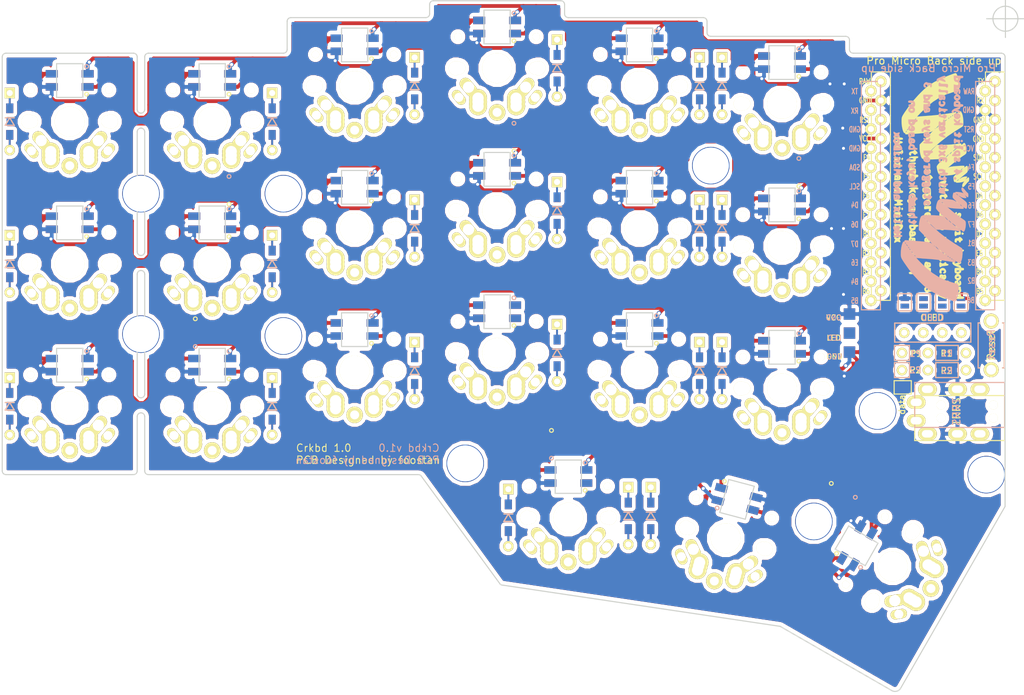
<source format=kicad_pcb>
(kicad_pcb (version 4) (host pcbnew 4.0.7)
  (title_block (title Crkbd) (date 2018/04/11) (rev 1.0) (company foostan))
  (layers (0 F.Cu signal) (31 B.Cu signal) (34 B.Paste user) (35 F.Paste user) (36 B.SilkS user) (37 F.SilkS user) (38 B.Mask user) (39 F.Mask user) (44 Edge.Cuts user))
  (net 0 "")
  (net 1 row0)
  (net 2 "Net-(D1-Pad2)")
  (net 3 row1)
  (net 4 "Net-(D2-Pad2)")
  (net 5 row2)
  (net 6 "Net-(D3-Pad2)")
  (net 7 row3)
  (net 8 "Net-(D4-Pad2)")
  (net 9 "Net-(D5-Pad2)")
  (net 10 "Net-(D6-Pad2)")
  (net 11 "Net-(D7-Pad2)")
  (net 12 "Net-(D8-Pad2)")
  (net 13 "Net-(D9-Pad2)")
  (net 14 "Net-(D10-Pad2)")
  (net 15 "Net-(D11-Pad2)")
  (net 16 "Net-(D12-Pad2)")
  (net 17 "Net-(D13-Pad2)")
  (net 18 "Net-(D14-Pad2)")
  (net 19 "Net-(D15-Pad2)")
  (net 20 "Net-(D16-Pad2)")
  (net 21 "Net-(D17-Pad2)")
  (net 22 "Net-(D18-Pad2)")
  (net 23 "Net-(D19-Pad2)")
  (net 24 "Net-(D20-Pad2)")
  (net 25 "Net-(D21-Pad2)")
  (net 26 GND)
  (net 27 VCC)
  (net 28 col0)
  (net 29 col1)
  (net 30 col2)
  (net 31 col3)
  (net 32 col4)
  (net 33 col5)
  (net 34 LED)
  (net 35 data)
  (net 36 "Net-(L1-Pad3)")
  (net 37 "Net-(L1-Pad1)")
  (net 38 "Net-(L3-Pad3)")
  (net 39 "Net-(L10-Pad1)")
  (net 40 "Net-(L11-Pad1)")
  (net 41 "Net-(L13-Pad1)")
  (net 42 "Net-(L14-Pad3)")
  (net 43 "Net-(L10-Pad3)")
  (net 44 "Net-(L12-Pad1)")
  (net 45 "Net-(L13-Pad3)")
  (net 46 "Net-(L15-Pad3)")
  (net 47 "Net-(L16-Pad3)")
  (net 48 reset)
  (net 49 SCL)
  (net 50 SDA)
  (net 51 "Net-(L5-Pad3)")
  (net 52 "Net-(U1-Pad14)")
  (net 53 "Net-(U1-Pad13)")
  (net 54 "Net-(U1-Pad12)")
  (net 55 "Net-(U1-Pad11)")
  (net 56 "Net-(J2-Pad1)")
  (net 57 "Net-(J2-Pad2)")
  (net 58 "Net-(J2-Pad3)")
  (net 59 "Net-(J2-Pad4)")
  (net 60 "Net-(L2-Pad3)")
  (net 61 "Net-(L3-Pad1)")
  (net 62 "Net-(L11-Pad3)")
  (net 63 "Net-(L14-Pad1)")
  (net 64 "Net-(L12-Pad3)")
  (net 65 "Net-(L17-Pad1)")
  (net 66 "Net-(L18-Pad3)")
  (net 67 "Net-(L19-Pad3)")
  (net 68 "Net-(J1-PadA)")
  (net 69 "Net-(J1-PadB)")
  (net 70 "Net-(U1-Pad24)")
  (net 71 "Net-(L21-Pad3)")
  (net 72 "Net-(L22-Pad3)")
  (net 73 "Net-(L22-Pad1)")
  (net 74 "Net-(L23-Pad3)")
  (net 75 "Net-(L25-Pad1)")
  (net 76 "Net-(L26-Pad1)")
  (module kbd:MX_ALPS_PG1350_noLed_1.75u (layer F.Cu) (at 179.75 136.5 240)
    (fp_text reference SW21 hide)
    (fp_text value SW_PUSH hide)
    (pad 1 thru_hole oval (at 5.1 -3.9 190) (size 2.2 1.25) (drill 1.2) (layers *.Cu *.Mask F.SilkS) (net 33 col5))
    (pad "" np_thru_hole circle (at 0 0 330) (size 4 4) (drill 4) (layers *.Cu *.Mask F.SilkS))
    (pad "" np_thru_hole circle (at -5.5 0 330) (size 1.9 1.9) (drill 1.9) (layers *.Cu *.Mask F.SilkS))
    (pad "" np_thru_hole circle (at 5.5 0 330) (size 1.9 1.9) (drill 1.9) (layers *.Cu *.Mask F.SilkS))
    (pad 1 thru_hole oval (at -5.1 -3.9 290) (size 2.2 1.25) (drill 1.2) (layers *.Cu *.Mask F.SilkS) (net 33 col5))
    (pad 2 thru_hole circle (at 0 -5.9 330) (size 2.2 2.2) (drill 1.2) (layers *.Cu *.Mask F.SilkS) (net 25 "Net-(D21-Pad2)"))
    (pad 2 thru_hole circle (at 2.54 -5.08 240) (size 2.4 2.4) (drill 1.5) (layers *.Cu *.Mask F.SilkS) (net 25 "Net-(D21-Pad2)"))
    (pad 1 thru_hole oval (at -3.81 -2.54 290) (size 2.8 1.55) (drill 1.5) (layers *.Cu *.Mask F.SilkS) (net 33 col5))
    (pad 1 thru_hole circle (at -2.54 -5.08 240) (size 2.4 2.4) (drill 1.5) (layers *.Cu *.Mask F.SilkS) (net 33 col5))
    (pad 2 thru_hole oval (at 3.81 -2.54 190) (size 2.8 1.55) (drill 1.5) (layers *.Cu *.Mask F.SilkS) (net 25 "Net-(D21-Pad2)"))
    (pad 2 thru_hole circle (at 2.54 -4.5 240) (size 2.4 2.4) (drill 1.5) (layers *.Cu *.Mask F.SilkS) (net 25 "Net-(D21-Pad2)"))
    (pad 2 thru_hole circle (at 2.54 -4 240) (size 2.4 2.4) (drill 1.5) (layers *.Cu *.Mask F.SilkS) (net 25 "Net-(D21-Pad2)"))
    (pad 1 thru_hole circle (at -2.54 -4 240) (size 2.4 2.4) (drill 1.5) (layers *.Cu *.Mask F.SilkS) (net 33 col5))
    (pad 1 thru_hole circle (at -2.54 -4.5 240) (size 2.4 2.4) (drill 1.5) (layers *.Cu *.Mask F.SilkS) (net 33 col5))
    (pad "" np_thru_hole circle (at 5.08 0 240) (size 1.7 1.7) (drill 1.7) (layers *.Cu *.Mask F.SilkS))
    (pad "" np_thru_hole circle (at -5.08 0 240) (size 1.7 1.7) (drill 1.7) (layers *.Cu *.Mask F.SilkS))
    (pad "" np_thru_hole circle (at 5.22 4.2 240) (size 1 1) (drill 1) (layers *.Cu *.Mask F.SilkS))
    (pad "" np_thru_hole circle (at -5.22 4.2 240) (size 1 1) (drill 1) (layers *.Cu *.Mask F.SilkS))
  )
  (module kbd:D3_TH_SMD (layer F.Cu) (at 62 77.125 270)
    (fp_text reference D1 hide)
    (fp_text value D hide)
    (pad 1 smd rect (at -1.775 0 270) (size 1.3 0.95) (layers F.Cu F.Paste F.Mask) (net 1 row0))
    (pad 2 smd rect (at 1.775 0 270) (size 1.3 0.95) (layers B.Cu B.Paste B.Mask) (net 2 "Net-(D1-Pad2)"))
    (pad 1 smd rect (at -1.775 0 270) (size 1.3 0.95) (layers B.Cu B.Paste B.Mask) (net 1 row0))
    (pad 1 thru_hole rect (at -3.81 0 270) (size 1.397 1.397) (drill 0.8128) (layers *.Cu *.Mask F.SilkS) (net 1 row0))
    (pad 2 thru_hole circle (at 3.81 0 270) (size 1.397 1.397) (drill 0.8128) (layers *.Cu *.Mask F.SilkS) (net 2 "Net-(D1-Pad2)"))
    (pad 2 smd rect (at 1.775 0 270) (size 1.3 0.95) (layers F.Cu F.Paste F.Mask) (net 2 "Net-(D1-Pad2)"))
  )
  (module kbd:D3_TH_SMD (layer F.Cu) (at 97 77.125 270)
    (fp_text reference D2 hide)
    (fp_text value D hide)
    (pad 1 smd rect (at -1.775 0 270) (size 1.3 0.95) (layers F.Cu F.Paste F.Mask) (net 1 row0))
    (pad 2 smd rect (at 1.775 0 270) (size 1.3 0.95) (layers B.Cu B.Paste B.Mask) (net 4 "Net-(D2-Pad2)"))
    (pad 1 smd rect (at -1.775 0 270) (size 1.3 0.95) (layers B.Cu B.Paste B.Mask) (net 1 row0))
    (pad 1 thru_hole rect (at -3.81 0 270) (size 1.397 1.397) (drill 0.8128) (layers *.Cu *.Mask F.SilkS) (net 1 row0))
    (pad 2 thru_hole circle (at 3.81 0 270) (size 1.397 1.397) (drill 0.8128) (layers *.Cu *.Mask F.SilkS) (net 4 "Net-(D2-Pad2)"))
    (pad 2 smd rect (at 1.775 0 270) (size 1.3 0.95) (layers F.Cu F.Paste F.Mask) (net 4 "Net-(D2-Pad2)"))
  )
  (module kbd:D3_TH_SMD (layer F.Cu) (at 116 72.375 270)
    (fp_text reference D3 hide)
    (fp_text value D hide)
    (pad 1 smd rect (at -1.775 0 270) (size 1.3 0.95) (layers F.Cu F.Paste F.Mask) (net 1 row0))
    (pad 2 smd rect (at 1.775 0 270) (size 1.3 0.95) (layers B.Cu B.Paste B.Mask) (net 6 "Net-(D3-Pad2)"))
    (pad 1 smd rect (at -1.775 0 270) (size 1.3 0.95) (layers B.Cu B.Paste B.Mask) (net 1 row0))
    (pad 1 thru_hole rect (at -3.81 0 270) (size 1.397 1.397) (drill 0.8128) (layers *.Cu *.Mask F.SilkS) (net 1 row0))
    (pad 2 thru_hole circle (at 3.81 0 270) (size 1.397 1.397) (drill 0.8128) (layers *.Cu *.Mask F.SilkS) (net 6 "Net-(D3-Pad2)"))
    (pad 2 smd rect (at 1.775 0 270) (size 1.3 0.95) (layers F.Cu F.Paste F.Mask) (net 6 "Net-(D3-Pad2)"))
  )
  (module kbd:D3_TH_SMD (layer F.Cu) (at 135 70 270)
    (fp_text reference D4 hide)
    (fp_text value D hide)
    (pad 1 smd rect (at -1.775 0 270) (size 1.3 0.95) (layers F.Cu F.Paste F.Mask) (net 1 row0))
    (pad 2 smd rect (at 1.775 0 270) (size 1.3 0.95) (layers B.Cu B.Paste B.Mask) (net 8 "Net-(D4-Pad2)"))
    (pad 1 smd rect (at -1.775 0 270) (size 1.3 0.95) (layers B.Cu B.Paste B.Mask) (net 1 row0))
    (pad 1 thru_hole rect (at -3.81 0 270) (size 1.397 1.397) (drill 0.8128) (layers *.Cu *.Mask F.SilkS) (net 1 row0))
    (pad 2 thru_hole circle (at 3.81 0 270) (size 1.397 1.397) (drill 0.8128) (layers *.Cu *.Mask F.SilkS) (net 8 "Net-(D4-Pad2)"))
    (pad 2 smd rect (at 1.775 0 270) (size 1.3 0.95) (layers F.Cu F.Paste F.Mask) (net 8 "Net-(D4-Pad2)"))
  )
  (module kbd:D3_TH_SMD (layer F.Cu) (at 154 72.375 270)
    (fp_text reference D5 hide)
    (fp_text value D hide)
    (pad 1 smd rect (at -1.775 0 270) (size 1.3 0.95) (layers F.Cu F.Paste F.Mask) (net 1 row0))
    (pad 2 smd rect (at 1.775 0 270) (size 1.3 0.95) (layers B.Cu B.Paste B.Mask) (net 9 "Net-(D5-Pad2)"))
    (pad 1 smd rect (at -1.775 0 270) (size 1.3 0.95) (layers B.Cu B.Paste B.Mask) (net 1 row0))
    (pad 1 thru_hole rect (at -3.81 0 270) (size 1.397 1.397) (drill 0.8128) (layers *.Cu *.Mask F.SilkS) (net 1 row0))
    (pad 2 thru_hole circle (at 3.81 0 270) (size 1.397 1.397) (drill 0.8128) (layers *.Cu *.Mask F.SilkS) (net 9 "Net-(D5-Pad2)"))
    (pad 2 smd rect (at 1.775 0 270) (size 1.3 0.95) (layers F.Cu F.Paste F.Mask) (net 9 "Net-(D5-Pad2)"))
  )
  (module kbd:D3_TH_SMD (layer F.Cu) (at 157 72.375 270)
    (fp_text reference D6 hide)
    (fp_text value D hide)
    (pad 1 smd rect (at -1.775 0 270) (size 1.3 0.95) (layers F.Cu F.Paste F.Mask) (net 1 row0))
    (pad 2 smd rect (at 1.775 0 270) (size 1.3 0.95) (layers B.Cu B.Paste B.Mask) (net 10 "Net-(D6-Pad2)"))
    (pad 1 smd rect (at -1.775 0 270) (size 1.3 0.95) (layers B.Cu B.Paste B.Mask) (net 1 row0))
    (pad 1 thru_hole rect (at -3.81 0 270) (size 1.397 1.397) (drill 0.8128) (layers *.Cu *.Mask F.SilkS) (net 1 row0))
    (pad 2 thru_hole circle (at 3.81 0 270) (size 1.397 1.397) (drill 0.8128) (layers *.Cu *.Mask F.SilkS) (net 10 "Net-(D6-Pad2)"))
    (pad 2 smd rect (at 1.775 0 270) (size 1.3 0.95) (layers F.Cu F.Paste F.Mask) (net 10 "Net-(D6-Pad2)"))
  )
  (module kbd:D3_TH_SMD (layer F.Cu) (at 62 96.125 270)
    (fp_text reference D7 hide)
    (fp_text value D hide)
    (pad 1 smd rect (at -1.775 0 270) (size 1.3 0.95) (layers F.Cu F.Paste F.Mask) (net 3 row1))
    (pad 2 smd rect (at 1.775 0 270) (size 1.3 0.95) (layers B.Cu B.Paste B.Mask) (net 11 "Net-(D7-Pad2)"))
    (pad 1 smd rect (at -1.775 0 270) (size 1.3 0.95) (layers B.Cu B.Paste B.Mask) (net 3 row1))
    (pad 1 thru_hole rect (at -3.81 0 270) (size 1.397 1.397) (drill 0.8128) (layers *.Cu *.Mask F.SilkS) (net 3 row1))
    (pad 2 thru_hole circle (at 3.81 0 270) (size 1.397 1.397) (drill 0.8128) (layers *.Cu *.Mask F.SilkS) (net 11 "Net-(D7-Pad2)"))
    (pad 2 smd rect (at 1.775 0 270) (size 1.3 0.95) (layers F.Cu F.Paste F.Mask) (net 11 "Net-(D7-Pad2)"))
  )
  (module kbd:D3_TH_SMD (layer F.Cu) (at 97 96.125 270)
    (fp_text reference D8 hide)
    (fp_text value D hide)
    (pad 1 smd rect (at -1.775 0 270) (size 1.3 0.95) (layers F.Cu F.Paste F.Mask) (net 3 row1))
    (pad 2 smd rect (at 1.775 0 270) (size 1.3 0.95) (layers B.Cu B.Paste B.Mask) (net 12 "Net-(D8-Pad2)"))
    (pad 1 smd rect (at -1.775 0 270) (size 1.3 0.95) (layers B.Cu B.Paste B.Mask) (net 3 row1))
    (pad 1 thru_hole rect (at -3.81 0 270) (size 1.397 1.397) (drill 0.8128) (layers *.Cu *.Mask F.SilkS) (net 3 row1))
    (pad 2 thru_hole circle (at 3.81 0 270) (size 1.397 1.397) (drill 0.8128) (layers *.Cu *.Mask F.SilkS) (net 12 "Net-(D8-Pad2)"))
    (pad 2 smd rect (at 1.775 0 270) (size 1.3 0.95) (layers F.Cu F.Paste F.Mask) (net 12 "Net-(D8-Pad2)"))
  )
  (module kbd:D3_TH_SMD (layer F.Cu) (at 116 91.375 270)
    (fp_text reference D9 hide)
    (fp_text value D hide)
    (pad 1 smd rect (at -1.775 0 270) (size 1.3 0.95) (layers F.Cu F.Paste F.Mask) (net 3 row1))
    (pad 2 smd rect (at 1.775 0 270) (size 1.3 0.95) (layers B.Cu B.Paste B.Mask) (net 13 "Net-(D9-Pad2)"))
    (pad 1 smd rect (at -1.775 0 270) (size 1.3 0.95) (layers B.Cu B.Paste B.Mask) (net 3 row1))
    (pad 1 thru_hole rect (at -3.81 0 270) (size 1.397 1.397) (drill 0.8128) (layers *.Cu *.Mask F.SilkS) (net 3 row1))
    (pad 2 thru_hole circle (at 3.81 0 270) (size 1.397 1.397) (drill 0.8128) (layers *.Cu *.Mask F.SilkS) (net 13 "Net-(D9-Pad2)"))
    (pad 2 smd rect (at 1.775 0 270) (size 1.3 0.95) (layers F.Cu F.Paste F.Mask) (net 13 "Net-(D9-Pad2)"))
  )
  (module kbd:D3_TH_SMD (layer F.Cu) (at 135 89 270)
    (fp_text reference D10 hide)
    (fp_text value D hide)
    (pad 1 smd rect (at -1.775 0 270) (size 1.3 0.95) (layers F.Cu F.Paste F.Mask) (net 3 row1))
    (pad 2 smd rect (at 1.775 0 270) (size 1.3 0.95) (layers B.Cu B.Paste B.Mask) (net 14 "Net-(D10-Pad2)"))
    (pad 1 smd rect (at -1.775 0 270) (size 1.3 0.95) (layers B.Cu B.Paste B.Mask) (net 3 row1))
    (pad 1 thru_hole rect (at -3.81 0 270) (size 1.397 1.397) (drill 0.8128) (layers *.Cu *.Mask F.SilkS) (net 3 row1))
    (pad 2 thru_hole circle (at 3.81 0 270) (size 1.397 1.397) (drill 0.8128) (layers *.Cu *.Mask F.SilkS) (net 14 "Net-(D10-Pad2)"))
    (pad 2 smd rect (at 1.775 0 270) (size 1.3 0.95) (layers F.Cu F.Paste F.Mask) (net 14 "Net-(D10-Pad2)"))
  )
  (module kbd:D3_TH_SMD (layer F.Cu) (at 154 91.375 270)
    (fp_text reference D11 hide)
    (fp_text value D hide)
    (pad 1 smd rect (at -1.775 0 270) (size 1.3 0.95) (layers F.Cu F.Paste F.Mask) (net 3 row1))
    (pad 2 smd rect (at 1.775 0 270) (size 1.3 0.95) (layers B.Cu B.Paste B.Mask) (net 15 "Net-(D11-Pad2)"))
    (pad 1 smd rect (at -1.775 0 270) (size 1.3 0.95) (layers B.Cu B.Paste B.Mask) (net 3 row1))
    (pad 1 thru_hole rect (at -3.81 0 270) (size 1.397 1.397) (drill 0.8128) (layers *.Cu *.Mask F.SilkS) (net 3 row1))
    (pad 2 thru_hole circle (at 3.81 0 270) (size 1.397 1.397) (drill 0.8128) (layers *.Cu *.Mask F.SilkS) (net 15 "Net-(D11-Pad2)"))
    (pad 2 smd rect (at 1.775 0 270) (size 1.3 0.95) (layers F.Cu F.Paste F.Mask) (net 15 "Net-(D11-Pad2)"))
  )
  (module kbd:D3_TH_SMD (layer F.Cu) (at 157 91.375 270)
    (fp_text reference D12 hide)
    (fp_text value D hide)
    (pad 1 smd rect (at -1.775 0 270) (size 1.3 0.95) (layers F.Cu F.Paste F.Mask) (net 3 row1))
    (pad 2 smd rect (at 1.775 0 270) (size 1.3 0.95) (layers B.Cu B.Paste B.Mask) (net 16 "Net-(D12-Pad2)"))
    (pad 1 smd rect (at -1.775 0 270) (size 1.3 0.95) (layers B.Cu B.Paste B.Mask) (net 3 row1))
    (pad 1 thru_hole rect (at -3.81 0 270) (size 1.397 1.397) (drill 0.8128) (layers *.Cu *.Mask F.SilkS) (net 3 row1))
    (pad 2 thru_hole circle (at 3.81 0 270) (size 1.397 1.397) (drill 0.8128) (layers *.Cu *.Mask F.SilkS) (net 16 "Net-(D12-Pad2)"))
    (pad 2 smd rect (at 1.775 0 270) (size 1.3 0.95) (layers F.Cu F.Paste F.Mask) (net 16 "Net-(D12-Pad2)"))
  )
  (module kbd:D3_TH_SMD (layer F.Cu) (at 62 115.125 270)
    (fp_text reference D13 hide)
    (fp_text value D hide)
    (pad 1 smd rect (at -1.775 0 270) (size 1.3 0.95) (layers F.Cu F.Paste F.Mask) (net 5 row2))
    (pad 2 smd rect (at 1.775 0 270) (size 1.3 0.95) (layers B.Cu B.Paste B.Mask) (net 17 "Net-(D13-Pad2)"))
    (pad 1 smd rect (at -1.775 0 270) (size 1.3 0.95) (layers B.Cu B.Paste B.Mask) (net 5 row2))
    (pad 1 thru_hole rect (at -3.81 0 270) (size 1.397 1.397) (drill 0.8128) (layers *.Cu *.Mask F.SilkS) (net 5 row2))
    (pad 2 thru_hole circle (at 3.81 0 270) (size 1.397 1.397) (drill 0.8128) (layers *.Cu *.Mask F.SilkS) (net 17 "Net-(D13-Pad2)"))
    (pad 2 smd rect (at 1.775 0 270) (size 1.3 0.95) (layers F.Cu F.Paste F.Mask) (net 17 "Net-(D13-Pad2)"))
  )
  (module kbd:D3_TH_SMD (layer F.Cu) (at 97 115.125 270)
    (fp_text reference D14 hide)
    (fp_text value D hide)
    (pad 1 smd rect (at -1.775 0 270) (size 1.3 0.95) (layers F.Cu F.Paste F.Mask) (net 5 row2))
    (pad 2 smd rect (at 1.775 0 270) (size 1.3 0.95) (layers B.Cu B.Paste B.Mask) (net 18 "Net-(D14-Pad2)"))
    (pad 1 smd rect (at -1.775 0 270) (size 1.3 0.95) (layers B.Cu B.Paste B.Mask) (net 5 row2))
    (pad 1 thru_hole rect (at -3.81 0 270) (size 1.397 1.397) (drill 0.8128) (layers *.Cu *.Mask F.SilkS) (net 5 row2))
    (pad 2 thru_hole circle (at 3.81 0 270) (size 1.397 1.397) (drill 0.8128) (layers *.Cu *.Mask F.SilkS) (net 18 "Net-(D14-Pad2)"))
    (pad 2 smd rect (at 1.775 0 270) (size 1.3 0.95) (layers F.Cu F.Paste F.Mask) (net 18 "Net-(D14-Pad2)"))
  )
  (module kbd:D3_TH_SMD (layer F.Cu) (at 116 110.375 270)
    (fp_text reference D15 hide)
    (fp_text value D hide)
    (pad 1 smd rect (at -1.775 0 270) (size 1.3 0.95) (layers F.Cu F.Paste F.Mask) (net 5 row2))
    (pad 2 smd rect (at 1.775 0 270) (size 1.3 0.95) (layers B.Cu B.Paste B.Mask) (net 19 "Net-(D15-Pad2)"))
    (pad 1 smd rect (at -1.775 0 270) (size 1.3 0.95) (layers B.Cu B.Paste B.Mask) (net 5 row2))
    (pad 1 thru_hole rect (at -3.81 0 270) (size 1.397 1.397) (drill 0.8128) (layers *.Cu *.Mask F.SilkS) (net 5 row2))
    (pad 2 thru_hole circle (at 3.81 0 270) (size 1.397 1.397) (drill 0.8128) (layers *.Cu *.Mask F.SilkS) (net 19 "Net-(D15-Pad2)"))
    (pad 2 smd rect (at 1.775 0 270) (size 1.3 0.95) (layers F.Cu F.Paste F.Mask) (net 19 "Net-(D15-Pad2)"))
  )
  (module kbd:D3_TH_SMD (layer F.Cu) (at 135 108 270)
    (fp_text reference D16 hide)
    (fp_text value D hide)
    (pad 1 smd rect (at -1.775 0 270) (size 1.3 0.95) (layers F.Cu F.Paste F.Mask) (net 5 row2))
    (pad 2 smd rect (at 1.775 0 270) (size 1.3 0.95) (layers B.Cu B.Paste B.Mask) (net 20 "Net-(D16-Pad2)"))
    (pad 1 smd rect (at -1.775 0 270) (size 1.3 0.95) (layers B.Cu B.Paste B.Mask) (net 5 row2))
    (pad 1 thru_hole rect (at -3.81 0 270) (size 1.397 1.397) (drill 0.8128) (layers *.Cu *.Mask F.SilkS) (net 5 row2))
    (pad 2 thru_hole circle (at 3.81 0 270) (size 1.397 1.397) (drill 0.8128) (layers *.Cu *.Mask F.SilkS) (net 20 "Net-(D16-Pad2)"))
    (pad 2 smd rect (at 1.775 0 270) (size 1.3 0.95) (layers F.Cu F.Paste F.Mask) (net 20 "Net-(D16-Pad2)"))
  )
  (module kbd:D3_TH_SMD (layer F.Cu) (at 157 110.375 270)
    (fp_text reference D18 hide)
    (fp_text value D hide)
    (pad 1 smd rect (at -1.775 0 270) (size 1.3 0.95) (layers F.Cu F.Paste F.Mask) (net 5 row2))
    (pad 2 smd rect (at 1.775 0 270) (size 1.3 0.95) (layers B.Cu B.Paste B.Mask) (net 22 "Net-(D18-Pad2)"))
    (pad 1 smd rect (at -1.775 0 270) (size 1.3 0.95) (layers B.Cu B.Paste B.Mask) (net 5 row2))
    (pad 1 thru_hole rect (at -3.81 0 270) (size 1.397 1.397) (drill 0.8128) (layers *.Cu *.Mask F.SilkS) (net 5 row2))
    (pad 2 thru_hole circle (at 3.81 0 270) (size 1.397 1.397) (drill 0.8128) (layers *.Cu *.Mask F.SilkS) (net 22 "Net-(D18-Pad2)"))
    (pad 2 smd rect (at 1.775 0 270) (size 1.3 0.95) (layers F.Cu F.Paste F.Mask) (net 22 "Net-(D18-Pad2)"))
  )
  (module kbd:D3_TH_SMD (layer F.Cu) (at 128.5 130 270)
    (fp_text reference D19 hide)
    (fp_text value D hide)
    (pad 1 smd rect (at -1.775 0 270) (size 1.3 0.95) (layers F.Cu F.Paste F.Mask) (net 7 row3))
    (pad 2 smd rect (at 1.775 0 270) (size 1.3 0.95) (layers B.Cu B.Paste B.Mask) (net 23 "Net-(D19-Pad2)"))
    (pad 1 smd rect (at -1.775 0 270) (size 1.3 0.95) (layers B.Cu B.Paste B.Mask) (net 7 row3))
    (pad 1 thru_hole rect (at -3.81 0 270) (size 1.397 1.397) (drill 0.8128) (layers *.Cu *.Mask F.SilkS) (net 7 row3))
    (pad 2 thru_hole circle (at 3.81 0 270) (size 1.397 1.397) (drill 0.8128) (layers *.Cu *.Mask F.SilkS) (net 23 "Net-(D19-Pad2)"))
    (pad 2 smd rect (at 1.775 0 270) (size 1.3 0.95) (layers F.Cu F.Paste F.Mask) (net 23 "Net-(D19-Pad2)"))
  )
  (module kbd:D3_TH_SMD (layer F.Cu) (at 144.5 129.75 270)
    (fp_text reference D20 hide)
    (fp_text value D hide)
    (pad 1 smd rect (at -1.775 0 270) (size 1.3 0.95) (layers F.Cu F.Paste F.Mask) (net 7 row3))
    (pad 2 smd rect (at 1.775 0 270) (size 1.3 0.95) (layers B.Cu B.Paste B.Mask) (net 24 "Net-(D20-Pad2)"))
    (pad 1 smd rect (at -1.775 0 270) (size 1.3 0.95) (layers B.Cu B.Paste B.Mask) (net 7 row3))
    (pad 1 thru_hole rect (at -3.81 0 270) (size 1.397 1.397) (drill 0.8128) (layers *.Cu *.Mask F.SilkS) (net 7 row3))
    (pad 2 thru_hole circle (at 3.81 0 270) (size 1.397 1.397) (drill 0.8128) (layers *.Cu *.Mask F.SilkS) (net 24 "Net-(D20-Pad2)"))
    (pad 2 smd rect (at 1.775 0 270) (size 1.3 0.95) (layers F.Cu F.Paste F.Mask) (net 24 "Net-(D20-Pad2)"))
  )
  (module kbd:D3_TH_SMD (layer F.Cu) (at 147.5 129.75 270)
    (fp_text reference D21 hide)
    (fp_text value D hide)
    (pad 1 smd rect (at -1.775 0 270) (size 1.3 0.95) (layers F.Cu F.Paste F.Mask) (net 7 row3))
    (pad 2 smd rect (at 1.775 0 270) (size 1.3 0.95) (layers B.Cu B.Paste B.Mask) (net 25 "Net-(D21-Pad2)"))
    (pad 1 smd rect (at -1.775 0 270) (size 1.3 0.95) (layers B.Cu B.Paste B.Mask) (net 7 row3))
    (pad 1 thru_hole rect (at -3.81 0 270) (size 1.397 1.397) (drill 0.8128) (layers *.Cu *.Mask F.SilkS) (net 7 row3))
    (pad 2 thru_hole circle (at 3.81 0 270) (size 1.397 1.397) (drill 0.8128) (layers *.Cu *.Mask F.SilkS) (net 25 "Net-(D21-Pad2)"))
    (pad 2 smd rect (at 1.775 0 270) (size 1.3 0.95) (layers F.Cu F.Paste F.Mask) (net 25 "Net-(D21-Pad2)"))
  )
  (module kbd:SK6812MINI_rev (layer F.Cu) (at 70 71.625)
    (fp_text reference L1 hide)
    (fp_text value SK6812MINI hide)
    (pad 4 smd rect (at 2.4 0.875) (size 1.6 1) (layers F.Cu F.Paste F.Mask) (net 27 VCC))
    (pad 3 smd rect (at 2.4 -0.875) (size 1.6 1) (layers F.Cu F.Paste F.Mask) (net 36 "Net-(L1-Pad3)"))
    (pad 1 smd rect (at -2.4 0.875) (size 1.6 1) (layers F.Cu F.Paste F.Mask) (net 37 "Net-(L1-Pad1)"))
    (pad 2 smd rect (at -2.4 -0.875) (size 1.6 1) (layers F.Cu F.Paste F.Mask) (net 26 GND))
    (pad 3 smd rect (at 2.4 0.875) (size 1.6 1) (layers B.Cu B.Paste B.Mask) (net 36 "Net-(L1-Pad3)"))
    (pad 4 smd rect (at 2.4 -0.875) (size 1.6 1) (layers B.Cu B.Paste B.Mask) (net 27 VCC))
    (pad 1 smd rect (at -2.4 -0.875) (size 1.6 1) (layers B.Cu B.Paste B.Mask) (net 37 "Net-(L1-Pad1)"))
    (pad 2 smd rect (at -2.4 0.875) (size 1.6 1) (layers B.Cu B.Paste B.Mask) (net 26 GND))
  )
  (module kbd:SK6812MINI_rev (layer F.Cu) (at 89 71.625)
    (fp_text reference L2 hide)
    (fp_text value SK6812MINI hide)
    (pad 4 smd rect (at 2.4 0.875) (size 1.6 1) (layers F.Cu F.Paste F.Mask) (net 27 VCC))
    (pad 3 smd rect (at 2.4 -0.875) (size 1.6 1) (layers F.Cu F.Paste F.Mask) (net 60 "Net-(L2-Pad3)"))
    (pad 1 smd rect (at -2.4 0.875) (size 1.6 1) (layers F.Cu F.Paste F.Mask) (net 36 "Net-(L1-Pad3)"))
    (pad 2 smd rect (at -2.4 -0.875) (size 1.6 1) (layers F.Cu F.Paste F.Mask) (net 26 GND))
    (pad 3 smd rect (at 2.4 0.875) (size 1.6 1) (layers B.Cu B.Paste B.Mask) (net 60 "Net-(L2-Pad3)"))
    (pad 4 smd rect (at 2.4 -0.875) (size 1.6 1) (layers B.Cu B.Paste B.Mask) (net 27 VCC))
    (pad 1 smd rect (at -2.4 -0.875) (size 1.6 1) (layers B.Cu B.Paste B.Mask) (net 36 "Net-(L1-Pad3)"))
    (pad 2 smd rect (at -2.4 0.875) (size 1.6 1) (layers B.Cu B.Paste B.Mask) (net 26 GND))
  )
  (module kbd:SK6812MINI_rev (layer F.Cu) (at 108 66.875)
    (fp_text reference L3 hide)
    (fp_text value SK6812MINI hide)
    (pad 4 smd rect (at 2.4 0.875) (size 1.6 1) (layers F.Cu F.Paste F.Mask) (net 27 VCC))
    (pad 3 smd rect (at 2.4 -0.875) (size 1.6 1) (layers F.Cu F.Paste F.Mask) (net 38 "Net-(L3-Pad3)"))
    (pad 1 smd rect (at -2.4 0.875) (size 1.6 1) (layers F.Cu F.Paste F.Mask) (net 61 "Net-(L3-Pad1)"))
    (pad 2 smd rect (at -2.4 -0.875) (size 1.6 1) (layers F.Cu F.Paste F.Mask) (net 26 GND))
    (pad 3 smd rect (at 2.4 0.875) (size 1.6 1) (layers B.Cu B.Paste B.Mask) (net 38 "Net-(L3-Pad3)"))
    (pad 4 smd rect (at 2.4 -0.875) (size 1.6 1) (layers B.Cu B.Paste B.Mask) (net 27 VCC))
    (pad 1 smd rect (at -2.4 -0.875) (size 1.6 1) (layers B.Cu B.Paste B.Mask) (net 61 "Net-(L3-Pad1)"))
    (pad 2 smd rect (at -2.4 0.875) (size 1.6 1) (layers B.Cu B.Paste B.Mask) (net 26 GND))
  )
  (module kbd:SK6812MINI_rev (layer F.Cu) (at 127 64.5)
    (fp_text reference L4 hide)
    (fp_text value SK6812MINI hide)
    (pad 4 smd rect (at 2.4 0.875) (size 1.6 1) (layers F.Cu F.Paste F.Mask) (net 27 VCC))
    (pad 3 smd rect (at 2.4 -0.875) (size 1.6 1) (layers F.Cu F.Paste F.Mask) (net 39 "Net-(L10-Pad1)"))
    (pad 1 smd rect (at -2.4 0.875) (size 1.6 1) (layers F.Cu F.Paste F.Mask) (net 38 "Net-(L3-Pad3)"))
    (pad 2 smd rect (at -2.4 -0.875) (size 1.6 1) (layers F.Cu F.Paste F.Mask) (net 26 GND))
    (pad 3 smd rect (at 2.4 0.875) (size 1.6 1) (layers B.Cu B.Paste B.Mask) (net 39 "Net-(L10-Pad1)"))
    (pad 4 smd rect (at 2.4 -0.875) (size 1.6 1) (layers B.Cu B.Paste B.Mask) (net 27 VCC))
    (pad 1 smd rect (at -2.4 -0.875) (size 1.6 1) (layers B.Cu B.Paste B.Mask) (net 38 "Net-(L3-Pad3)"))
    (pad 2 smd rect (at -2.4 0.875) (size 1.6 1) (layers B.Cu B.Paste B.Mask) (net 26 GND))
  )
  (module kbd:SK6812MINI_rev (layer F.Cu) (at 146 66.875)
    (fp_text reference L5 hide)
    (fp_text value SK6812MINI hide)
    (pad 4 smd rect (at 2.4 0.875) (size 1.6 1) (layers F.Cu F.Paste F.Mask) (net 27 VCC))
    (pad 3 smd rect (at 2.4 -0.875) (size 1.6 1) (layers F.Cu F.Paste F.Mask) (net 51 "Net-(L5-Pad3)"))
    (pad 1 smd rect (at -2.4 0.875) (size 1.6 1) (layers F.Cu F.Paste F.Mask) (net 62 "Net-(L11-Pad3)"))
    (pad 2 smd rect (at -2.4 -0.875) (size 1.6 1) (layers F.Cu F.Paste F.Mask) (net 26 GND))
    (pad 3 smd rect (at 2.4 0.875) (size 1.6 1) (layers B.Cu B.Paste B.Mask) (net 51 "Net-(L5-Pad3)"))
    (pad 4 smd rect (at 2.4 -0.875) (size 1.6 1) (layers B.Cu B.Paste B.Mask) (net 27 VCC))
    (pad 1 smd rect (at -2.4 -0.875) (size 1.6 1) (layers B.Cu B.Paste B.Mask) (net 62 "Net-(L11-Pad3)"))
    (pad 2 smd rect (at -2.4 0.875) (size 1.6 1) (layers B.Cu B.Paste B.Mask) (net 26 GND))
  )
  (module kbd:SK6812MINI_rev (layer F.Cu) (at 165 69.25)
    (fp_text reference L6 hide)
    (fp_text value SK6812MINI hide)
    (pad 4 smd rect (at 2.4 0.875) (size 1.6 1) (layers F.Cu F.Paste F.Mask) (net 27 VCC))
    (pad 3 smd rect (at 2.4 -0.875) (size 1.6 1) (layers F.Cu F.Paste F.Mask) (net 44 "Net-(L12-Pad1)"))
    (pad 1 smd rect (at -2.4 0.875) (size 1.6 1) (layers F.Cu F.Paste F.Mask) (net 51 "Net-(L5-Pad3)"))
    (pad 2 smd rect (at -2.4 -0.875) (size 1.6 1) (layers F.Cu F.Paste F.Mask) (net 26 GND))
    (pad 3 smd rect (at 2.4 0.875) (size 1.6 1) (layers B.Cu B.Paste B.Mask) (net 44 "Net-(L12-Pad1)"))
    (pad 4 smd rect (at 2.4 -0.875) (size 1.6 1) (layers B.Cu B.Paste B.Mask) (net 27 VCC))
    (pad 1 smd rect (at -2.4 -0.875) (size 1.6 1) (layers B.Cu B.Paste B.Mask) (net 51 "Net-(L5-Pad3)"))
    (pad 2 smd rect (at -2.4 0.875) (size 1.6 1) (layers B.Cu B.Paste B.Mask) (net 26 GND))
  )
  (module kbd:SK6812MINI_rev (layer F.Cu) (at 70 90.625)
    (fp_text reference L7 hide)
    (fp_text value SK6812MINI hide)
    (pad 4 smd rect (at 2.4 0.875) (size 1.6 1) (layers F.Cu F.Paste F.Mask) (net 27 VCC))
    (pad 3 smd rect (at 2.4 -0.875) (size 1.6 1) (layers F.Cu F.Paste F.Mask) (net 37 "Net-(L1-Pad1)"))
    (pad 1 smd rect (at -2.4 0.875) (size 1.6 1) (layers F.Cu F.Paste F.Mask) (net 45 "Net-(L13-Pad3)"))
    (pad 2 smd rect (at -2.4 -0.875) (size 1.6 1) (layers F.Cu F.Paste F.Mask) (net 26 GND))
    (pad 3 smd rect (at 2.4 0.875) (size 1.6 1) (layers B.Cu B.Paste B.Mask) (net 37 "Net-(L1-Pad1)"))
    (pad 4 smd rect (at 2.4 -0.875) (size 1.6 1) (layers B.Cu B.Paste B.Mask) (net 27 VCC))
    (pad 1 smd rect (at -2.4 -0.875) (size 1.6 1) (layers B.Cu B.Paste B.Mask) (net 45 "Net-(L13-Pad3)"))
    (pad 2 smd rect (at -2.4 0.875) (size 1.6 1) (layers B.Cu B.Paste B.Mask) (net 26 GND))
  )
  (module kbd:SK6812MINI_rev (layer F.Cu) (at 89 90.625)
    (fp_text reference L8 hide)
    (fp_text value SK6812MINI hide)
    (pad 4 smd rect (at 2.4 0.875) (size 1.6 1) (layers F.Cu F.Paste F.Mask) (net 27 VCC))
    (pad 3 smd rect (at 2.4 -0.875) (size 1.6 1) (layers F.Cu F.Paste F.Mask) (net 63 "Net-(L14-Pad1)"))
    (pad 1 smd rect (at -2.4 0.875) (size 1.6 1) (layers F.Cu F.Paste F.Mask) (net 60 "Net-(L2-Pad3)"))
    (pad 2 smd rect (at -2.4 -0.875) (size 1.6 1) (layers F.Cu F.Paste F.Mask) (net 26 GND))
    (pad 3 smd rect (at 2.4 0.875) (size 1.6 1) (layers B.Cu B.Paste B.Mask) (net 63 "Net-(L14-Pad1)"))
    (pad 4 smd rect (at 2.4 -0.875) (size 1.6 1) (layers B.Cu B.Paste B.Mask) (net 27 VCC))
    (pad 1 smd rect (at -2.4 -0.875) (size 1.6 1) (layers B.Cu B.Paste B.Mask) (net 60 "Net-(L2-Pad3)"))
    (pad 2 smd rect (at -2.4 0.875) (size 1.6 1) (layers B.Cu B.Paste B.Mask) (net 26 GND))
  )
  (module kbd:SK6812MINI_rev (layer F.Cu) (at 108 85.875)
    (fp_text reference L9 hide)
    (fp_text value SK6812MINI hide)
    (pad 4 smd rect (at 2.4 0.875) (size 1.6 1) (layers F.Cu F.Paste F.Mask) (net 27 VCC))
    (pad 3 smd rect (at 2.4 -0.875) (size 1.6 1) (layers F.Cu F.Paste F.Mask) (net 61 "Net-(L3-Pad1)"))
    (pad 1 smd rect (at -2.4 0.875) (size 1.6 1) (layers F.Cu F.Paste F.Mask) (net 46 "Net-(L15-Pad3)"))
    (pad 2 smd rect (at -2.4 -0.875) (size 1.6 1) (layers F.Cu F.Paste F.Mask) (net 26 GND))
    (pad 3 smd rect (at 2.4 0.875) (size 1.6 1) (layers B.Cu B.Paste B.Mask) (net 61 "Net-(L3-Pad1)"))
    (pad 4 smd rect (at 2.4 -0.875) (size 1.6 1) (layers B.Cu B.Paste B.Mask) (net 27 VCC))
    (pad 1 smd rect (at -2.4 -0.875) (size 1.6 1) (layers B.Cu B.Paste B.Mask) (net 46 "Net-(L15-Pad3)"))
    (pad 2 smd rect (at -2.4 0.875) (size 1.6 1) (layers B.Cu B.Paste B.Mask) (net 26 GND))
  )
  (module kbd:SK6812MINI_rev (layer F.Cu) (at 127 83.5)
    (fp_text reference L10 hide)
    (fp_text value SK6812MINI hide)
    (pad 4 smd rect (at 2.4 0.875) (size 1.6 1) (layers F.Cu F.Paste F.Mask) (net 27 VCC))
    (pad 3 smd rect (at 2.4 -0.875) (size 1.6 1) (layers F.Cu F.Paste F.Mask) (net 43 "Net-(L10-Pad3)"))
    (pad 1 smd rect (at -2.4 0.875) (size 1.6 1) (layers F.Cu F.Paste F.Mask) (net 39 "Net-(L10-Pad1)"))
    (pad 2 smd rect (at -2.4 -0.875) (size 1.6 1) (layers F.Cu F.Paste F.Mask) (net 26 GND))
    (pad 3 smd rect (at 2.4 0.875) (size 1.6 1) (layers B.Cu B.Paste B.Mask) (net 43 "Net-(L10-Pad3)"))
    (pad 4 smd rect (at 2.4 -0.875) (size 1.6 1) (layers B.Cu B.Paste B.Mask) (net 27 VCC))
    (pad 1 smd rect (at -2.4 -0.875) (size 1.6 1) (layers B.Cu B.Paste B.Mask) (net 39 "Net-(L10-Pad1)"))
    (pad 2 smd rect (at -2.4 0.875) (size 1.6 1) (layers B.Cu B.Paste B.Mask) (net 26 GND))
  )
  (module kbd:SK6812MINI_rev (layer F.Cu) (at 146 85.875)
    (fp_text reference L11 hide)
    (fp_text value SK6812MINI hide)
    (pad 4 smd rect (at 2.4 0.875) (size 1.6 1) (layers F.Cu F.Paste F.Mask) (net 27 VCC))
    (pad 3 smd rect (at 2.4 -0.875) (size 1.6 1) (layers F.Cu F.Paste F.Mask) (net 62 "Net-(L11-Pad3)"))
    (pad 1 smd rect (at -2.4 0.875) (size 1.6 1) (layers F.Cu F.Paste F.Mask) (net 40 "Net-(L11-Pad1)"))
    (pad 2 smd rect (at -2.4 -0.875) (size 1.6 1) (layers F.Cu F.Paste F.Mask) (net 26 GND))
    (pad 3 smd rect (at 2.4 0.875) (size 1.6 1) (layers B.Cu B.Paste B.Mask) (net 62 "Net-(L11-Pad3)"))
    (pad 4 smd rect (at 2.4 -0.875) (size 1.6 1) (layers B.Cu B.Paste B.Mask) (net 27 VCC))
    (pad 1 smd rect (at -2.4 -0.875) (size 1.6 1) (layers B.Cu B.Paste B.Mask) (net 40 "Net-(L11-Pad1)"))
    (pad 2 smd rect (at -2.4 0.875) (size 1.6 1) (layers B.Cu B.Paste B.Mask) (net 26 GND))
  )
  (module kbd:SK6812MINI_rev (layer F.Cu) (at 165 88.25)
    (fp_text reference L12 hide)
    (fp_text value SK6812MINI hide)
    (pad 4 smd rect (at 2.4 0.875) (size 1.6 1) (layers F.Cu F.Paste F.Mask) (net 27 VCC))
    (pad 3 smd rect (at 2.4 -0.875) (size 1.6 1) (layers F.Cu F.Paste F.Mask) (net 64 "Net-(L12-Pad3)"))
    (pad 1 smd rect (at -2.4 0.875) (size 1.6 1) (layers F.Cu F.Paste F.Mask) (net 44 "Net-(L12-Pad1)"))
    (pad 2 smd rect (at -2.4 -0.875) (size 1.6 1) (layers F.Cu F.Paste F.Mask) (net 26 GND))
    (pad 3 smd rect (at 2.4 0.875) (size 1.6 1) (layers B.Cu B.Paste B.Mask) (net 64 "Net-(L12-Pad3)"))
    (pad 4 smd rect (at 2.4 -0.875) (size 1.6 1) (layers B.Cu B.Paste B.Mask) (net 27 VCC))
    (pad 1 smd rect (at -2.4 -0.875) (size 1.6 1) (layers B.Cu B.Paste B.Mask) (net 44 "Net-(L12-Pad1)"))
    (pad 2 smd rect (at -2.4 0.875) (size 1.6 1) (layers B.Cu B.Paste B.Mask) (net 26 GND))
  )
  (module kbd:SK6812MINI_rev (layer F.Cu) (at 70 109.625)
    (fp_text reference L13 hide)
    (fp_text value SK6812MINI hide)
    (pad 4 smd rect (at 2.4 0.875) (size 1.6 1) (layers F.Cu F.Paste F.Mask) (net 27 VCC))
    (pad 3 smd rect (at 2.4 -0.875) (size 1.6 1) (layers F.Cu F.Paste F.Mask) (net 45 "Net-(L13-Pad3)"))
    (pad 1 smd rect (at -2.4 0.875) (size 1.6 1) (layers F.Cu F.Paste F.Mask) (net 41 "Net-(L13-Pad1)"))
    (pad 2 smd rect (at -2.4 -0.875) (size 1.6 1) (layers F.Cu F.Paste F.Mask) (net 26 GND))
    (pad 3 smd rect (at 2.4 0.875) (size 1.6 1) (layers B.Cu B.Paste B.Mask) (net 45 "Net-(L13-Pad3)"))
    (pad 4 smd rect (at 2.4 -0.875) (size 1.6 1) (layers B.Cu B.Paste B.Mask) (net 27 VCC))
    (pad 1 smd rect (at -2.4 -0.875) (size 1.6 1) (layers B.Cu B.Paste B.Mask) (net 41 "Net-(L13-Pad1)"))
    (pad 2 smd rect (at -2.4 0.875) (size 1.6 1) (layers B.Cu B.Paste B.Mask) (net 26 GND))
  )
  (module kbd:SK6812MINI_rev (layer F.Cu) (at 89 109.625)
    (fp_text reference L14 hide)
    (fp_text value SK6812MINI hide)
    (pad 4 smd rect (at 2.4 0.875) (size 1.6 1) (layers F.Cu F.Paste F.Mask) (net 27 VCC))
    (pad 3 smd rect (at 2.4 -0.875) (size 1.6 1) (layers F.Cu F.Paste F.Mask) (net 42 "Net-(L14-Pad3)"))
    (pad 1 smd rect (at -2.4 0.875) (size 1.6 1) (layers F.Cu F.Paste F.Mask) (net 63 "Net-(L14-Pad1)"))
    (pad 2 smd rect (at -2.4 -0.875) (size 1.6 1) (layers F.Cu F.Paste F.Mask) (net 26 GND))
    (pad 3 smd rect (at 2.4 0.875) (size 1.6 1) (layers B.Cu B.Paste B.Mask) (net 42 "Net-(L14-Pad3)"))
    (pad 4 smd rect (at 2.4 -0.875) (size 1.6 1) (layers B.Cu B.Paste B.Mask) (net 27 VCC))
    (pad 1 smd rect (at -2.4 -0.875) (size 1.6 1) (layers B.Cu B.Paste B.Mask) (net 63 "Net-(L14-Pad1)"))
    (pad 2 smd rect (at -2.4 0.875) (size 1.6 1) (layers B.Cu B.Paste B.Mask) (net 26 GND))
  )
  (module kbd:SK6812MINI_rev (layer F.Cu) (at 108 104.875)
    (fp_text reference L15 hide)
    (fp_text value SK6812MINI hide)
    (pad 4 smd rect (at 2.4 0.875) (size 1.6 1) (layers F.Cu F.Paste F.Mask) (net 27 VCC))
    (pad 3 smd rect (at 2.4 -0.875) (size 1.6 1) (layers F.Cu F.Paste F.Mask) (net 46 "Net-(L15-Pad3)"))
    (pad 1 smd rect (at -2.4 0.875) (size 1.6 1) (layers F.Cu F.Paste F.Mask) (net 42 "Net-(L14-Pad3)"))
    (pad 2 smd rect (at -2.4 -0.875) (size 1.6 1) (layers F.Cu F.Paste F.Mask) (net 26 GND))
    (pad 3 smd rect (at 2.4 0.875) (size 1.6 1) (layers B.Cu B.Paste B.Mask) (net 46 "Net-(L15-Pad3)"))
    (pad 4 smd rect (at 2.4 -0.875) (size 1.6 1) (layers B.Cu B.Paste B.Mask) (net 27 VCC))
    (pad 1 smd rect (at -2.4 -0.875) (size 1.6 1) (layers B.Cu B.Paste B.Mask) (net 42 "Net-(L14-Pad3)"))
    (pad 2 smd rect (at -2.4 0.875) (size 1.6 1) (layers B.Cu B.Paste B.Mask) (net 26 GND))
  )
  (module kbd:SK6812MINI_rev (layer F.Cu) (at 127 102.5)
    (fp_text reference L16 hide)
    (fp_text value SK6812MINI hide)
    (pad 4 smd rect (at 2.4 0.875) (size 1.6 1) (layers F.Cu F.Paste F.Mask) (net 27 VCC))
    (pad 3 smd rect (at 2.4 -0.875) (size 1.6 1) (layers F.Cu F.Paste F.Mask) (net 47 "Net-(L16-Pad3)"))
    (pad 1 smd rect (at -2.4 0.875) (size 1.6 1) (layers F.Cu F.Paste F.Mask) (net 43 "Net-(L10-Pad3)"))
    (pad 2 smd rect (at -2.4 -0.875) (size 1.6 1) (layers F.Cu F.Paste F.Mask) (net 26 GND))
    (pad 3 smd rect (at 2.4 0.875) (size 1.6 1) (layers B.Cu B.Paste B.Mask) (net 47 "Net-(L16-Pad3)"))
    (pad 4 smd rect (at 2.4 -0.875) (size 1.6 1) (layers B.Cu B.Paste B.Mask) (net 27 VCC))
    (pad 1 smd rect (at -2.4 -0.875) (size 1.6 1) (layers B.Cu B.Paste B.Mask) (net 43 "Net-(L10-Pad3)"))
    (pad 2 smd rect (at -2.4 0.875) (size 1.6 1) (layers B.Cu B.Paste B.Mask) (net 26 GND))
  )
  (module kbd:SK6812MINI_rev (layer F.Cu) (at 146 104.875)
    (fp_text reference L17 hide)
    (fp_text value SK6812MINI hide)
    (pad 4 smd rect (at 2.4 0.875) (size 1.6 1) (layers F.Cu F.Paste F.Mask) (net 27 VCC))
    (pad 3 smd rect (at 2.4 -0.875) (size 1.6 1) (layers F.Cu F.Paste F.Mask) (net 40 "Net-(L11-Pad1)"))
    (pad 1 smd rect (at -2.4 0.875) (size 1.6 1) (layers F.Cu F.Paste F.Mask) (net 65 "Net-(L17-Pad1)"))
    (pad 2 smd rect (at -2.4 -0.875) (size 1.6 1) (layers F.Cu F.Paste F.Mask) (net 26 GND))
    (pad 3 smd rect (at 2.4 0.875) (size 1.6 1) (layers B.Cu B.Paste B.Mask) (net 40 "Net-(L11-Pad1)"))
    (pad 4 smd rect (at 2.4 -0.875) (size 1.6 1) (layers B.Cu B.Paste B.Mask) (net 27 VCC))
    (pad 1 smd rect (at -2.4 -0.875) (size 1.6 1) (layers B.Cu B.Paste B.Mask) (net 65 "Net-(L17-Pad1)"))
    (pad 2 smd rect (at -2.4 0.875) (size 1.6 1) (layers B.Cu B.Paste B.Mask) (net 26 GND))
  )
  (module kbd:SK6812MINI_rev (layer F.Cu) (at 165 107.25)
    (fp_text reference L18 hide)
    (fp_text value SK6812MINI hide)
    (pad 4 smd rect (at 2.4 0.875) (size 1.6 1) (layers F.Cu F.Paste F.Mask) (net 27 VCC))
    (pad 3 smd rect (at 2.4 -0.875) (size 1.6 1) (layers F.Cu F.Paste F.Mask) (net 66 "Net-(L18-Pad3)"))
    (pad 1 smd rect (at -2.4 0.875) (size 1.6 1) (layers F.Cu F.Paste F.Mask) (net 64 "Net-(L12-Pad3)"))
    (pad 2 smd rect (at -2.4 -0.875) (size 1.6 1) (layers F.Cu F.Paste F.Mask) (net 26 GND))
    (pad 3 smd rect (at 2.4 0.875) (size 1.6 1) (layers B.Cu B.Paste B.Mask) (net 66 "Net-(L18-Pad3)"))
    (pad 4 smd rect (at 2.4 -0.875) (size 1.6 1) (layers B.Cu B.Paste B.Mask) (net 27 VCC))
    (pad 1 smd rect (at -2.4 -0.875) (size 1.6 1) (layers B.Cu B.Paste B.Mask) (net 64 "Net-(L12-Pad3)"))
    (pad 2 smd rect (at -2.4 0.875) (size 1.6 1) (layers B.Cu B.Paste B.Mask) (net 26 GND))
  )
  (module kbd:SK6812MINI_rev (layer F.Cu) (at 136.5 124.5)
    (fp_text reference L19 hide)
    (fp_text value SK6812MINI hide)
    (pad 4 smd rect (at 2.4 0.875) (size 1.6 1) (layers F.Cu F.Paste F.Mask) (net 27 VCC))
    (pad 3 smd rect (at 2.4 -0.875) (size 1.6 1) (layers F.Cu F.Paste F.Mask) (net 67 "Net-(L19-Pad3)"))
    (pad 1 smd rect (at -2.4 0.875) (size 1.6 1) (layers F.Cu F.Paste F.Mask) (net 47 "Net-(L16-Pad3)"))
    (pad 2 smd rect (at -2.4 -0.875) (size 1.6 1) (layers F.Cu F.Paste F.Mask) (net 26 GND))
    (pad 3 smd rect (at 2.4 0.875) (size 1.6 1) (layers B.Cu B.Paste B.Mask) (net 67 "Net-(L19-Pad3)"))
    (pad 4 smd rect (at 2.4 -0.875) (size 1.6 1) (layers B.Cu B.Paste B.Mask) (net 27 VCC))
    (pad 1 smd rect (at -2.4 -0.875) (size 1.6 1) (layers B.Cu B.Paste B.Mask) (net 47 "Net-(L16-Pad3)"))
    (pad 2 smd rect (at -2.4 0.875) (size 1.6 1) (layers B.Cu B.Paste B.Mask) (net 26 GND))
  )
  (module kbd:SK6812MINI_rev (layer F.Cu) (at 159 127.5 165)
    (fp_text reference L20 hide)
    (fp_text value SK6812MINI hide)
    (pad 4 smd rect (at 2.4 0.875 165) (size 1.6 1) (layers F.Cu F.Paste F.Mask) (net 27 VCC))
    (pad 3 smd rect (at 2.4 -0.875 165) (size 1.6 1) (layers F.Cu F.Paste F.Mask) (net 65 "Net-(L17-Pad1)"))
    (pad 1 smd rect (at -2.4 0.875 165) (size 1.6 1) (layers F.Cu F.Paste F.Mask) (net 67 "Net-(L19-Pad3)"))
    (pad 2 smd rect (at -2.4 -0.875 165) (size 1.6 1) (layers F.Cu F.Paste F.Mask) (net 26 GND))
    (pad 3 smd rect (at 2.4 0.875 165) (size 1.6 1) (layers B.Cu B.Paste B.Mask) (net 65 "Net-(L17-Pad1)"))
    (pad 4 smd rect (at 2.4 -0.875 165) (size 1.6 1) (layers B.Cu B.Paste B.Mask) (net 27 VCC))
    (pad 1 smd rect (at -2.4 -0.875 165) (size 1.6 1) (layers B.Cu B.Paste B.Mask) (net 67 "Net-(L19-Pad3)"))
    (pad 2 smd rect (at -2.4 0.875 165) (size 1.6 1) (layers B.Cu B.Paste B.Mask) (net 26 GND))
  )
  (module kbd:SK6812MINI_rev (layer F.Cu) (at 175 133.75 240)
    (fp_text reference L21 hide)
    (fp_text value SK6812MINI hide)
    (pad 4 smd rect (at 2.4 0.875 240) (size 1.6 1) (layers F.Cu F.Paste F.Mask) (net 27 VCC))
    (pad 3 smd rect (at 2.4 -0.875 240) (size 1.6 1) (layers F.Cu F.Paste F.Mask) (net 71 "Net-(L21-Pad3)"))
    (pad 1 smd rect (at -2.4 0.875 240) (size 1.6 1) (layers F.Cu F.Paste F.Mask) (net 66 "Net-(L18-Pad3)"))
    (pad 2 smd rect (at -2.4 -0.875 240) (size 1.6 1) (layers F.Cu F.Paste F.Mask) (net 26 GND))
    (pad 3 smd rect (at 2.4 0.875 240) (size 1.6 1) (layers B.Cu B.Paste B.Mask) (net 71 "Net-(L21-Pad3)"))
    (pad 4 smd rect (at 2.4 -0.875 240) (size 1.6 1) (layers B.Cu B.Paste B.Mask) (net 27 VCC))
    (pad 1 smd rect (at -2.4 -0.875 240) (size 1.6 1) (layers B.Cu B.Paste B.Mask) (net 66 "Net-(L18-Pad3)"))
    (pad 2 smd rect (at -2.4 0.875 240) (size 1.6 1) (layers B.Cu B.Paste B.Mask) (net 26 GND))
  )
  (module kbd:MX_ALPS_PG1350_noLed (layer F.Cu) (at 70 77.125 180)
    (fp_text reference SW1 hide)
    (fp_text value SW_PUSH hide)
    (pad 1 thru_hole oval (at 5.1 -3.9 130) (size 2.2 1.25) (drill 1.2) (layers *.Cu *.Mask F.SilkS) (net 28 col0))
    (pad "" np_thru_hole circle (at 0 0 270) (size 4 4) (drill 4) (layers *.Cu *.Mask F.SilkS))
    (pad "" np_thru_hole circle (at -5.5 0 270) (size 1.9 1.9) (drill 1.9) (layers *.Cu *.Mask F.SilkS))
    (pad "" np_thru_hole circle (at 5.5 0 270) (size 1.9 1.9) (drill 1.9) (layers *.Cu *.Mask F.SilkS))
    (pad 1 thru_hole oval (at -5.1 -3.9 230) (size 2.2 1.25) (drill 1.2) (layers *.Cu *.Mask F.SilkS) (net 28 col0))
    (pad 2 thru_hole circle (at 0 -5.9 270) (size 2.2 2.2) (drill 1.2) (layers *.Cu *.Mask F.SilkS) (net 2 "Net-(D1-Pad2)"))
    (pad 2 thru_hole circle (at 2.54 -5.08 180) (size 2.4 2.4) (drill 1.5) (layers *.Cu *.Mask F.SilkS) (net 2 "Net-(D1-Pad2)"))
    (pad 1 thru_hole oval (at -3.81 -2.54 230) (size 2.8 1.55) (drill 1.5) (layers *.Cu *.Mask F.SilkS) (net 28 col0))
    (pad 1 thru_hole circle (at -2.54 -5.08 180) (size 2.4 2.4) (drill 1.5) (layers *.Cu *.Mask F.SilkS) (net 28 col0))
    (pad 2 thru_hole oval (at 3.81 -2.54 130) (size 2.8 1.55) (drill 1.5) (layers *.Cu *.Mask F.SilkS) (net 2 "Net-(D1-Pad2)"))
    (pad 2 thru_hole circle (at 2.54 -4.5 180) (size 2.4 2.4) (drill 1.5) (layers *.Cu *.Mask F.SilkS) (net 2 "Net-(D1-Pad2)"))
    (pad 2 thru_hole circle (at 2.54 -4 180) (size 2.4 2.4) (drill 1.5) (layers *.Cu *.Mask F.SilkS) (net 2 "Net-(D1-Pad2)"))
    (pad 1 thru_hole circle (at -2.54 -4 180) (size 2.4 2.4) (drill 1.5) (layers *.Cu *.Mask F.SilkS) (net 28 col0))
    (pad 1 thru_hole circle (at -2.54 -4.5 180) (size 2.4 2.4) (drill 1.5) (layers *.Cu *.Mask F.SilkS) (net 28 col0))
    (pad "" np_thru_hole circle (at 5.08 0 180) (size 1.7 1.7) (drill 1.7) (layers *.Cu *.Mask F.SilkS))
    (pad "" np_thru_hole circle (at -5.08 0 180) (size 1.7 1.7) (drill 1.7) (layers *.Cu *.Mask F.SilkS))
    (pad "" np_thru_hole circle (at 5.22 4.2 180) (size 1 1) (drill 1) (layers *.Cu *.Mask F.SilkS))
    (pad "" np_thru_hole circle (at -5.22 4.2 180) (size 1 1) (drill 1) (layers *.Cu *.Mask F.SilkS))
  )
  (module kbd:MX_ALPS_PG1350_noLed (layer F.Cu) (at 89 77.125 180)
    (fp_text reference SW2 hide)
    (fp_text value SW_PUSH hide)
    (pad 1 thru_hole oval (at 5.1 -3.9 130) (size 2.2 1.25) (drill 1.2) (layers *.Cu *.Mask F.SilkS) (net 29 col1))
    (pad "" np_thru_hole circle (at 0 0 270) (size 4 4) (drill 4) (layers *.Cu *.Mask F.SilkS))
    (pad "" np_thru_hole circle (at -5.5 0 270) (size 1.9 1.9) (drill 1.9) (layers *.Cu *.Mask F.SilkS))
    (pad "" np_thru_hole circle (at 5.5 0 270) (size 1.9 1.9) (drill 1.9) (layers *.Cu *.Mask F.SilkS))
    (pad 1 thru_hole oval (at -5.1 -3.9 230) (size 2.2 1.25) (drill 1.2) (layers *.Cu *.Mask F.SilkS) (net 29 col1))
    (pad 2 thru_hole circle (at 0 -5.9 270) (size 2.2 2.2) (drill 1.2) (layers *.Cu *.Mask F.SilkS) (net 4 "Net-(D2-Pad2)"))
    (pad 2 thru_hole circle (at 2.54 -5.08 180) (size 2.4 2.4) (drill 1.5) (layers *.Cu *.Mask F.SilkS) (net 4 "Net-(D2-Pad2)"))
    (pad 1 thru_hole oval (at -3.81 -2.54 230) (size 2.8 1.55) (drill 1.5) (layers *.Cu *.Mask F.SilkS) (net 29 col1))
    (pad 1 thru_hole circle (at -2.54 -5.08 180) (size 2.4 2.4) (drill 1.5) (layers *.Cu *.Mask F.SilkS) (net 29 col1))
    (pad 2 thru_hole oval (at 3.81 -2.54 130) (size 2.8 1.55) (drill 1.5) (layers *.Cu *.Mask F.SilkS) (net 4 "Net-(D2-Pad2)"))
    (pad 2 thru_hole circle (at 2.54 -4.5 180) (size 2.4 2.4) (drill 1.5) (layers *.Cu *.Mask F.SilkS) (net 4 "Net-(D2-Pad2)"))
    (pad 2 thru_hole circle (at 2.54 -4 180) (size 2.4 2.4) (drill 1.5) (layers *.Cu *.Mask F.SilkS) (net 4 "Net-(D2-Pad2)"))
    (pad 1 thru_hole circle (at -2.54 -4 180) (size 2.4 2.4) (drill 1.5) (layers *.Cu *.Mask F.SilkS) (net 29 col1))
    (pad 1 thru_hole circle (at -2.54 -4.5 180) (size 2.4 2.4) (drill 1.5) (layers *.Cu *.Mask F.SilkS) (net 29 col1))
    (pad "" np_thru_hole circle (at 5.08 0 180) (size 1.7 1.7) (drill 1.7) (layers *.Cu *.Mask F.SilkS))
    (pad "" np_thru_hole circle (at -5.08 0 180) (size 1.7 1.7) (drill 1.7) (layers *.Cu *.Mask F.SilkS))
    (pad "" np_thru_hole circle (at 5.22 4.2 180) (size 1 1) (drill 1) (layers *.Cu *.Mask F.SilkS))
    (pad "" np_thru_hole circle (at -5.22 4.2 180) (size 1 1) (drill 1) (layers *.Cu *.Mask F.SilkS))
  )
  (module kbd:MX_ALPS_PG1350_noLed (layer F.Cu) (at 108 72.375 180)
    (fp_text reference SW3 hide)
    (fp_text value SW_PUSH hide)
    (pad 1 thru_hole oval (at 5.1 -3.9 130) (size 2.2 1.25) (drill 1.2) (layers *.Cu *.Mask F.SilkS) (net 30 col2))
    (pad "" np_thru_hole circle (at 0 0 270) (size 4 4) (drill 4) (layers *.Cu *.Mask F.SilkS))
    (pad "" np_thru_hole circle (at -5.5 0 270) (size 1.9 1.9) (drill 1.9) (layers *.Cu *.Mask F.SilkS))
    (pad "" np_thru_hole circle (at 5.5 0 270) (size 1.9 1.9) (drill 1.9) (layers *.Cu *.Mask F.SilkS))
    (pad 1 thru_hole oval (at -5.1 -3.9 230) (size 2.2 1.25) (drill 1.2) (layers *.Cu *.Mask F.SilkS) (net 30 col2))
    (pad 2 thru_hole circle (at 0 -5.9 270) (size 2.2 2.2) (drill 1.2) (layers *.Cu *.Mask F.SilkS) (net 6 "Net-(D3-Pad2)"))
    (pad 2 thru_hole circle (at 2.54 -5.08 180) (size 2.4 2.4) (drill 1.5) (layers *.Cu *.Mask F.SilkS) (net 6 "Net-(D3-Pad2)"))
    (pad 1 thru_hole oval (at -3.81 -2.54 230) (size 2.8 1.55) (drill 1.5) (layers *.Cu *.Mask F.SilkS) (net 30 col2))
    (pad 1 thru_hole circle (at -2.54 -5.08 180) (size 2.4 2.4) (drill 1.5) (layers *.Cu *.Mask F.SilkS) (net 30 col2))
    (pad 2 thru_hole oval (at 3.81 -2.54 130) (size 2.8 1.55) (drill 1.5) (layers *.Cu *.Mask F.SilkS) (net 6 "Net-(D3-Pad2)"))
    (pad 2 thru_hole circle (at 2.54 -4.5 180) (size 2.4 2.4) (drill 1.5) (layers *.Cu *.Mask F.SilkS) (net 6 "Net-(D3-Pad2)"))
    (pad 2 thru_hole circle (at 2.54 -4 180) (size 2.4 2.4) (drill 1.5) (layers *.Cu *.Mask F.SilkS) (net 6 "Net-(D3-Pad2)"))
    (pad 1 thru_hole circle (at -2.54 -4 180) (size 2.4 2.4) (drill 1.5) (layers *.Cu *.Mask F.SilkS) (net 30 col2))
    (pad 1 thru_hole circle (at -2.54 -4.5 180) (size 2.4 2.4) (drill 1.5) (layers *.Cu *.Mask F.SilkS) (net 30 col2))
    (pad "" np_thru_hole circle (at 5.08 0 180) (size 1.7 1.7) (drill 1.7) (layers *.Cu *.Mask F.SilkS))
    (pad "" np_thru_hole circle (at -5.08 0 180) (size 1.7 1.7) (drill 1.7) (layers *.Cu *.Mask F.SilkS))
    (pad "" np_thru_hole circle (at 5.22 4.2 180) (size 1 1) (drill 1) (layers *.Cu *.Mask F.SilkS))
    (pad "" np_thru_hole circle (at -5.22 4.2 180) (size 1 1) (drill 1) (layers *.Cu *.Mask F.SilkS))
  )
  (module kbd:MX_ALPS_PG1350_noLed (layer F.Cu) (at 127 70 180)
    (fp_text reference SW4 hide)
    (fp_text value SW_PUSH hide)
    (pad 1 thru_hole oval (at 5.1 -3.9 130) (size 2.2 1.25) (drill 1.2) (layers *.Cu *.Mask F.SilkS) (net 31 col3))
    (pad "" np_thru_hole circle (at 0 0 270) (size 4 4) (drill 4) (layers *.Cu *.Mask F.SilkS))
    (pad "" np_thru_hole circle (at -5.5 0 270) (size 1.9 1.9) (drill 1.9) (layers *.Cu *.Mask F.SilkS))
    (pad "" np_thru_hole circle (at 5.5 0 270) (size 1.9 1.9) (drill 1.9) (layers *.Cu *.Mask F.SilkS))
    (pad 1 thru_hole oval (at -5.1 -3.9 230) (size 2.2 1.25) (drill 1.2) (layers *.Cu *.Mask F.SilkS) (net 31 col3))
    (pad 2 thru_hole circle (at 0 -5.9 270) (size 2.2 2.2) (drill 1.2) (layers *.Cu *.Mask F.SilkS) (net 8 "Net-(D4-Pad2)"))
    (pad 2 thru_hole circle (at 2.54 -5.08 180) (size 2.4 2.4) (drill 1.5) (layers *.Cu *.Mask F.SilkS) (net 8 "Net-(D4-Pad2)"))
    (pad 1 thru_hole oval (at -3.81 -2.54 230) (size 2.8 1.55) (drill 1.5) (layers *.Cu *.Mask F.SilkS) (net 31 col3))
    (pad 1 thru_hole circle (at -2.54 -5.08 180) (size 2.4 2.4) (drill 1.5) (layers *.Cu *.Mask F.SilkS) (net 31 col3))
    (pad 2 thru_hole oval (at 3.81 -2.54 130) (size 2.8 1.55) (drill 1.5) (layers *.Cu *.Mask F.SilkS) (net 8 "Net-(D4-Pad2)"))
    (pad 2 thru_hole circle (at 2.54 -4.5 180) (size 2.4 2.4) (drill 1.5) (layers *.Cu *.Mask F.SilkS) (net 8 "Net-(D4-Pad2)"))
    (pad 2 thru_hole circle (at 2.54 -4 180) (size 2.4 2.4) (drill 1.5) (layers *.Cu *.Mask F.SilkS) (net 8 "Net-(D4-Pad2)"))
    (pad 1 thru_hole circle (at -2.54 -4 180) (size 2.4 2.4) (drill 1.5) (layers *.Cu *.Mask F.SilkS) (net 31 col3))
    (pad 1 thru_hole circle (at -2.54 -4.5 180) (size 2.4 2.4) (drill 1.5) (layers *.Cu *.Mask F.SilkS) (net 31 col3))
    (pad "" np_thru_hole circle (at 5.08 0 180) (size 1.7 1.7) (drill 1.7) (layers *.Cu *.Mask F.SilkS))
    (pad "" np_thru_hole circle (at -5.08 0 180) (size 1.7 1.7) (drill 1.7) (layers *.Cu *.Mask F.SilkS))
    (pad "" np_thru_hole circle (at 5.22 4.2 180) (size 1 1) (drill 1) (layers *.Cu *.Mask F.SilkS))
    (pad "" np_thru_hole circle (at -5.22 4.2 180) (size 1 1) (drill 1) (layers *.Cu *.Mask F.SilkS))
  )
  (module kbd:MX_ALPS_PG1350_noLed (layer F.Cu) (at 146 72.375 180)
    (fp_text reference SW5 hide)
    (fp_text value SW_PUSH hide)
    (pad 1 thru_hole oval (at 5.1 -3.9 130) (size 2.2 1.25) (drill 1.2) (layers *.Cu *.Mask F.SilkS) (net 32 col4))
    (pad "" np_thru_hole circle (at 0 0 270) (size 4 4) (drill 4) (layers *.Cu *.Mask F.SilkS))
    (pad "" np_thru_hole circle (at -5.5 0 270) (size 1.9 1.9) (drill 1.9) (layers *.Cu *.Mask F.SilkS))
    (pad "" np_thru_hole circle (at 5.5 0 270) (size 1.9 1.9) (drill 1.9) (layers *.Cu *.Mask F.SilkS))
    (pad 1 thru_hole oval (at -5.1 -3.9 230) (size 2.2 1.25) (drill 1.2) (layers *.Cu *.Mask F.SilkS) (net 32 col4))
    (pad 2 thru_hole circle (at 0 -5.9 270) (size 2.2 2.2) (drill 1.2) (layers *.Cu *.Mask F.SilkS) (net 9 "Net-(D5-Pad2)"))
    (pad 2 thru_hole circle (at 2.54 -5.08 180) (size 2.4 2.4) (drill 1.5) (layers *.Cu *.Mask F.SilkS) (net 9 "Net-(D5-Pad2)"))
    (pad 1 thru_hole oval (at -3.81 -2.54 230) (size 2.8 1.55) (drill 1.5) (layers *.Cu *.Mask F.SilkS) (net 32 col4))
    (pad 1 thru_hole circle (at -2.54 -5.08 180) (size 2.4 2.4) (drill 1.5) (layers *.Cu *.Mask F.SilkS) (net 32 col4))
    (pad 2 thru_hole oval (at 3.81 -2.54 130) (size 2.8 1.55) (drill 1.5) (layers *.Cu *.Mask F.SilkS) (net 9 "Net-(D5-Pad2)"))
    (pad 2 thru_hole circle (at 2.54 -4.5 180) (size 2.4 2.4) (drill 1.5) (layers *.Cu *.Mask F.SilkS) (net 9 "Net-(D5-Pad2)"))
    (pad 2 thru_hole circle (at 2.54 -4 180) (size 2.4 2.4) (drill 1.5) (layers *.Cu *.Mask F.SilkS) (net 9 "Net-(D5-Pad2)"))
    (pad 1 thru_hole circle (at -2.54 -4 180) (size 2.4 2.4) (drill 1.5) (layers *.Cu *.Mask F.SilkS) (net 32 col4))
    (pad 1 thru_hole circle (at -2.54 -4.5 180) (size 2.4 2.4) (drill 1.5) (layers *.Cu *.Mask F.SilkS) (net 32 col4))
    (pad "" np_thru_hole circle (at 5.08 0 180) (size 1.7 1.7) (drill 1.7) (layers *.Cu *.Mask F.SilkS))
    (pad "" np_thru_hole circle (at -5.08 0 180) (size 1.7 1.7) (drill 1.7) (layers *.Cu *.Mask F.SilkS))
    (pad "" np_thru_hole circle (at 5.22 4.2 180) (size 1 1) (drill 1) (layers *.Cu *.Mask F.SilkS))
    (pad "" np_thru_hole circle (at -5.22 4.2 180) (size 1 1) (drill 1) (layers *.Cu *.Mask F.SilkS))
  )
  (module kbd:MX_ALPS_PG1350_noLed (layer F.Cu) (at 165 74.75 180)
    (fp_text reference SW6 hide)
    (fp_text value SW_PUSH hide)
    (pad 1 thru_hole oval (at 5.1 -3.9 130) (size 2.2 1.25) (drill 1.2) (layers *.Cu *.Mask F.SilkS) (net 33 col5))
    (pad "" np_thru_hole circle (at 0 0 270) (size 4 4) (drill 4) (layers *.Cu *.Mask F.SilkS))
    (pad "" np_thru_hole circle (at -5.5 0 270) (size 1.9 1.9) (drill 1.9) (layers *.Cu *.Mask F.SilkS))
    (pad "" np_thru_hole circle (at 5.5 0 270) (size 1.9 1.9) (drill 1.9) (layers *.Cu *.Mask F.SilkS))
    (pad 1 thru_hole oval (at -5.1 -3.9 230) (size 2.2 1.25) (drill 1.2) (layers *.Cu *.Mask F.SilkS) (net 33 col5))
    (pad 2 thru_hole circle (at 0 -5.9 270) (size 2.2 2.2) (drill 1.2) (layers *.Cu *.Mask F.SilkS) (net 10 "Net-(D6-Pad2)"))
    (pad 2 thru_hole circle (at 2.54 -5.08 180) (size 2.4 2.4) (drill 1.5) (layers *.Cu *.Mask F.SilkS) (net 10 "Net-(D6-Pad2)"))
    (pad 1 thru_hole oval (at -3.81 -2.54 230) (size 2.8 1.55) (drill 1.5) (layers *.Cu *.Mask F.SilkS) (net 33 col5))
    (pad 1 thru_hole circle (at -2.54 -5.08 180) (size 2.4 2.4) (drill 1.5) (layers *.Cu *.Mask F.SilkS) (net 33 col5))
    (pad 2 thru_hole oval (at 3.81 -2.54 130) (size 2.8 1.55) (drill 1.5) (layers *.Cu *.Mask F.SilkS) (net 10 "Net-(D6-Pad2)"))
    (pad 2 thru_hole circle (at 2.54 -4.5 180) (size 2.4 2.4) (drill 1.5) (layers *.Cu *.Mask F.SilkS) (net 10 "Net-(D6-Pad2)"))
    (pad 2 thru_hole circle (at 2.54 -4 180) (size 2.4 2.4) (drill 1.5) (layers *.Cu *.Mask F.SilkS) (net 10 "Net-(D6-Pad2)"))
    (pad 1 thru_hole circle (at -2.54 -4 180) (size 2.4 2.4) (drill 1.5) (layers *.Cu *.Mask F.SilkS) (net 33 col5))
    (pad 1 thru_hole circle (at -2.54 -4.5 180) (size 2.4 2.4) (drill 1.5) (layers *.Cu *.Mask F.SilkS) (net 33 col5))
    (pad "" np_thru_hole circle (at 5.08 0 180) (size 1.7 1.7) (drill 1.7) (layers *.Cu *.Mask F.SilkS))
    (pad "" np_thru_hole circle (at -5.08 0 180) (size 1.7 1.7) (drill 1.7) (layers *.Cu *.Mask F.SilkS))
    (pad "" np_thru_hole circle (at 5.22 4.2 180) (size 1 1) (drill 1) (layers *.Cu *.Mask F.SilkS))
    (pad "" np_thru_hole circle (at -5.22 4.2 180) (size 1 1) (drill 1) (layers *.Cu *.Mask F.SilkS))
  )
  (module kbd:MX_ALPS_PG1350_noLed (layer F.Cu) (at 70 96.125 180)
    (fp_text reference SW7 hide)
    (fp_text value SW_PUSH hide)
    (pad 1 thru_hole oval (at 5.1 -3.9 130) (size 2.2 1.25) (drill 1.2) (layers *.Cu *.Mask F.SilkS) (net 28 col0))
    (pad "" np_thru_hole circle (at 0 0 270) (size 4 4) (drill 4) (layers *.Cu *.Mask F.SilkS))
    (pad "" np_thru_hole circle (at -5.5 0 270) (size 1.9 1.9) (drill 1.9) (layers *.Cu *.Mask F.SilkS))
    (pad "" np_thru_hole circle (at 5.5 0 270) (size 1.9 1.9) (drill 1.9) (layers *.Cu *.Mask F.SilkS))
    (pad 1 thru_hole oval (at -5.1 -3.9 230) (size 2.2 1.25) (drill 1.2) (layers *.Cu *.Mask F.SilkS) (net 28 col0))
    (pad 2 thru_hole circle (at 0 -5.9 270) (size 2.2 2.2) (drill 1.2) (layers *.Cu *.Mask F.SilkS) (net 11 "Net-(D7-Pad2)"))
    (pad 2 thru_hole circle (at 2.54 -5.08 180) (size 2.4 2.4) (drill 1.5) (layers *.Cu *.Mask F.SilkS) (net 11 "Net-(D7-Pad2)"))
    (pad 1 thru_hole oval (at -3.81 -2.54 230) (size 2.8 1.55) (drill 1.5) (layers *.Cu *.Mask F.SilkS) (net 28 col0))
    (pad 1 thru_hole circle (at -2.54 -5.08 180) (size 2.4 2.4) (drill 1.5) (layers *.Cu *.Mask F.SilkS) (net 28 col0))
    (pad 2 thru_hole oval (at 3.81 -2.54 130) (size 2.8 1.55) (drill 1.5) (layers *.Cu *.Mask F.SilkS) (net 11 "Net-(D7-Pad2)"))
    (pad 2 thru_hole circle (at 2.54 -4.5 180) (size 2.4 2.4) (drill 1.5) (layers *.Cu *.Mask F.SilkS) (net 11 "Net-(D7-Pad2)"))
    (pad 2 thru_hole circle (at 2.54 -4 180) (size 2.4 2.4) (drill 1.5) (layers *.Cu *.Mask F.SilkS) (net 11 "Net-(D7-Pad2)"))
    (pad 1 thru_hole circle (at -2.54 -4 180) (size 2.4 2.4) (drill 1.5) (layers *.Cu *.Mask F.SilkS) (net 28 col0))
    (pad 1 thru_hole circle (at -2.54 -4.5 180) (size 2.4 2.4) (drill 1.5) (layers *.Cu *.Mask F.SilkS) (net 28 col0))
    (pad "" np_thru_hole circle (at 5.08 0 180) (size 1.7 1.7) (drill 1.7) (layers *.Cu *.Mask F.SilkS))
    (pad "" np_thru_hole circle (at -5.08 0 180) (size 1.7 1.7) (drill 1.7) (layers *.Cu *.Mask F.SilkS))
    (pad "" np_thru_hole circle (at 5.22 4.2 180) (size 1 1) (drill 1) (layers *.Cu *.Mask F.SilkS))
    (pad "" np_thru_hole circle (at -5.22 4.2 180) (size 1 1) (drill 1) (layers *.Cu *.Mask F.SilkS))
  )
  (module kbd:MX_ALPS_PG1350_noLed (layer F.Cu) (at 89 96.125 180)
    (fp_text reference SW8 hide)
    (fp_text value SW_PUSH hide)
    (pad 1 thru_hole oval (at 5.1 -3.9 130) (size 2.2 1.25) (drill 1.2) (layers *.Cu *.Mask F.SilkS) (net 29 col1))
    (pad "" np_thru_hole circle (at 0 0 270) (size 4 4) (drill 4) (layers *.Cu *.Mask F.SilkS))
    (pad "" np_thru_hole circle (at -5.5 0 270) (size 1.9 1.9) (drill 1.9) (layers *.Cu *.Mask F.SilkS))
    (pad "" np_thru_hole circle (at 5.5 0 270) (size 1.9 1.9) (drill 1.9) (layers *.Cu *.Mask F.SilkS))
    (pad 1 thru_hole oval (at -5.1 -3.9 230) (size 2.2 1.25) (drill 1.2) (layers *.Cu *.Mask F.SilkS) (net 29 col1))
    (pad 2 thru_hole circle (at 0 -5.9 270) (size 2.2 2.2) (drill 1.2) (layers *.Cu *.Mask F.SilkS) (net 12 "Net-(D8-Pad2)"))
    (pad 2 thru_hole circle (at 2.54 -5.08 180) (size 2.4 2.4) (drill 1.5) (layers *.Cu *.Mask F.SilkS) (net 12 "Net-(D8-Pad2)"))
    (pad 1 thru_hole oval (at -3.81 -2.54 230) (size 2.8 1.55) (drill 1.5) (layers *.Cu *.Mask F.SilkS) (net 29 col1))
    (pad 1 thru_hole circle (at -2.54 -5.08 180) (size 2.4 2.4) (drill 1.5) (layers *.Cu *.Mask F.SilkS) (net 29 col1))
    (pad 2 thru_hole oval (at 3.81 -2.54 130) (size 2.8 1.55) (drill 1.5) (layers *.Cu *.Mask F.SilkS) (net 12 "Net-(D8-Pad2)"))
    (pad 2 thru_hole circle (at 2.54 -4.5 180) (size 2.4 2.4) (drill 1.5) (layers *.Cu *.Mask F.SilkS) (net 12 "Net-(D8-Pad2)"))
    (pad 2 thru_hole circle (at 2.54 -4 180) (size 2.4 2.4) (drill 1.5) (layers *.Cu *.Mask F.SilkS) (net 12 "Net-(D8-Pad2)"))
    (pad 1 thru_hole circle (at -2.54 -4 180) (size 2.4 2.4) (drill 1.5) (layers *.Cu *.Mask F.SilkS) (net 29 col1))
    (pad 1 thru_hole circle (at -2.54 -4.5 180) (size 2.4 2.4) (drill 1.5) (layers *.Cu *.Mask F.SilkS) (net 29 col1))
    (pad "" np_thru_hole circle (at 5.08 0 180) (size 1.7 1.7) (drill 1.7) (layers *.Cu *.Mask F.SilkS))
    (pad "" np_thru_hole circle (at -5.08 0 180) (size 1.7 1.7) (drill 1.7) (layers *.Cu *.Mask F.SilkS))
    (pad "" np_thru_hole circle (at 5.22 4.2 180) (size 1 1) (drill 1) (layers *.Cu *.Mask F.SilkS))
    (pad "" np_thru_hole circle (at -5.22 4.2 180) (size 1 1) (drill 1) (layers *.Cu *.Mask F.SilkS))
  )
  (module kbd:MX_ALPS_PG1350_noLed (layer F.Cu) (at 108 91.375 180)
    (fp_text reference SW9 hide)
    (fp_text value SW_PUSH hide)
    (pad 1 thru_hole oval (at 5.1 -3.9 130) (size 2.2 1.25) (drill 1.2) (layers *.Cu *.Mask F.SilkS) (net 30 col2))
    (pad "" np_thru_hole circle (at 0 0 270) (size 4 4) (drill 4) (layers *.Cu *.Mask F.SilkS))
    (pad "" np_thru_hole circle (at -5.5 0 270) (size 1.9 1.9) (drill 1.9) (layers *.Cu *.Mask F.SilkS))
    (pad "" np_thru_hole circle (at 5.5 0 270) (size 1.9 1.9) (drill 1.9) (layers *.Cu *.Mask F.SilkS))
    (pad 1 thru_hole oval (at -5.1 -3.9 230) (size 2.2 1.25) (drill 1.2) (layers *.Cu *.Mask F.SilkS) (net 30 col2))
    (pad 2 thru_hole circle (at 0 -5.9 270) (size 2.2 2.2) (drill 1.2) (layers *.Cu *.Mask F.SilkS) (net 13 "Net-(D9-Pad2)"))
    (pad 2 thru_hole circle (at 2.54 -5.08 180) (size 2.4 2.4) (drill 1.5) (layers *.Cu *.Mask F.SilkS) (net 13 "Net-(D9-Pad2)"))
    (pad 1 thru_hole oval (at -3.81 -2.54 230) (size 2.8 1.55) (drill 1.5) (layers *.Cu *.Mask F.SilkS) (net 30 col2))
    (pad 1 thru_hole circle (at -2.54 -5.08 180) (size 2.4 2.4) (drill 1.5) (layers *.Cu *.Mask F.SilkS) (net 30 col2))
    (pad 2 thru_hole oval (at 3.81 -2.54 130) (size 2.8 1.55) (drill 1.5) (layers *.Cu *.Mask F.SilkS) (net 13 "Net-(D9-Pad2)"))
    (pad 2 thru_hole circle (at 2.54 -4.5 180) (size 2.4 2.4) (drill 1.5) (layers *.Cu *.Mask F.SilkS) (net 13 "Net-(D9-Pad2)"))
    (pad 2 thru_hole circle (at 2.54 -4 180) (size 2.4 2.4) (drill 1.5) (layers *.Cu *.Mask F.SilkS) (net 13 "Net-(D9-Pad2)"))
    (pad 1 thru_hole circle (at -2.54 -4 180) (size 2.4 2.4) (drill 1.5) (layers *.Cu *.Mask F.SilkS) (net 30 col2))
    (pad 1 thru_hole circle (at -2.54 -4.5 180) (size 2.4 2.4) (drill 1.5) (layers *.Cu *.Mask F.SilkS) (net 30 col2))
    (pad "" np_thru_hole circle (at 5.08 0 180) (size 1.7 1.7) (drill 1.7) (layers *.Cu *.Mask F.SilkS))
    (pad "" np_thru_hole circle (at -5.08 0 180) (size 1.7 1.7) (drill 1.7) (layers *.Cu *.Mask F.SilkS))
    (pad "" np_thru_hole circle (at 5.22 4.2 180) (size 1 1) (drill 1) (layers *.Cu *.Mask F.SilkS))
    (pad "" np_thru_hole circle (at -5.22 4.2 180) (size 1 1) (drill 1) (layers *.Cu *.Mask F.SilkS))
  )
  (module kbd:MX_ALPS_PG1350_noLed (layer F.Cu) (at 127 89 180)
    (fp_text reference SW10 hide)
    (fp_text value SW_PUSH hide)
    (pad 1 thru_hole oval (at 5.1 -3.9 130) (size 2.2 1.25) (drill 1.2) (layers *.Cu *.Mask F.SilkS) (net 31 col3))
    (pad "" np_thru_hole circle (at 0 0 270) (size 4 4) (drill 4) (layers *.Cu *.Mask F.SilkS))
    (pad "" np_thru_hole circle (at -5.5 0 270) (size 1.9 1.9) (drill 1.9) (layers *.Cu *.Mask F.SilkS))
    (pad "" np_thru_hole circle (at 5.5 0 270) (size 1.9 1.9) (drill 1.9) (layers *.Cu *.Mask F.SilkS))
    (pad 1 thru_hole oval (at -5.1 -3.9 230) (size 2.2 1.25) (drill 1.2) (layers *.Cu *.Mask F.SilkS) (net 31 col3))
    (pad 2 thru_hole circle (at 0 -5.9 270) (size 2.2 2.2) (drill 1.2) (layers *.Cu *.Mask F.SilkS) (net 14 "Net-(D10-Pad2)"))
    (pad 2 thru_hole circle (at 2.54 -5.08 180) (size 2.4 2.4) (drill 1.5) (layers *.Cu *.Mask F.SilkS) (net 14 "Net-(D10-Pad2)"))
    (pad 1 thru_hole oval (at -3.81 -2.54 230) (size 2.8 1.55) (drill 1.5) (layers *.Cu *.Mask F.SilkS) (net 31 col3))
    (pad 1 thru_hole circle (at -2.54 -5.08 180) (size 2.4 2.4) (drill 1.5) (layers *.Cu *.Mask F.SilkS) (net 31 col3))
    (pad 2 thru_hole oval (at 3.81 -2.54 130) (size 2.8 1.55) (drill 1.5) (layers *.Cu *.Mask F.SilkS) (net 14 "Net-(D10-Pad2)"))
    (pad 2 thru_hole circle (at 2.54 -4.5 180) (size 2.4 2.4) (drill 1.5) (layers *.Cu *.Mask F.SilkS) (net 14 "Net-(D10-Pad2)"))
    (pad 2 thru_hole circle (at 2.54 -4 180) (size 2.4 2.4) (drill 1.5) (layers *.Cu *.Mask F.SilkS) (net 14 "Net-(D10-Pad2)"))
    (pad 1 thru_hole circle (at -2.54 -4 180) (size 2.4 2.4) (drill 1.5) (layers *.Cu *.Mask F.SilkS) (net 31 col3))
    (pad 1 thru_hole circle (at -2.54 -4.5 180) (size 2.4 2.4) (drill 1.5) (layers *.Cu *.Mask F.SilkS) (net 31 col3))
    (pad "" np_thru_hole circle (at 5.08 0 180) (size 1.7 1.7) (drill 1.7) (layers *.Cu *.Mask F.SilkS))
    (pad "" np_thru_hole circle (at -5.08 0 180) (size 1.7 1.7) (drill 1.7) (layers *.Cu *.Mask F.SilkS))
    (pad "" np_thru_hole circle (at 5.22 4.2 180) (size 1 1) (drill 1) (layers *.Cu *.Mask F.SilkS))
    (pad "" np_thru_hole circle (at -5.22 4.2 180) (size 1 1) (drill 1) (layers *.Cu *.Mask F.SilkS))
  )
  (module kbd:MX_ALPS_PG1350_noLed (layer F.Cu) (at 146 91.375 180)
    (fp_text reference SW11 hide)
    (fp_text value SW_PUSH hide)
    (pad 1 thru_hole oval (at 5.1 -3.9 130) (size 2.2 1.25) (drill 1.2) (layers *.Cu *.Mask F.SilkS) (net 32 col4))
    (pad "" np_thru_hole circle (at 0 0 270) (size 4 4) (drill 4) (layers *.Cu *.Mask F.SilkS))
    (pad "" np_thru_hole circle (at -5.5 0 270) (size 1.9 1.9) (drill 1.9) (layers *.Cu *.Mask F.SilkS))
    (pad "" np_thru_hole circle (at 5.5 0 270) (size 1.9 1.9) (drill 1.9) (layers *.Cu *.Mask F.SilkS))
    (pad 1 thru_hole oval (at -5.1 -3.9 230) (size 2.2 1.25) (drill 1.2) (layers *.Cu *.Mask F.SilkS) (net 32 col4))
    (pad 2 thru_hole circle (at 0 -5.9 270) (size 2.2 2.2) (drill 1.2) (layers *.Cu *.Mask F.SilkS) (net 15 "Net-(D11-Pad2)"))
    (pad 2 thru_hole circle (at 2.54 -5.08 180) (size 2.4 2.4) (drill 1.5) (layers *.Cu *.Mask F.SilkS) (net 15 "Net-(D11-Pad2)"))
    (pad 1 thru_hole oval (at -3.81 -2.54 230) (size 2.8 1.55) (drill 1.5) (layers *.Cu *.Mask F.SilkS) (net 32 col4))
    (pad 1 thru_hole circle (at -2.54 -5.08 180) (size 2.4 2.4) (drill 1.5) (layers *.Cu *.Mask F.SilkS) (net 32 col4))
    (pad 2 thru_hole oval (at 3.81 -2.54 130) (size 2.8 1.55) (drill 1.5) (layers *.Cu *.Mask F.SilkS) (net 15 "Net-(D11-Pad2)"))
    (pad 2 thru_hole circle (at 2.54 -4.5 180) (size 2.4 2.4) (drill 1.5) (layers *.Cu *.Mask F.SilkS) (net 15 "Net-(D11-Pad2)"))
    (pad 2 thru_hole circle (at 2.54 -4 180) (size 2.4 2.4) (drill 1.5) (layers *.Cu *.Mask F.SilkS) (net 15 "Net-(D11-Pad2)"))
    (pad 1 thru_hole circle (at -2.54 -4 180) (size 2.4 2.4) (drill 1.5) (layers *.Cu *.Mask F.SilkS) (net 32 col4))
    (pad 1 thru_hole circle (at -2.54 -4.5 180) (size 2.4 2.4) (drill 1.5) (layers *.Cu *.Mask F.SilkS) (net 32 col4))
    (pad "" np_thru_hole circle (at 5.08 0 180) (size 1.7 1.7) (drill 1.7) (layers *.Cu *.Mask F.SilkS))
    (pad "" np_thru_hole circle (at -5.08 0 180) (size 1.7 1.7) (drill 1.7) (layers *.Cu *.Mask F.SilkS))
    (pad "" np_thru_hole circle (at 5.22 4.2 180) (size 1 1) (drill 1) (layers *.Cu *.Mask F.SilkS))
    (pad "" np_thru_hole circle (at -5.22 4.2 180) (size 1 1) (drill 1) (layers *.Cu *.Mask F.SilkS))
  )
  (module kbd:MX_ALPS_PG1350_noLed (layer F.Cu) (at 165 93.75 180)
    (fp_text reference SW12 hide)
    (fp_text value SW_PUSH hide)
    (pad 1 thru_hole oval (at 5.1 -3.9 130) (size 2.2 1.25) (drill 1.2) (layers *.Cu *.Mask F.SilkS) (net 33 col5))
    (pad "" np_thru_hole circle (at 0 0 270) (size 4 4) (drill 4) (layers *.Cu *.Mask F.SilkS))
    (pad "" np_thru_hole circle (at -5.5 0 270) (size 1.9 1.9) (drill 1.9) (layers *.Cu *.Mask F.SilkS))
    (pad "" np_thru_hole circle (at 5.5 0 270) (size 1.9 1.9) (drill 1.9) (layers *.Cu *.Mask F.SilkS))
    (pad 1 thru_hole oval (at -5.1 -3.9 230) (size 2.2 1.25) (drill 1.2) (layers *.Cu *.Mask F.SilkS) (net 33 col5))
    (pad 2 thru_hole circle (at 0 -5.9 270) (size 2.2 2.2) (drill 1.2) (layers *.Cu *.Mask F.SilkS) (net 16 "Net-(D12-Pad2)"))
    (pad 2 thru_hole circle (at 2.54 -5.08 180) (size 2.4 2.4) (drill 1.5) (layers *.Cu *.Mask F.SilkS) (net 16 "Net-(D12-Pad2)"))
    (pad 1 thru_hole oval (at -3.81 -2.54 230) (size 2.8 1.55) (drill 1.5) (layers *.Cu *.Mask F.SilkS) (net 33 col5))
    (pad 1 thru_hole circle (at -2.54 -5.08 180) (size 2.4 2.4) (drill 1.5) (layers *.Cu *.Mask F.SilkS) (net 33 col5))
    (pad 2 thru_hole oval (at 3.81 -2.54 130) (size 2.8 1.55) (drill 1.5) (layers *.Cu *.Mask F.SilkS) (net 16 "Net-(D12-Pad2)"))
    (pad 2 thru_hole circle (at 2.54 -4.5 180) (size 2.4 2.4) (drill 1.5) (layers *.Cu *.Mask F.SilkS) (net 16 "Net-(D12-Pad2)"))
    (pad 2 thru_hole circle (at 2.54 -4 180) (size 2.4 2.4) (drill 1.5) (layers *.Cu *.Mask F.SilkS) (net 16 "Net-(D12-Pad2)"))
    (pad 1 thru_hole circle (at -2.54 -4 180) (size 2.4 2.4) (drill 1.5) (layers *.Cu *.Mask F.SilkS) (net 33 col5))
    (pad 1 thru_hole circle (at -2.54 -4.5 180) (size 2.4 2.4) (drill 1.5) (layers *.Cu *.Mask F.SilkS) (net 33 col5))
    (pad "" np_thru_hole circle (at 5.08 0 180) (size 1.7 1.7) (drill 1.7) (layers *.Cu *.Mask F.SilkS))
    (pad "" np_thru_hole circle (at -5.08 0 180) (size 1.7 1.7) (drill 1.7) (layers *.Cu *.Mask F.SilkS))
    (pad "" np_thru_hole circle (at 5.22 4.2 180) (size 1 1) (drill 1) (layers *.Cu *.Mask F.SilkS))
    (pad "" np_thru_hole circle (at -5.22 4.2 180) (size 1 1) (drill 1) (layers *.Cu *.Mask F.SilkS))
  )
  (module kbd:MX_ALPS_PG1350_noLed (layer F.Cu) (at 70 115.125 180)
    (fp_text reference SW13 hide)
    (fp_text value SW_PUSH hide)
    (pad 1 thru_hole oval (at 5.1 -3.9 130) (size 2.2 1.25) (drill 1.2) (layers *.Cu *.Mask F.SilkS) (net 28 col0))
    (pad "" np_thru_hole circle (at 0 0 270) (size 4 4) (drill 4) (layers *.Cu *.Mask F.SilkS))
    (pad "" np_thru_hole circle (at -5.5 0 270) (size 1.9 1.9) (drill 1.9) (layers *.Cu *.Mask F.SilkS))
    (pad "" np_thru_hole circle (at 5.5 0 270) (size 1.9 1.9) (drill 1.9) (layers *.Cu *.Mask F.SilkS))
    (pad 1 thru_hole oval (at -5.1 -3.9 230) (size 2.2 1.25) (drill 1.2) (layers *.Cu *.Mask F.SilkS) (net 28 col0))
    (pad 2 thru_hole circle (at 0 -5.9 270) (size 2.2 2.2) (drill 1.2) (layers *.Cu *.Mask F.SilkS) (net 17 "Net-(D13-Pad2)"))
    (pad 2 thru_hole circle (at 2.54 -5.08 180) (size 2.4 2.4) (drill 1.5) (layers *.Cu *.Mask F.SilkS) (net 17 "Net-(D13-Pad2)"))
    (pad 1 thru_hole oval (at -3.81 -2.54 230) (size 2.8 1.55) (drill 1.5) (layers *.Cu *.Mask F.SilkS) (net 28 col0))
    (pad 1 thru_hole circle (at -2.54 -5.08 180) (size 2.4 2.4) (drill 1.5) (layers *.Cu *.Mask F.SilkS) (net 28 col0))
    (pad 2 thru_hole oval (at 3.81 -2.54 130) (size 2.8 1.55) (drill 1.5) (layers *.Cu *.Mask F.SilkS) (net 17 "Net-(D13-Pad2)"))
    (pad 2 thru_hole circle (at 2.54 -4.5 180) (size 2.4 2.4) (drill 1.5) (layers *.Cu *.Mask F.SilkS) (net 17 "Net-(D13-Pad2)"))
    (pad 2 thru_hole circle (at 2.54 -4 180) (size 2.4 2.4) (drill 1.5) (layers *.Cu *.Mask F.SilkS) (net 17 "Net-(D13-Pad2)"))
    (pad 1 thru_hole circle (at -2.54 -4 180) (size 2.4 2.4) (drill 1.5) (layers *.Cu *.Mask F.SilkS) (net 28 col0))
    (pad 1 thru_hole circle (at -2.54 -4.5 180) (size 2.4 2.4) (drill 1.5) (layers *.Cu *.Mask F.SilkS) (net 28 col0))
    (pad "" np_thru_hole circle (at 5.08 0 180) (size 1.7 1.7) (drill 1.7) (layers *.Cu *.Mask F.SilkS))
    (pad "" np_thru_hole circle (at -5.08 0 180) (size 1.7 1.7) (drill 1.7) (layers *.Cu *.Mask F.SilkS))
    (pad "" np_thru_hole circle (at 5.22 4.2 180) (size 1 1) (drill 1) (layers *.Cu *.Mask F.SilkS))
    (pad "" np_thru_hole circle (at -5.22 4.2 180) (size 1 1) (drill 1) (layers *.Cu *.Mask F.SilkS))
  )
  (module kbd:MX_ALPS_PG1350_noLed (layer F.Cu) (at 89 115.125 180)
    (fp_text reference SW14 hide)
    (fp_text value SW_PUSH hide)
    (pad 1 thru_hole oval (at 5.1 -3.9 130) (size 2.2 1.25) (drill 1.2) (layers *.Cu *.Mask F.SilkS) (net 29 col1))
    (pad "" np_thru_hole circle (at 0 0 270) (size 4 4) (drill 4) (layers *.Cu *.Mask F.SilkS))
    (pad "" np_thru_hole circle (at -5.5 0 270) (size 1.9 1.9) (drill 1.9) (layers *.Cu *.Mask F.SilkS))
    (pad "" np_thru_hole circle (at 5.5 0 270) (size 1.9 1.9) (drill 1.9) (layers *.Cu *.Mask F.SilkS))
    (pad 1 thru_hole oval (at -5.1 -3.9 230) (size 2.2 1.25) (drill 1.2) (layers *.Cu *.Mask F.SilkS) (net 29 col1))
    (pad 2 thru_hole circle (at 0 -5.9 270) (size 2.2 2.2) (drill 1.2) (layers *.Cu *.Mask F.SilkS) (net 18 "Net-(D14-Pad2)"))
    (pad 2 thru_hole circle (at 2.54 -5.08 180) (size 2.4 2.4) (drill 1.5) (layers *.Cu *.Mask F.SilkS) (net 18 "Net-(D14-Pad2)"))
    (pad 1 thru_hole oval (at -3.81 -2.54 230) (size 2.8 1.55) (drill 1.5) (layers *.Cu *.Mask F.SilkS) (net 29 col1))
    (pad 1 thru_hole circle (at -2.54 -5.08 180) (size 2.4 2.4) (drill 1.5) (layers *.Cu *.Mask F.SilkS) (net 29 col1))
    (pad 2 thru_hole oval (at 3.81 -2.54 130) (size 2.8 1.55) (drill 1.5) (layers *.Cu *.Mask F.SilkS) (net 18 "Net-(D14-Pad2)"))
    (pad 2 thru_hole circle (at 2.54 -4.5 180) (size 2.4 2.4) (drill 1.5) (layers *.Cu *.Mask F.SilkS) (net 18 "Net-(D14-Pad2)"))
    (pad 2 thru_hole circle (at 2.54 -4 180) (size 2.4 2.4) (drill 1.5) (layers *.Cu *.Mask F.SilkS) (net 18 "Net-(D14-Pad2)"))
    (pad 1 thru_hole circle (at -2.54 -4 180) (size 2.4 2.4) (drill 1.5) (layers *.Cu *.Mask F.SilkS) (net 29 col1))
    (pad 1 thru_hole circle (at -2.54 -4.5 180) (size 2.4 2.4) (drill 1.5) (layers *.Cu *.Mask F.SilkS) (net 29 col1))
    (pad "" np_thru_hole circle (at 5.08 0 180) (size 1.7 1.7) (drill 1.7) (layers *.Cu *.Mask F.SilkS))
    (pad "" np_thru_hole circle (at -5.08 0 180) (size 1.7 1.7) (drill 1.7) (layers *.Cu *.Mask F.SilkS))
    (pad "" np_thru_hole circle (at 5.22 4.2 180) (size 1 1) (drill 1) (layers *.Cu *.Mask F.SilkS))
    (pad "" np_thru_hole circle (at -5.22 4.2 180) (size 1 1) (drill 1) (layers *.Cu *.Mask F.SilkS))
  )
  (module kbd:MX_ALPS_PG1350_noLed (layer F.Cu) (at 108 110.375 180)
    (fp_text reference SW15 hide)
    (fp_text value SW_PUSH hide)
    (pad 1 thru_hole oval (at 5.1 -3.9 130) (size 2.2 1.25) (drill 1.2) (layers *.Cu *.Mask F.SilkS) (net 30 col2))
    (pad "" np_thru_hole circle (at 0 0 270) (size 4 4) (drill 4) (layers *.Cu *.Mask F.SilkS))
    (pad "" np_thru_hole circle (at -5.5 0 270) (size 1.9 1.9) (drill 1.9) (layers *.Cu *.Mask F.SilkS))
    (pad "" np_thru_hole circle (at 5.5 0 270) (size 1.9 1.9) (drill 1.9) (layers *.Cu *.Mask F.SilkS))
    (pad 1 thru_hole oval (at -5.1 -3.9 230) (size 2.2 1.25) (drill 1.2) (layers *.Cu *.Mask F.SilkS) (net 30 col2))
    (pad 2 thru_hole circle (at 0 -5.9 270) (size 2.2 2.2) (drill 1.2) (layers *.Cu *.Mask F.SilkS) (net 19 "Net-(D15-Pad2)"))
    (pad 2 thru_hole circle (at 2.54 -5.08 180) (size 2.4 2.4) (drill 1.5) (layers *.Cu *.Mask F.SilkS) (net 19 "Net-(D15-Pad2)"))
    (pad 1 thru_hole oval (at -3.81 -2.54 230) (size 2.8 1.55) (drill 1.5) (layers *.Cu *.Mask F.SilkS) (net 30 col2))
    (pad 1 thru_hole circle (at -2.54 -5.08 180) (size 2.4 2.4) (drill 1.5) (layers *.Cu *.Mask F.SilkS) (net 30 col2))
    (pad 2 thru_hole oval (at 3.81 -2.54 130) (size 2.8 1.55) (drill 1.5) (layers *.Cu *.Mask F.SilkS) (net 19 "Net-(D15-Pad2)"))
    (pad 2 thru_hole circle (at 2.54 -4.5 180) (size 2.4 2.4) (drill 1.5) (layers *.Cu *.Mask F.SilkS) (net 19 "Net-(D15-Pad2)"))
    (pad 2 thru_hole circle (at 2.54 -4 180) (size 2.4 2.4) (drill 1.5) (layers *.Cu *.Mask F.SilkS) (net 19 "Net-(D15-Pad2)"))
    (pad 1 thru_hole circle (at -2.54 -4 180) (size 2.4 2.4) (drill 1.5) (layers *.Cu *.Mask F.SilkS) (net 30 col2))
    (pad 1 thru_hole circle (at -2.54 -4.5 180) (size 2.4 2.4) (drill 1.5) (layers *.Cu *.Mask F.SilkS) (net 30 col2))
    (pad "" np_thru_hole circle (at 5.08 0 180) (size 1.7 1.7) (drill 1.7) (layers *.Cu *.Mask F.SilkS))
    (pad "" np_thru_hole circle (at -5.08 0 180) (size 1.7 1.7) (drill 1.7) (layers *.Cu *.Mask F.SilkS))
    (pad "" np_thru_hole circle (at 5.22 4.2 180) (size 1 1) (drill 1) (layers *.Cu *.Mask F.SilkS))
    (pad "" np_thru_hole circle (at -5.22 4.2 180) (size 1 1) (drill 1) (layers *.Cu *.Mask F.SilkS))
  )
  (module kbd:MX_ALPS_PG1350_noLed (layer F.Cu) (at 146 110.375 180)
    (fp_text reference SW17 hide)
    (fp_text value SW_PUSH hide)
    (pad 1 thru_hole oval (at 5.1 -3.9 130) (size 2.2 1.25) (drill 1.2) (layers *.Cu *.Mask F.SilkS) (net 32 col4))
    (pad "" np_thru_hole circle (at 0 0 270) (size 4 4) (drill 4) (layers *.Cu *.Mask F.SilkS))
    (pad "" np_thru_hole circle (at -5.5 0 270) (size 1.9 1.9) (drill 1.9) (layers *.Cu *.Mask F.SilkS))
    (pad "" np_thru_hole circle (at 5.5 0 270) (size 1.9 1.9) (drill 1.9) (layers *.Cu *.Mask F.SilkS))
    (pad 1 thru_hole oval (at -5.1 -3.9 230) (size 2.2 1.25) (drill 1.2) (layers *.Cu *.Mask F.SilkS) (net 32 col4))
    (pad 2 thru_hole circle (at 0 -5.9 270) (size 2.2 2.2) (drill 1.2) (layers *.Cu *.Mask F.SilkS) (net 21 "Net-(D17-Pad2)"))
    (pad 2 thru_hole circle (at 2.54 -5.08 180) (size 2.4 2.4) (drill 1.5) (layers *.Cu *.Mask F.SilkS) (net 21 "Net-(D17-Pad2)"))
    (pad 1 thru_hole oval (at -3.81 -2.54 230) (size 2.8 1.55) (drill 1.5) (layers *.Cu *.Mask F.SilkS) (net 32 col4))
    (pad 1 thru_hole circle (at -2.54 -5.08 180) (size 2.4 2.4) (drill 1.5) (layers *.Cu *.Mask F.SilkS) (net 32 col4))
    (pad 2 thru_hole oval (at 3.81 -2.54 130) (size 2.8 1.55) (drill 1.5) (layers *.Cu *.Mask F.SilkS) (net 21 "Net-(D17-Pad2)"))
    (pad 2 thru_hole circle (at 2.54 -4.5 180) (size 2.4 2.4) (drill 1.5) (layers *.Cu *.Mask F.SilkS) (net 21 "Net-(D17-Pad2)"))
    (pad 2 thru_hole circle (at 2.54 -4 180) (size 2.4 2.4) (drill 1.5) (layers *.Cu *.Mask F.SilkS) (net 21 "Net-(D17-Pad2)"))
    (pad 1 thru_hole circle (at -2.54 -4 180) (size 2.4 2.4) (drill 1.5) (layers *.Cu *.Mask F.SilkS) (net 32 col4))
    (pad 1 thru_hole circle (at -2.54 -4.5 180) (size 2.4 2.4) (drill 1.5) (layers *.Cu *.Mask F.SilkS) (net 32 col4))
    (pad "" np_thru_hole circle (at 5.08 0 180) (size 1.7 1.7) (drill 1.7) (layers *.Cu *.Mask F.SilkS))
    (pad "" np_thru_hole circle (at -5.08 0 180) (size 1.7 1.7) (drill 1.7) (layers *.Cu *.Mask F.SilkS))
    (pad "" np_thru_hole circle (at 5.22 4.2 180) (size 1 1) (drill 1) (layers *.Cu *.Mask F.SilkS))
    (pad "" np_thru_hole circle (at -5.22 4.2 180) (size 1 1) (drill 1) (layers *.Cu *.Mask F.SilkS))
  )
  (module kbd:MX_ALPS_PG1350_noLed (layer F.Cu) (at 165 112.75 180)
    (fp_text reference SW18 hide)
    (fp_text value SW_PUSH hide)
    (pad 1 thru_hole oval (at 5.1 -3.9 130) (size 2.2 1.25) (drill 1.2) (layers *.Cu *.Mask F.SilkS) (net 33 col5))
    (pad "" np_thru_hole circle (at 0 0 270) (size 4 4) (drill 4) (layers *.Cu *.Mask F.SilkS))
    (pad "" np_thru_hole circle (at -5.5 0 270) (size 1.9 1.9) (drill 1.9) (layers *.Cu *.Mask F.SilkS))
    (pad "" np_thru_hole circle (at 5.5 0 270) (size 1.9 1.9) (drill 1.9) (layers *.Cu *.Mask F.SilkS))
    (pad 1 thru_hole oval (at -5.1 -3.9 230) (size 2.2 1.25) (drill 1.2) (layers *.Cu *.Mask F.SilkS) (net 33 col5))
    (pad 2 thru_hole circle (at 0 -5.9 270) (size 2.2 2.2) (drill 1.2) (layers *.Cu *.Mask F.SilkS) (net 22 "Net-(D18-Pad2)"))
    (pad 2 thru_hole circle (at 2.54 -5.08 180) (size 2.4 2.4) (drill 1.5) (layers *.Cu *.Mask F.SilkS) (net 22 "Net-(D18-Pad2)"))
    (pad 1 thru_hole oval (at -3.81 -2.54 230) (size 2.8 1.55) (drill 1.5) (layers *.Cu *.Mask F.SilkS) (net 33 col5))
    (pad 1 thru_hole circle (at -2.54 -5.08 180) (size 2.4 2.4) (drill 1.5) (layers *.Cu *.Mask F.SilkS) (net 33 col5))
    (pad 2 thru_hole oval (at 3.81 -2.54 130) (size 2.8 1.55) (drill 1.5) (layers *.Cu *.Mask F.SilkS) (net 22 "Net-(D18-Pad2)"))
    (pad 2 thru_hole circle (at 2.54 -4.5 180) (size 2.4 2.4) (drill 1.5) (layers *.Cu *.Mask F.SilkS) (net 22 "Net-(D18-Pad2)"))
    (pad 2 thru_hole circle (at 2.54 -4 180) (size 2.4 2.4) (drill 1.5) (layers *.Cu *.Mask F.SilkS) (net 22 "Net-(D18-Pad2)"))
    (pad 1 thru_hole circle (at -2.54 -4 180) (size 2.4 2.4) (drill 1.5) (layers *.Cu *.Mask F.SilkS) (net 33 col5))
    (pad 1 thru_hole circle (at -2.54 -4.5 180) (size 2.4 2.4) (drill 1.5) (layers *.Cu *.Mask F.SilkS) (net 33 col5))
    (pad "" np_thru_hole circle (at 5.08 0 180) (size 1.7 1.7) (drill 1.7) (layers *.Cu *.Mask F.SilkS))
    (pad "" np_thru_hole circle (at -5.08 0 180) (size 1.7 1.7) (drill 1.7) (layers *.Cu *.Mask F.SilkS))
    (pad "" np_thru_hole circle (at 5.22 4.2 180) (size 1 1) (drill 1) (layers *.Cu *.Mask F.SilkS))
    (pad "" np_thru_hole circle (at -5.22 4.2 180) (size 1 1) (drill 1) (layers *.Cu *.Mask F.SilkS))
  )
  (module kbd:MX_ALPS_PG1350_noLed (layer F.Cu) (at 136.5 130 180)
    (fp_text reference SW19 hide)
    (fp_text value SW_PUSH hide)
    (pad 1 thru_hole oval (at 5.1 -3.9 130) (size 2.2 1.25) (drill 1.2) (layers *.Cu *.Mask F.SilkS) (net 31 col3))
    (pad "" np_thru_hole circle (at 0 0 270) (size 4 4) (drill 4) (layers *.Cu *.Mask F.SilkS))
    (pad "" np_thru_hole circle (at -5.5 0 270) (size 1.9 1.9) (drill 1.9) (layers *.Cu *.Mask F.SilkS))
    (pad "" np_thru_hole circle (at 5.5 0 270) (size 1.9 1.9) (drill 1.9) (layers *.Cu *.Mask F.SilkS))
    (pad 1 thru_hole oval (at -5.1 -3.9 230) (size 2.2 1.25) (drill 1.2) (layers *.Cu *.Mask F.SilkS) (net 31 col3))
    (pad 2 thru_hole circle (at 0 -5.9 270) (size 2.2 2.2) (drill 1.2) (layers *.Cu *.Mask F.SilkS) (net 23 "Net-(D19-Pad2)"))
    (pad 2 thru_hole circle (at 2.54 -5.08 180) (size 2.4 2.4) (drill 1.5) (layers *.Cu *.Mask F.SilkS) (net 23 "Net-(D19-Pad2)"))
    (pad 1 thru_hole oval (at -3.81 -2.54 230) (size 2.8 1.55) (drill 1.5) (layers *.Cu *.Mask F.SilkS) (net 31 col3))
    (pad 1 thru_hole circle (at -2.54 -5.08 180) (size 2.4 2.4) (drill 1.5) (layers *.Cu *.Mask F.SilkS) (net 31 col3))
    (pad 2 thru_hole oval (at 3.81 -2.54 130) (size 2.8 1.55) (drill 1.5) (layers *.Cu *.Mask F.SilkS) (net 23 "Net-(D19-Pad2)"))
    (pad 2 thru_hole circle (at 2.54 -4.5 180) (size 2.4 2.4) (drill 1.5) (layers *.Cu *.Mask F.SilkS) (net 23 "Net-(D19-Pad2)"))
    (pad 2 thru_hole circle (at 2.54 -4 180) (size 2.4 2.4) (drill 1.5) (layers *.Cu *.Mask F.SilkS) (net 23 "Net-(D19-Pad2)"))
    (pad 1 thru_hole circle (at -2.54 -4 180) (size 2.4 2.4) (drill 1.5) (layers *.Cu *.Mask F.SilkS) (net 31 col3))
    (pad 1 thru_hole circle (at -2.54 -4.5 180) (size 2.4 2.4) (drill 1.5) (layers *.Cu *.Mask F.SilkS) (net 31 col3))
    (pad "" np_thru_hole circle (at 5.08 0 180) (size 1.7 1.7) (drill 1.7) (layers *.Cu *.Mask F.SilkS))
    (pad "" np_thru_hole circle (at -5.08 0 180) (size 1.7 1.7) (drill 1.7) (layers *.Cu *.Mask F.SilkS))
    (pad "" np_thru_hole circle (at 5.22 4.2 180) (size 1 1) (drill 1) (layers *.Cu *.Mask F.SilkS))
    (pad "" np_thru_hole circle (at -5.22 4.2 180) (size 1 1) (drill 1) (layers *.Cu *.Mask F.SilkS))
  )
  (module kbd:MX_ALPS_PG1350_noLed (layer F.Cu) (at 157.5 132.75 165)
    (fp_text reference SW20 hide)
    (fp_text value SW_PUSH hide)
    (pad 1 thru_hole oval (at 5.1 -3.9 115) (size 2.2 1.25) (drill 1.2) (layers *.Cu *.Mask F.SilkS) (net 32 col4))
    (pad "" np_thru_hole circle (at 0 0 255) (size 4 4) (drill 4) (layers *.Cu *.Mask F.SilkS))
    (pad "" np_thru_hole circle (at -5.5 0 255) (size 1.9 1.9) (drill 1.9) (layers *.Cu *.Mask F.SilkS))
    (pad "" np_thru_hole circle (at 5.5 0 255) (size 1.9 1.9) (drill 1.9) (layers *.Cu *.Mask F.SilkS))
    (pad 1 thru_hole oval (at -5.1 -3.9 215) (size 2.2 1.25) (drill 1.2) (layers *.Cu *.Mask F.SilkS) (net 32 col4))
    (pad 2 thru_hole circle (at 0 -5.9 255) (size 2.2 2.2) (drill 1.2) (layers *.Cu *.Mask F.SilkS) (net 24 "Net-(D20-Pad2)"))
    (pad 2 thru_hole circle (at 2.54 -5.08 165) (size 2.4 2.4) (drill 1.5) (layers *.Cu *.Mask F.SilkS) (net 24 "Net-(D20-Pad2)"))
    (pad 1 thru_hole oval (at -3.81 -2.54 215) (size 2.8 1.55) (drill 1.5) (layers *.Cu *.Mask F.SilkS) (net 32 col4))
    (pad 1 thru_hole circle (at -2.54 -5.08 165) (size 2.4 2.4) (drill 1.5) (layers *.Cu *.Mask F.SilkS) (net 32 col4))
    (pad 2 thru_hole oval (at 3.81 -2.54 115) (size 2.8 1.55) (drill 1.5) (layers *.Cu *.Mask F.SilkS) (net 24 "Net-(D20-Pad2)"))
    (pad 2 thru_hole circle (at 2.54 -4.5 165) (size 2.4 2.4) (drill 1.5) (layers *.Cu *.Mask F.SilkS) (net 24 "Net-(D20-Pad2)"))
    (pad 2 thru_hole circle (at 2.54 -4 165) (size 2.4 2.4) (drill 1.5) (layers *.Cu *.Mask F.SilkS) (net 24 "Net-(D20-Pad2)"))
    (pad 1 thru_hole circle (at -2.54 -4 165) (size 2.4 2.4) (drill 1.5) (layers *.Cu *.Mask F.SilkS) (net 32 col4))
    (pad 1 thru_hole circle (at -2.54 -4.5 165) (size 2.4 2.4) (drill 1.5) (layers *.Cu *.Mask F.SilkS) (net 32 col4))
    (pad "" np_thru_hole circle (at 5.08 0 165) (size 1.7 1.7) (drill 1.7) (layers *.Cu *.Mask F.SilkS))
    (pad "" np_thru_hole circle (at -5.08 0 165) (size 1.7 1.7) (drill 1.7) (layers *.Cu *.Mask F.SilkS))
    (pad "" np_thru_hole circle (at 5.22 4.2 165) (size 1 1) (drill 1) (layers *.Cu *.Mask F.SilkS))
    (pad "" np_thru_hole circle (at -5.22 4.2 165) (size 1 1) (drill 1) (layers *.Cu *.Mask F.SilkS))
  )
  (module kbd:R (layer F.Cu) (at 187 108 180)
    (fp_text reference R1 (at 0.05 -0.08 180) (layer F.SilkS) (effects (font (size 0.8128 0.8128))))
    (fp_text value R hide)
    (fp_text user R1 (at 0 -0.0635 180) (layer B.SilkS) (effects (font (size 0.8128 0.8128)) (justify mirror)))
    (pad 1 thru_hole circle (at -2.54 0 180) (size 1.397 1.397) (drill 0.8128) (layers *.Cu *.Mask F.SilkS) (net 27 VCC))
    (pad 2 thru_hole circle (at 2.54 0 180) (size 1.397 1.397) (drill 0.8128) (layers *.Cu *.Mask F.SilkS) (net 50 SDA))
  )
  (module kbd:R (layer F.Cu) (at 187 110.3 180)
    (fp_text reference R2 (at 0.05 -0.08 180) (layer F.SilkS) (effects (font (size 0.8128 0.8128))))
    (fp_text value R hide)
    (fp_text user R2 (at 0 -0.0635 180) (layer B.SilkS) (effects (font (size 0.8128 0.8128)) (justify mirror)))
    (pad 1 thru_hole circle (at -2.54 0 180) (size 1.397 1.397) (drill 0.8128) (layers *.Cu *.Mask F.SilkS) (net 27 VCC))
    (pad 2 thru_hole circle (at 2.54 0 180) (size 1.397 1.397) (drill 0.8128) (layers *.Cu *.Mask F.SilkS) (net 49 SCL))
  )
  (module kbd:Jumper (layer F.Cu) (at 188.875 101.25 270)
    (fp_text reference JP2 hide)
    (fp_text value " " (at -2.25 -0.125 270) (layer F.SilkS) (effects (font (size 0.8128 0.8128))))
    (pad 1 smd rect (at -0.50038 0 270) (size 0.635 1.143) (layers F.Cu F.Paste F.Mask) (net 26 GND) (clearance 0.1905))
    (pad 2 smd rect (at 0.50038 0 270) (size 0.635 1.143) (layers F.Cu F.Paste F.Mask) (net 59 "Net-(J2-Pad4)") (clearance 0.1905))
  )
  (module kbd:Jumper (layer F.Cu) (at 186.375 101.25 270)
    (fp_text reference JP3 hide)
    (fp_text value " " (at -2.25 0.125 270) (layer F.SilkS) (effects (font (size 0.8128 0.8128))))
    (pad 1 smd rect (at -0.50038 0 270) (size 0.635 1.143) (layers F.Cu F.Paste F.Mask) (net 27 VCC) (clearance 0.1905))
    (pad 2 smd rect (at 0.50038 0 270) (size 0.635 1.143) (layers F.Cu F.Paste F.Mask) (net 58 "Net-(J2-Pad3)") (clearance 0.1905))
  )
  (module kbd:Jumper (layer F.Cu) (at 183.875 101.25 270)
    (fp_text reference JP4 hide)
    (fp_text value " " (at -2.5 -0.125 270) (layer F.SilkS) (effects (font (size 0.8128 0.8128))))
    (pad 1 smd rect (at -0.50038 0 270) (size 0.635 1.143) (layers F.Cu F.Paste F.Mask) (net 49 SCL) (clearance 0.1905))
    (pad 2 smd rect (at 0.50038 0 270) (size 0.635 1.143) (layers F.Cu F.Paste F.Mask) (net 57 "Net-(J2-Pad2)") (clearance 0.1905))
  )
  (module kbd:Jumper (layer F.Cu) (at 181.375 101.25 270)
    (fp_text reference JP5 hide)
    (fp_text value " " (at -2.25 -0.125 270) (layer F.SilkS) (effects (font (size 0.8128 0.8128))))
    (pad 1 smd rect (at -0.50038 0 270) (size 0.635 1.143) (layers F.Cu F.Paste F.Mask) (net 50 SDA) (clearance 0.1905))
    (pad 2 smd rect (at 0.50038 0 270) (size 0.635 1.143) (layers F.Cu F.Paste F.Mask) (net 56 "Net-(J2-Pad1)") (clearance 0.1905))
  )
  (module kbd:Jumper (layer B.Cu) (at 188.875 101.25 270)
    (fp_text reference JP6 hide)
    (fp_text value " " (at -2.794 0 270) (layer B.SilkS) (effects (font (size 0.8128 0.8128)) (justify mirror)))
    (pad 1 smd rect (at -0.50038 0 270) (size 0.635 1.143) (layers B.Cu B.Paste B.Mask) (net 50 SDA) (clearance 0.1905))
    (pad 2 smd rect (at 0.50038 0 270) (size 0.635 1.143) (layers B.Cu B.Paste B.Mask) (net 59 "Net-(J2-Pad4)") (clearance 0.1905))
  )
  (module kbd:Jumper (layer B.Cu) (at 186.375 101.25 270)
    (fp_text reference JP7 hide)
    (fp_text value " " (at -2.794 0 270) (layer B.SilkS) (effects (font (size 0.8128 0.8128)) (justify mirror)))
    (pad 1 smd rect (at -0.50038 0 270) (size 0.635 1.143) (layers B.Cu B.Paste B.Mask) (net 49 SCL) (clearance 0.1905))
    (pad 2 smd rect (at 0.50038 0 270) (size 0.635 1.143) (layers B.Cu B.Paste B.Mask) (net 58 "Net-(J2-Pad3)") (clearance 0.1905))
  )
  (module kbd:Jumper (layer B.Cu) (at 183.875 101.25 270)
    (fp_text reference JP8 hide)
    (fp_text value " " (at -2.794 0 270) (layer B.SilkS) (effects (font (size 0.8128 0.8128)) (justify mirror)))
    (pad 1 smd rect (at -0.50038 0 270) (size 0.635 1.143) (layers B.Cu B.Paste B.Mask) (net 27 VCC) (clearance 0.1905))
    (pad 2 smd rect (at 0.50038 0 270) (size 0.635 1.143) (layers B.Cu B.Paste B.Mask) (net 57 "Net-(J2-Pad2)") (clearance 0.1905))
  )
  (module kbd:Jumper (layer B.Cu) (at 181.375 101.25 270)
    (fp_text reference JP9 hide)
    (fp_text value " " (at -2.794 0 270) (layer B.SilkS) (effects (font (size 0.8128 0.8128)) (justify mirror)))
    (pad 1 smd rect (at -0.50038 0 270) (size 0.635 1.143) (layers B.Cu B.Paste B.Mask) (net 26 GND) (clearance 0.1905))
    (pad 2 smd rect (at 0.50038 0 270) (size 0.635 1.143) (layers B.Cu B.Paste B.Mask) (net 56 "Net-(J2-Pad1)") (clearance 0.1905))
  )
  (module kbd:StripLED_rev (layer F.Cu) (at 174 107.9 180)
    (fp_text reference J3 hide)
    (fp_text value LED hide)
    (pad 3 smd rect (at 0 5.08 180) (size 1.524 1.524) (layers F.Cu F.Paste F.Mask) (net 27 VCC))
    (pad 2 smd rect (at 0 2.54 180) (size 1.524 1.524) (layers F.Cu F.Paste F.Mask) (net 34 LED))
    (pad 1 smd rect (at 0 0 180) (size 1.524 1.524) (layers F.Cu F.Paste F.Mask) (net 26 GND))
    (pad 1 smd rect (at 0 5.08 180) (size 1.524 1.524) (layers B.Cu B.Paste B.Mask) (net 26 GND))
    (pad 2 smd rect (at 0 2.54 180) (size 1.524 1.524) (layers B.Cu B.Paste B.Mask) (net 34 LED))
    (pad 3 smd rect (at 0 0 180) (size 1.524 1.524) (layers B.Cu B.Paste B.Mask) (net 27 VCC))
  )
  (module kbd:JPC2 (layer F.Cu) (at 181.1 112.6)
    (fp_text reference data (at -0.1 2.3 270) (layer F.SilkS) (effects (font (size 0.8128 0.8128) (thickness 0.1524))))
    (fp_text value " " hide)
    (pad 1 smd rect (at -0.50038 0) (size 0.635 1.143) (layers F.Cu F.Paste F.Mask) (net 35 data) (clearance 0.1905))
    (pad 2 smd rect (at 0.50038 0) (size 0.635 1.143) (layers F.Cu F.Paste F.Mask) (net 69 "Net-(J1-PadB)") (clearance 0.1905))
    (pad "" smd rect (at 0 0 90) (size 0.381 0.381) (layers F.Cu F.Paste F.Mask) (clearance 0.00254))
  )
  (module kbd:OLED (layer F.Cu) (at 181.3 105.3)
    (fp_text reference OLED (at 3.7 -2 180) (layer F.SilkS) (effects (font (size 0.8128 0.8128))))
    (fp_text value OLED hide)
    (pad 1 thru_hole circle (at 0 0) (size 1.397 1.397) (drill 0.8128) (layers *.Cu *.Mask F.SilkS) (net 56 "Net-(J2-Pad1)"))
    (pad 2 thru_hole circle (at 2.54 0) (size 1.397 1.397) (drill 0.8128) (layers *.Cu *.Mask F.SilkS) (net 57 "Net-(J2-Pad2)"))
    (pad 3 thru_hole circle (at 5.08 0) (size 1.397 1.397) (drill 0.8128) (layers *.Cu *.Mask F.SilkS) (net 58 "Net-(J2-Pad3)"))
    (pad 4 thru_hole circle (at 7.62 0) (size 1.397 1.397) (drill 0.8128) (layers *.Cu *.Mask F.SilkS) (net 59 "Net-(J2-Pad4)"))
  )
  (module kbd:ProMicro_v2 (layer F.Cu) (at 185.75 86.25)
    (fp_text reference U1 hide)
    (fp_text value ProMicro hide)
    (fp_text user RAW (at 4.191 -13.1445) (layer B.SilkS) (effects (font (size 0.75 0.5) (thickness 0.125)) (justify mirror)))
    (fp_text user TX (at -11.049 -13.1445) (layer B.SilkS) (effects (font (size 0.75 0.5) (thickness 0.125)) (justify mirror)))
    (fp_text user GND (at 4.1275 -10.668) (layer B.SilkS) (effects (font (size 0.75 0.5) (thickness 0.125)) (justify mirror)))
    (fp_text user RX (at -11.049 -10.541) (layer B.SilkS) (effects (font (size 0.75 0.5) (thickness 0.125)) (justify mirror)))
    (fp_text user RST (at 4.191 -8.0645) (layer B.SilkS) (effects (font (size 0.75 0.5) (thickness 0.125)) (justify mirror)))
    (fp_text user GND (at -11.049 -8.0645) (layer B.SilkS) (effects (font (size 0.75 0.5) (thickness 0.125)) (justify mirror)))
    (fp_text user VCC (at 4.1275 -5.5245) (layer B.SilkS) (effects (font (size 0.75 0.5) (thickness 0.125)) (justify mirror)))
    (fp_text user GND (at -11.049 -5.5245) (layer B.SilkS) (effects (font (size 0.75 0.5) (thickness 0.125)) (justify mirror)))
    (fp_text user F7 (at 4.5085 4.6355) (layer B.SilkS) (effects (font (size 0.75 0.5) (thickness 0.125)) (justify mirror)))
    (fp_text user D4 (at -11.049 2.032) (layer B.SilkS) (effects (font (size 0.75 0.5) (thickness 0.125)) (justify mirror)))
    (fp_text user F6 (at 4.5085 2.0955) (layer B.SilkS) (effects (font (size 0.75 0.5) (thickness 0.125)) (justify mirror)))
    (fp_text user SCL (at -11.049 -0.4445) (layer B.SilkS) (effects (font (size 0.75 0.5) (thickness 0.125)) (justify mirror)))
    (fp_text user F5 (at 4.5085 -0.4445) (layer B.SilkS) (effects (font (size 0.75 0.5) (thickness 0.125)) (justify mirror)))
    (fp_text user SDA (at -11.049 -2.9845) (layer B.SilkS) (effects (font (size 0.75 0.5) (thickness 0.125)) (justify mirror)))
    (fp_text user F4 (at 4.445 -2.9845) (layer B.SilkS) (effects (font (size 0.75 0.5) (thickness 0.125)) (justify mirror)))
    (fp_text user B6 (at 4.445 14.732) (layer B.SilkS) (effects (font (size 0.75 0.5) (thickness 0.125)) (justify mirror)))
    (fp_text user B5 (at -11.049 14.7955) (layer B.SilkS) (effects (font (size 0.75 0.5) (thickness 0.125)) (justify mirror)))
    (fp_text user B4 (at -11.049 12.2555) (layer B.SilkS) (effects (font (size 0.75 0.5) (thickness 0.125)) (justify mirror)))
    (fp_text user B2 (at 4.5085 12.1285) (layer B.SilkS) (effects (font (size 0.75 0.5) (thickness 0.125)) (justify mirror)))
    (fp_text user E6 (at -11.049 9.7155) (layer B.SilkS) (effects (font (size 0.75 0.5) (thickness 0.125)) (justify mirror)))
    (fp_text user B3 (at 4.5085 9.7155) (layer B.SilkS) (effects (font (size 0.75 0.5) (thickness 0.125)) (justify mirror)))
    (fp_text user D7 (at -11.049 7.239) (layer B.SilkS) (effects (font (size 0.75 0.5) (thickness 0.125)) (justify mirror)))
    (fp_text user B1 (at 4.5085 7.112) (layer B.SilkS) (effects (font (size 0.75 0.5) (thickness 0.125)) (justify mirror)))
    (fp_text user D6 (at -11.049 4.6355) (layer B.SilkS) (effects (font (size 0.75 0.5) (thickness 0.125)) (justify mirror)))
    (fp_text user D6 (at 5.6515 3.302) (layer F.SilkS) (effects (font (size 0.75 0.5) (thickness 0.125))))
    (fp_text user B1 (at -9.4615 5.842) (layer F.SilkS) (effects (font (size 0.75 0.5) (thickness 0.125))))
    (fp_text user D7 (at 5.6515 5.9055) (layer F.SilkS) (effects (font (size 0.75 0.5) (thickness 0.125))))
    (fp_text user B3 (at -9.525 8.4455) (layer F.SilkS) (effects (font (size 0.75 0.5) (thickness 0.125))))
    (fp_text user E6 (at 5.588 8.4455) (layer F.SilkS) (effects (font (size 0.75 0.5) (thickness 0.125))))
    (fp_text user B2 (at -9.525 10.922) (layer F.SilkS) (effects (font (size 0.75 0.5) (thickness 0.125))))
    (fp_text user B4 (at 5.6515 10.922) (layer F.SilkS) (effects (font (size 0.75 0.5) (thickness 0.125))))
    (fp_text user B5 (at 5.6515 13.5255) (layer F.SilkS) (effects (font (size 0.75 0.5) (thickness 0.125))))
    (fp_text user B6 (at -9.525 13.5255) (layer F.SilkS) (effects (font (size 0.75 0.5) (thickness 0.125))))
    (fp_text user F4 (at -9.4615 -4.318) (layer F.SilkS) (effects (font (size 0.75 0.5) (thickness 0.125))))
    (fp_text user SDA (at 5.461 -4.318) (layer F.SilkS) (effects (font (size 0.75 0.5) (thickness 0.125))))
    (fp_text user F5 (at -9.4615 -1.778) (layer F.SilkS) (effects (font (size 0.75 0.5) (thickness 0.125))))
    (fp_text user SCL (at 5.461 -1.778) (layer F.SilkS) (effects (font (size 0.75 0.5) (thickness 0.125))))
    (fp_text user F6 (at -9.525 0.762) (layer F.SilkS) (effects (font (size 0.75 0.5) (thickness 0.125))))
    (fp_text user D4 (at 5.588 0.8255) (layer F.SilkS) (effects (font (size 0.75 0.5) (thickness 0.125))))
    (fp_text user F7 (at -9.525 3.3655) (layer F.SilkS) (effects (font (size 0.75 0.5) (thickness 0.125))))
    (fp_text user GND (at 5.461 -6.7945) (layer F.SilkS) (effects (font (size 0.75 0.5) (thickness 0.125))))
    (fp_text user VCC (at -9.7155 -6.858) (layer F.SilkS) (effects (font (size 0.75 0.5) (thickness 0.125))))
    (fp_text user GND (at 5.5245 -9.3345) (layer F.SilkS) (effects (font (size 0.75 0.5) (thickness 0.125))))
    (fp_text user RST (at -9.7155 -9.3345) (layer F.SilkS) (effects (font (size 0.75 0.5) (thickness 0.125))))
    (fp_text user RX (at 5.715 -11.938) (layer F.SilkS) (effects (font (size 0.75 0.5) (thickness 0.125))))
    (fp_text user GND (at -9.7155 -11.938) (layer F.SilkS) (effects (font (size 0.75 0.5) (thickness 0.125))))
    (fp_text user TX (at 5.7785 -14.478) (layer F.SilkS) (effects (font (size 0.75 0.5) (thickness 0.125))))
    (fp_text user RAW (at -9.7155 -14.478) (layer F.SilkS) (effects (font (size 0.75 0.5) (thickness 0.125))))
    (fp_text user "Pro Micro Back side up" (at -1.2065 -16.256) (layer B.SilkS) (effects (justify mirror)))
    (fp_text user "Pro Micro Back side up" (at -0.5 -17.25) (layer F.SilkS))
    (pad 24 thru_hole circle (at -7.5636 -14.478) (size 1.524 1.524) (drill 0.8128) (layers *.Cu *.Mask F.SilkS) (net 70 "Net-(U1-Pad24)"))
    (pad 23 thru_hole circle (at -7.5636 -11.938) (size 1.524 1.524) (drill 0.8128) (layers *.Cu *.Mask F.SilkS) (net 26 GND))
    (pad 22 thru_hole circle (at -7.5636 -9.398) (size 1.524 1.524) (drill 0.8128) (layers *.Cu *.Mask F.SilkS) (net 48 reset))
    (pad 21 thru_hole circle (at -7.5636 -6.858) (size 1.524 1.524) (drill 0.8128) (layers *.Cu *.Mask F.SilkS) (net 27 VCC))
    (pad 20 thru_hole circle (at -7.5636 -4.318) (size 1.524 1.524) (drill 0.8128) (layers *.Cu *.Mask F.SilkS) (net 28 col0))
    (pad 19 thru_hole circle (at -7.5636 -1.778) (size 1.524 1.524) (drill 0.8128) (layers *.Cu *.Mask F.SilkS) (net 29 col1))
    (pad 18 thru_hole circle (at -7.5636 0.762) (size 1.524 1.524) (drill 0.8128) (layers *.Cu *.Mask F.SilkS) (net 30 col2))
    (pad 17 thru_hole circle (at -7.5636 3.302) (size 1.524 1.524) (drill 0.8128) (layers *.Cu *.Mask F.SilkS) (net 31 col3))
    (pad 16 thru_hole circle (at -7.5636 5.842) (size 1.524 1.524) (drill 0.8128) (layers *.Cu *.Mask F.SilkS) (net 32 col4))
    (pad 15 thru_hole circle (at -7.5636 8.382) (size 1.524 1.524) (drill 0.8128) (layers *.Cu *.Mask F.SilkS) (net 33 col5))
    (pad 14 thru_hole circle (at -7.5636 10.922) (size 1.524 1.524) (drill 0.8128) (layers *.Cu *.Mask F.SilkS) (net 52 "Net-(U1-Pad14)"))
    (pad 13 thru_hole circle (at -7.5636 13.462) (size 1.524 1.524) (drill 0.8128) (layers *.Cu *.Mask F.SilkS) (net 53 "Net-(U1-Pad13)"))
    (pad 12 thru_hole circle (at 7.6564 13.462) (size 1.524 1.524) (drill 0.8128) (layers *.Cu *.Mask F.SilkS) (net 54 "Net-(U1-Pad12)"))
    (pad 11 thru_hole circle (at 7.6564 10.922) (size 1.524 1.524) (drill 0.8128) (layers *.Cu *.Mask F.SilkS) (net 55 "Net-(U1-Pad11)"))
    (pad 10 thru_hole circle (at 7.6564 8.382) (size 1.524 1.524) (drill 0.8128) (layers *.Cu *.Mask F.SilkS) (net 7 row3))
    (pad 9 thru_hole circle (at 7.6564 5.842) (size 1.524 1.524) (drill 0.8128) (layers *.Cu *.Mask F.SilkS) (net 5 row2))
    (pad 8 thru_hole circle (at 7.6564 3.302) (size 1.524 1.524) (drill 0.8128) (layers *.Cu *.Mask F.SilkS) (net 3 row1))
    (pad 7 thru_hole circle (at 7.6564 0.762) (size 1.524 1.524) (drill 0.8128) (layers *.Cu *.Mask F.SilkS) (net 1 row0))
    (pad 6 thru_hole circle (at 7.6564 -1.778) (size 1.524 1.524) (drill 0.8128) (layers *.Cu *.Mask F.SilkS) (net 49 SCL))
    (pad 5 thru_hole circle (at 7.6564 -4.318) (size 1.524 1.524) (drill 0.8128) (layers *.Cu *.Mask F.SilkS) (net 50 SDA))
    (pad 4 thru_hole circle (at 7.6564 -6.858) (size 1.524 1.524) (drill 0.8128) (layers *.Cu *.Mask F.SilkS) (net 26 GND))
    (pad 3 thru_hole circle (at 7.6564 -9.398) (size 1.524 1.524) (drill 0.8128) (layers *.Cu *.Mask F.SilkS) (net 26 GND))
    (pad 2 thru_hole circle (at 7.6564 -11.938) (size 1.524 1.524) (drill 0.8128) (layers *.Cu *.Mask F.SilkS) (net 35 data))
    (pad 1 thru_hole circle (at 7.6564 -14.478) (size 1.524 1.524) (drill 0.8128) (layers *.Cu *.Mask F.SilkS) (net 34 LED))
    (pad 1 thru_hole circle (at -8.89 -13.208) (size 1.524 1.524) (drill 0.8128) (layers *.Cu *.Mask F.SilkS) (net 34 LED))
    (pad 2 thru_hole circle (at -8.89 -10.668) (size 1.524 1.524) (drill 0.8128) (layers *.Cu *.Mask F.SilkS) (net 35 data))
    (pad 3 thru_hole circle (at -8.89 -8.128) (size 1.524 1.524) (drill 0.8128) (layers *.Cu *.Mask F.SilkS) (net 26 GND))
    (pad 4 thru_hole circle (at -8.89 -5.588) (size 1.524 1.524) (drill 0.8128) (layers *.Cu *.Mask F.SilkS) (net 26 GND))
    (pad 5 thru_hole circle (at -8.89 -3.048) (size 1.524 1.524) (drill 0.8128) (layers *.Cu *.Mask F.SilkS) (net 50 SDA))
    (pad 6 thru_hole circle (at -8.89 -0.508) (size 1.524 1.524) (drill 0.8128) (layers *.Cu *.Mask F.SilkS) (net 49 SCL))
    (pad 7 thru_hole circle (at -8.89 2.032) (size 1.524 1.524) (drill 0.8128) (layers *.Cu *.Mask F.SilkS) (net 1 row0))
    (pad 8 thru_hole circle (at -8.89 4.572) (size 1.524 1.524) (drill 0.8128) (layers *.Cu *.Mask F.SilkS) (net 3 row1))
    (pad 9 thru_hole circle (at -8.89 7.112) (size 1.524 1.524) (drill 0.8128) (layers *.Cu *.Mask F.SilkS) (net 5 row2))
    (pad 10 thru_hole circle (at -8.89 9.652) (size 1.524 1.524) (drill 0.8128) (layers *.Cu *.Mask F.SilkS) (net 7 row3))
    (pad 11 thru_hole circle (at -8.89 12.192) (size 1.524 1.524) (drill 0.8128) (layers *.Cu *.Mask F.SilkS) (net 55 "Net-(U1-Pad11)"))
    (pad 12 thru_hole circle (at -8.89 14.732) (size 1.524 1.524) (drill 0.8128) (layers *.Cu *.Mask F.SilkS) (net 54 "Net-(U1-Pad12)"))
    (pad 13 thru_hole circle (at 6.35 14.732) (size 1.524 1.524) (drill 0.8128) (layers *.Cu *.Mask F.SilkS) (net 53 "Net-(U1-Pad13)"))
    (pad 14 thru_hole circle (at 6.35 12.192) (size 1.524 1.524) (drill 0.8128) (layers *.Cu *.Mask F.SilkS) (net 52 "Net-(U1-Pad14)"))
    (pad 15 thru_hole circle (at 6.35 9.652) (size 1.524 1.524) (drill 0.8128) (layers *.Cu *.Mask F.SilkS) (net 33 col5))
    (pad 16 thru_hole circle (at 6.35 7.112) (size 1.524 1.524) (drill 0.8128) (layers *.Cu *.Mask F.SilkS) (net 32 col4))
    (pad 17 thru_hole circle (at 6.35 4.572) (size 1.524 1.524) (drill 0.8128) (layers *.Cu *.Mask F.SilkS) (net 31 col3))
    (pad 18 thru_hole circle (at 6.35 2.032) (size 1.524 1.524) (drill 0.8128) (layers *.Cu *.Mask F.SilkS) (net 30 col2))
    (pad 19 thru_hole circle (at 6.35 -0.508) (size 1.524 1.524) (drill 0.8128) (layers *.Cu *.Mask F.SilkS) (net 29 col1))
    (pad 20 thru_hole circle (at 6.35 -3.048) (size 1.524 1.524) (drill 0.8128) (layers *.Cu *.Mask F.SilkS) (net 28 col0))
    (pad 21 thru_hole circle (at 6.35 -5.588) (size 1.524 1.524) (drill 0.8128) (layers *.Cu *.Mask F.SilkS) (net 27 VCC))
    (pad 22 thru_hole circle (at 6.35 -8.128) (size 1.524 1.524) (drill 0.8128) (layers *.Cu *.Mask F.SilkS) (net 48 reset))
    (pad 23 thru_hole circle (at 6.35 -10.668) (size 1.524 1.524) (drill 0.8128) (layers *.Cu *.Mask F.SilkS) (net 26 GND))
    (pad 24 thru_hole circle (at 6.35 -13.208) (size 1.524 1.524) (drill 0.8128) (layers *.Cu *.Mask F.SilkS) (net 70 "Net-(U1-Pad24)"))
  )
  (module kbd:LEGO_HOLE (layer F.Cu) (at 79.5 105.5)
    (fp_text reference "" (at 0 -3.2) (layer F.SilkS))
    (fp_text value "")
    (pad "" np_thru_hole circle (at 0 0) (size 5 5) (drill 4.8) (layers *.Cu *.Mask))
  )
  (module kbd:LEGO_HOLE (layer F.Cu) (at 177.75 115.75)
    (fp_text reference "" (at 0 -3.2) (layer F.SilkS))
    (fp_text value "")
    (pad "" np_thru_hole circle (at 0 0) (size 5 5) (drill 4.8) (layers *.Cu *.Mask))
  )
  (module kbd:LEGO_HOLE (layer F.Cu) (at 192.25 124.25)
    (fp_text reference "" (at 0 -3.2) (layer F.SilkS))
    (fp_text value "")
    (pad "" np_thru_hole circle (at 0 0) (size 5 5) (drill 4.8) (layers *.Cu *.Mask))
  )
  (module kbd:LEGO_HOLE (layer F.Cu) (at 79.5 86.75)
    (fp_text reference "" (at 0 -3.2) (layer F.SilkS))
    (fp_text value "")
    (pad "" np_thru_hole circle (at 0 0) (size 5 5) (drill 4.8) (layers *.Cu *.Mask))
  )
  (module kbd:LEGO_HOLE (layer F.Cu) (at 98.5 86.75)
    (fp_text reference "" (at 0 -3.2) (layer F.SilkS))
    (fp_text value "")
    (pad "" np_thru_hole circle (at 0 0) (size 5 5) (drill 4.8) (layers *.Cu *.Mask))
  )
  (module kbd:LEGO_HOLE (layer F.Cu) (at 98.5 105.75)
    (fp_text reference "" (at 0 -3.2) (layer F.SilkS))
    (fp_text value "")
    (pad "" np_thru_hole circle (at 0 0) (size 5 5) (drill 4.8) (layers *.Cu *.Mask))
  )
  (module kbd:LEGO_HOLE (layer F.Cu) (at 155.5 83)
    (fp_text reference "" (at 0 -3.2) (layer F.SilkS))
    (fp_text value "")
    (pad "" np_thru_hole circle (at 0 0) (size 5 5) (drill 4.8) (layers *.Cu *.Mask))
  )
  (module kbd:LEGO_HOLE (layer F.Cu) (at 122.75 122.75)
    (fp_text reference "" (at 0 -3.2) (layer F.SilkS))
    (fp_text value "")
    (pad "" np_thru_hole circle (at 0 0) (size 5 5) (drill 4.8) (layers *.Cu *.Mask))
  )
  (module kbd:LEGO_HOLE (layer F.Cu) (at 169.25 130.5)
    (fp_text reference "" (at 0 -3.2) (layer F.SilkS))
    (fp_text value "")
    (pad "" np_thru_hole circle (at 0 0) (size 5 5) (drill 4.8) (layers *.Cu *.Mask))
  )
  (module kbd:1pin_conn (layer F.Cu) (at 181 108)
    (fp_text reference P1 (at 1.9 0.1) (layer F.SilkS) (effects (font (size 0.8128 0.8128))))
    (fp_text value i2c-pin hide)
    (fp_text user P1 (at 1.8 0.1) (layer B.SilkS) (effects (font (size 0.8128 0.8128)) (justify mirror)))
    (pad 1 thru_hole circle (at 0 0) (size 1.397 1.397) (drill 0.8128) (layers *.Cu *.Mask F.SilkS) (net 68 "Net-(J1-PadA)"))
  )
  (module kbd:1pin_conn (layer F.Cu) (at 181 110.3)
    (fp_text reference P2 (at 1.8 0) (layer F.SilkS) (effects (font (size 0.8128 0.8128))))
    (fp_text value i2c-pin hide)
    (fp_text user P2 (at 1.8 0) (layer B.SilkS) (effects (font (size 0.8128 0.8128)) (justify mirror)))
    (pad 1 thru_hole circle (at 0 0) (size 1.397 1.397) (drill 0.8128) (layers *.Cu *.Mask F.SilkS) (net 69 "Net-(J1-PadB)"))
  )
  (module kbd:ResetSW (layer F.Cu) (at 192.9 107 90)
    (fp_text reference RSW1 hide)
    (fp_text value Reset (at 0 0 90) (layer F.SilkS))
    (fp_text user Reset (at 0.127 0 90) (layer B.SilkS) (effects (justify mirror)))
    (pad 1 thru_hole circle (at 3.25 0 90) (size 2 2) (drill 1.3) (layers *.Cu *.Mask F.SilkS) (net 48 reset))
    (pad 2 thru_hole circle (at -3.25 0 90) (size 2 2) (drill 1.3) (layers *.Cu *.Mask F.SilkS) (net 26 GND))
  )
  (module kbd:MJ-4PP-9 (layer F.Cu) (at 194.7 116.7 270)
    (fp_text reference TRRS (at -0.889 6.4135 270) (layer F.SilkS))
    (fp_text value MJ-4PP-9 hide)
    (fp_text user TRRS (at -0.8255 6.4135 270) (layer B.SilkS) (effects (justify mirror)))
    (pad "" np_thru_hole circle (at -1.75 8.5 270) (size 1.2 1.2) (drill 1.2) (layers *.Cu *.Mask F.SilkS))
    (pad "" np_thru_hole circle (at -1.75 1.5 270) (size 1.2 1.2) (drill 1.2) (layers *.Cu *.Mask F.SilkS))
    (pad D thru_hole oval (at -3.85 10.3 270) (size 1.7 2.5) (drill oval 1 1.5) (layers *.Cu *.Mask F.SilkS) (net 27 VCC) (clearance 0.15))
    (pad A thru_hole oval (at 0.35 11.8 270) (size 1.7 2.5) (drill oval 1 1.5) (layers *.Cu *.Mask F.SilkS) (net 68 "Net-(J1-PadA)") (clearance 0.15))
    (pad B thru_hole oval (at -3.85 3.3 270) (size 1.7 2.5) (drill oval 1 1.5) (layers *.Cu *.Mask F.SilkS) (net 69 "Net-(J1-PadB)"))
    (pad C thru_hole oval (at -3.85 6.3 270) (size 1.7 2.5) (drill oval 1 1.5) (layers *.Cu *.Mask F.SilkS) (net 26 GND))
    (pad "" np_thru_hole circle (at 0 1.5 270) (size 1.2 1.2) (drill 1.2) (layers *.Cu *.Mask F.SilkS))
    (pad "" np_thru_hole circle (at 0 8.5 270) (size 1.2 1.2) (drill 1.2) (layers *.Cu *.Mask F.SilkS))
    (pad B thru_hole oval (at 2.1 3.3 270) (size 1.7 2.5) (drill oval 1 1.5) (layers *.Cu *.Mask F.SilkS) (net 69 "Net-(J1-PadB)"))
    (pad C thru_hole oval (at 2.1 6.3 270) (size 1.7 2.5) (drill oval 1 1.5) (layers *.Cu *.Mask F.SilkS) (net 26 GND))
    (pad D thru_hole oval (at 2.1 10.3 270) (size 1.7 2.5) (drill oval 1 1.5) (layers *.Cu *.Mask F.SilkS) (net 27 VCC) (clearance 0.15))
    (pad A thru_hole oval (at -2.1 11.8 270) (size 1.7 2.5) (drill oval 1 1.5) (layers *.Cu *.Mask F.SilkS) (net 68 "Net-(J1-PadA)") (clearance 0.15))
  )
  (module kbd:MX_ALPS_PG1350_noLed (layer F.Cu) (at 127 108 180)
    (fp_text reference SW16 hide)
    (fp_text value SW_PUSH hide)
    (pad 1 thru_hole oval (at 5.1 -3.9 130) (size 2.2 1.25) (drill 1.2) (layers *.Cu *.Mask F.SilkS) (net 31 col3))
    (pad "" np_thru_hole circle (at 0 0 270) (size 4 4) (drill 4) (layers *.Cu *.Mask F.SilkS))
    (pad "" np_thru_hole circle (at -5.5 0 270) (size 1.9 1.9) (drill 1.9) (layers *.Cu *.Mask F.SilkS))
    (pad "" np_thru_hole circle (at 5.5 0 270) (size 1.9 1.9) (drill 1.9) (layers *.Cu *.Mask F.SilkS))
    (pad 1 thru_hole oval (at -5.1 -3.9 230) (size 2.2 1.25) (drill 1.2) (layers *.Cu *.Mask F.SilkS) (net 31 col3))
    (pad 2 thru_hole circle (at 0 -5.9 270) (size 2.2 2.2) (drill 1.2) (layers *.Cu *.Mask F.SilkS) (net 20 "Net-(D16-Pad2)"))
    (pad 2 thru_hole circle (at 2.54 -5.08 180) (size 2.4 2.4) (drill 1.5) (layers *.Cu *.Mask F.SilkS) (net 20 "Net-(D16-Pad2)"))
    (pad 1 thru_hole oval (at -3.81 -2.54 230) (size 2.8 1.55) (drill 1.5) (layers *.Cu *.Mask F.SilkS) (net 31 col3))
    (pad 1 thru_hole circle (at -2.54 -5.08 180) (size 2.4 2.4) (drill 1.5) (layers *.Cu *.Mask F.SilkS) (net 31 col3))
    (pad 2 thru_hole oval (at 3.81 -2.54 130) (size 2.8 1.55) (drill 1.5) (layers *.Cu *.Mask F.SilkS) (net 20 "Net-(D16-Pad2)"))
    (pad 2 thru_hole circle (at 2.54 -4.5 180) (size 2.4 2.4) (drill 1.5) (layers *.Cu *.Mask F.SilkS) (net 20 "Net-(D16-Pad2)"))
    (pad 2 thru_hole circle (at 2.54 -4 180) (size 2.4 2.4) (drill 1.5) (layers *.Cu *.Mask F.SilkS) (net 20 "Net-(D16-Pad2)"))
    (pad 1 thru_hole circle (at -2.54 -4 180) (size 2.4 2.4) (drill 1.5) (layers *.Cu *.Mask F.SilkS) (net 31 col3))
    (pad 1 thru_hole circle (at -2.54 -4.5 180) (size 2.4 2.4) (drill 1.5) (layers *.Cu *.Mask F.SilkS) (net 31 col3))
    (pad "" np_thru_hole circle (at 5.08 0 180) (size 1.7 1.7) (drill 1.7) (layers *.Cu *.Mask F.SilkS))
    (pad "" np_thru_hole circle (at -5.08 0 180) (size 1.7 1.7) (drill 1.7) (layers *.Cu *.Mask F.SilkS))
    (pad "" np_thru_hole circle (at 5.22 4.2 180) (size 1 1) (drill 1) (layers *.Cu *.Mask F.SilkS))
    (pad "" np_thru_hole circle (at -5.22 4.2 180) (size 1 1) (drill 1) (layers *.Cu *.Mask F.SilkS))
  )
  (module kbd:D3_TH_SMD (layer F.Cu) (at 154 110.375 270)
    (fp_text reference D17 hide)
    (fp_text value D hide)
    (pad 1 smd rect (at -1.775 0 270) (size 1.3 0.95) (layers F.Cu F.Paste F.Mask) (net 5 row2))
    (pad 2 smd rect (at 1.775 0 270) (size 1.3 0.95) (layers B.Cu B.Paste B.Mask) (net 21 "Net-(D17-Pad2)"))
    (pad 1 smd rect (at -1.775 0 270) (size 1.3 0.95) (layers B.Cu B.Paste B.Mask) (net 5 row2))
    (pad 1 thru_hole rect (at -3.81 0 270) (size 1.397 1.397) (drill 0.8128) (layers *.Cu *.Mask F.SilkS) (net 5 row2))
    (pad 2 thru_hole circle (at 3.81 0 270) (size 1.397 1.397) (drill 0.8128) (layers *.Cu *.Mask F.SilkS) (net 21 "Net-(D17-Pad2)"))
    (pad 2 smd rect (at 1.775 0 270) (size 1.3 0.95) (layers F.Cu F.Paste F.Mask) (net 21 "Net-(D17-Pad2)"))
  )
  (module kbd:corne_logo_text (layer B.Cu) (at 184.1 85.9)
    (fp_text reference G*** hide)
    (fp_text value LOGO hide)
  )
  (module kbd:corne_logo_text (layer F.Cu) (at 184.2 85.9)
    (fp_text reference G*** hide)
    (fp_text value LOGO hide)
  )
  (module kbd:SK6812MINI_underglow (layer F.Cu) (at 89 86.3)
    (fp_text reference L22 hide)
    (fp_text value SK6812MINI hide)
    (pad 4 smd rect (at 2.4 0.875) (size 1.6 1) (layers F.Cu F.Paste F.Mask) (net 27 VCC))
    (pad 3 smd rect (at 2.4 -0.875) (size 1.6 1) (layers F.Cu F.Paste F.Mask) (net 72 "Net-(L22-Pad3)"))
    (pad 1 smd rect (at -2.4 0.875) (size 1.6 1) (layers F.Cu F.Paste F.Mask) (net 73 "Net-(L22-Pad1)"))
    (pad 2 smd rect (at -2.4 -0.875) (size 1.6 1) (layers F.Cu F.Paste F.Mask) (net 26 GND))
    (pad 3 smd rect (at 2.4 0.875) (size 1.6 1) (layers B.Cu B.Paste B.Mask) (net 72 "Net-(L22-Pad3)"))
    (pad 4 smd rect (at 2.4 -0.875) (size 1.6 1) (layers B.Cu B.Paste B.Mask) (net 27 VCC))
    (pad 1 smd rect (at -2.4 -0.875) (size 1.6 1) (layers B.Cu B.Paste B.Mask) (net 73 "Net-(L22-Pad1)"))
    (pad 2 smd rect (at -2.4 0.875) (size 1.6 1) (layers B.Cu B.Paste B.Mask) (net 26 GND))
  )
  (module kbd:SK6812MINI_underglow (layer F.Cu) (at 127 79.2)
    (fp_text reference L23 hide)
    (fp_text value SK6812MINI hide)
    (pad 4 smd rect (at 2.4 0.875) (size 1.6 1) (layers F.Cu F.Paste F.Mask) (net 27 VCC))
    (pad 3 smd rect (at 2.4 -0.875) (size 1.6 1) (layers F.Cu F.Paste F.Mask) (net 74 "Net-(L23-Pad3)"))
    (pad 1 smd rect (at -2.4 0.875) (size 1.6 1) (layers F.Cu F.Paste F.Mask) (net 72 "Net-(L22-Pad3)"))
    (pad 2 smd rect (at -2.4 -0.875) (size 1.6 1) (layers F.Cu F.Paste F.Mask) (net 26 GND))
    (pad 3 smd rect (at 2.4 0.875) (size 1.6 1) (layers B.Cu B.Paste B.Mask) (net 74 "Net-(L23-Pad3)"))
    (pad 4 smd rect (at 2.4 -0.875) (size 1.6 1) (layers B.Cu B.Paste B.Mask) (net 27 VCC))
    (pad 1 smd rect (at -2.4 -0.875) (size 1.6 1) (layers B.Cu B.Paste B.Mask) (net 72 "Net-(L22-Pad3)"))
    (pad 2 smd rect (at -2.4 0.875) (size 1.6 1) (layers B.Cu B.Paste B.Mask) (net 26 GND))
  )
  (module kbd:SK6812MINI_underglow (layer F.Cu) (at 165 83.9)
    (fp_text reference L24 hide)
    (fp_text value SK6812MINI hide)
    (pad 4 smd rect (at 2.4 0.875) (size 1.6 1) (layers F.Cu F.Paste F.Mask) (net 27 VCC))
    (pad 3 smd rect (at 2.4 -0.875) (size 1.6 1) (layers F.Cu F.Paste F.Mask) (net 34 LED))
    (pad 1 smd rect (at -2.4 0.875) (size 1.6 1) (layers F.Cu F.Paste F.Mask) (net 74 "Net-(L23-Pad3)"))
    (pad 2 smd rect (at -2.4 -0.875) (size 1.6 1) (layers F.Cu F.Paste F.Mask) (net 26 GND))
    (pad 3 smd rect (at 2.4 0.875) (size 1.6 1) (layers B.Cu B.Paste B.Mask) (net 34 LED))
    (pad 4 smd rect (at 2.4 -0.875) (size 1.6 1) (layers B.Cu B.Paste B.Mask) (net 27 VCC))
    (pad 1 smd rect (at -2.4 -0.875) (size 1.6 1) (layers B.Cu B.Paste B.Mask) (net 74 "Net-(L23-Pad3)"))
    (pad 2 smd rect (at -2.4 0.875) (size 1.6 1) (layers B.Cu B.Paste B.Mask) (net 26 GND))
  )
  (module kbd:SK6812MINI_underglow (layer F.Cu) (at 89 105.3 180)
    (fp_text reference L25 hide)
    (fp_text value SK6812MINI hide)
    (pad 4 smd rect (at 2.4 0.875 180) (size 1.6 1) (layers F.Cu F.Paste F.Mask) (net 27 VCC))
    (pad 3 smd rect (at 2.4 -0.875 180) (size 1.6 1) (layers F.Cu F.Paste F.Mask) (net 73 "Net-(L22-Pad1)"))
    (pad 1 smd rect (at -2.4 0.875 180) (size 1.6 1) (layers F.Cu F.Paste F.Mask) (net 75 "Net-(L25-Pad1)"))
    (pad 2 smd rect (at -2.4 -0.875 180) (size 1.6 1) (layers F.Cu F.Paste F.Mask) (net 26 GND))
    (pad 3 smd rect (at 2.4 0.875 180) (size 1.6 1) (layers B.Cu B.Paste B.Mask) (net 73 "Net-(L22-Pad1)"))
    (pad 4 smd rect (at 2.4 -0.875 180) (size 1.6 1) (layers B.Cu B.Paste B.Mask) (net 27 VCC))
    (pad 1 smd rect (at -2.4 -0.875 180) (size 1.6 1) (layers B.Cu B.Paste B.Mask) (net 75 "Net-(L25-Pad1)"))
    (pad 2 smd rect (at -2.4 0.875 180) (size 1.6 1) (layers B.Cu B.Paste B.Mask) (net 26 GND))
  )
  (module kbd:SK6812MINI_underglow (layer F.Cu) (at 136.5 120.2 180)
    (fp_text reference L26 hide)
    (fp_text value SK6812MINI hide)
    (pad 4 smd rect (at 2.4 0.875 180) (size 1.6 1) (layers F.Cu F.Paste F.Mask) (net 27 VCC))
    (pad 3 smd rect (at 2.4 -0.875 180) (size 1.6 1) (layers F.Cu F.Paste F.Mask) (net 75 "Net-(L25-Pad1)"))
    (pad 1 smd rect (at -2.4 0.875 180) (size 1.6 1) (layers F.Cu F.Paste F.Mask) (net 76 "Net-(L26-Pad1)"))
    (pad 2 smd rect (at -2.4 -0.875 180) (size 1.6 1) (layers F.Cu F.Paste F.Mask) (net 26 GND))
    (pad 3 smd rect (at 2.4 0.875 180) (size 1.6 1) (layers B.Cu B.Paste B.Mask) (net 75 "Net-(L25-Pad1)"))
    (pad 4 smd rect (at 2.4 -0.875 180) (size 1.6 1) (layers B.Cu B.Paste B.Mask) (net 27 VCC))
    (pad 1 smd rect (at -2.4 -0.875 180) (size 1.6 1) (layers B.Cu B.Paste B.Mask) (net 76 "Net-(L26-Pad1)"))
    (pad 2 smd rect (at -2.4 0.875 180) (size 1.6 1) (layers B.Cu B.Paste B.Mask) (net 26 GND))
  )
  (module kbd:SK6812MINI_underglow (layer F.Cu) (at 174.3 124.4 240)
    (fp_text reference L27 hide)
    (fp_text value SK6812MINI hide)
    (pad 4 smd rect (at 2.4 0.875 240) (size 1.6 1) (layers F.Cu F.Paste F.Mask) (net 27 VCC))
    (pad 3 smd rect (at 2.4 -0.875 240) (size 1.6 1) (layers F.Cu F.Paste F.Mask) (net 76 "Net-(L26-Pad1)"))
    (pad 1 smd rect (at -2.4 0.875 240) (size 1.6 1) (layers F.Cu F.Paste F.Mask) (net 71 "Net-(L21-Pad3)"))
    (pad 2 smd rect (at -2.4 -0.875 240) (size 1.6 1) (layers F.Cu F.Paste F.Mask) (net 26 GND))
    (pad 3 smd rect (at 2.4 0.875 240) (size 1.6 1) (layers B.Cu B.Paste B.Mask) (net 76 "Net-(L26-Pad1)"))
    (pad 4 smd rect (at 2.4 -0.875 240) (size 1.6 1) (layers B.Cu B.Paste B.Mask) (net 27 VCC))
    (pad 1 smd rect (at -2.4 -0.875 240) (size 1.6 1) (layers B.Cu B.Paste B.Mask) (net 71 "Net-(L21-Pad3)"))
    (pad 2 smd rect (at -2.4 0.875 240) (size 1.6 1) (layers B.Cu B.Paste B.Mask) (net 26 GND))
  )
  (gr_text OLED (at 185.1 103.3) (layer B.SilkS) (effects (font (size 0.8128 0.8128)) (justify mirror)))
  (gr_text LED (at 171.9 106) (layer F.SilkS) (effects (font (size 0.7 0.7) (thickness 0.125))))
  (gr_text LED (at 172 106) (layer B.SilkS) (effects (font (size 0.7 0.7) (thickness 0.125)) (justify mirror)))
  (gr_text GND (at 172 108.5) (layer F.SilkS) (effects (font (size 0.7 0.7) (thickness 0.125))))
  (gr_text VCC (at 172 108.5) (layer B.SilkS) (effects (font (size 0.7 0.7) (thickness 0.125)) (justify mirror)))
  (gr_text GND (at 171.9 103.3) (layer B.SilkS) (effects (font (size 0.7 0.7) (thickness 0.125)) (justify mirror)))
  (gr_text VCC (at 171.9 103.3) (layer F.SilkS) (effects (font (size 0.7 0.7) (thickness 0.125))))
  (target plus (at 194.8 63.4) (size 5) (width 0.15) (layer Edge.Cuts))
  (gr_text "Crkbd v1.0\nPCB Designed by foostan" (at 119.4 121.5) (layer B.SilkS) (effects (font (size 1 1) (thickness 0.125)) (justify left mirror)))
  (gr_text "Crkbd 1.0\nPCB Designed by foostan" (at 100.1 121.5) (layer F.SilkS) (effects (font (size 1 1) (thickness 0.125)) (justify left)))
  (gr_line (start 174 66.25) (end 174 67.5) (angle 90) (layer Edge.Cuts) (width 0.15))
  (gr_arc (start 173.5 66.25) (end 173.5 65.75) (angle 90) (layer Edge.Cuts) (width 0.15))
  (gr_arc (start 174.5 67.5) (end 174.5 68) (angle 90) (layer Edge.Cuts) (width 0.15))
  (gr_line (start 194.25 68) (end 174.5 68) (angle 90) (layer Edge.Cuts) (width 0.15))
  (gr_arc (start 180.07 152.3) (end 180.8 152.8) (angle 90) (layer Edge.Cuts) (width 0.15))
  (gr_arc (start 127.75 138.5) (end 127.75 139) (angle 45) (layer Edge.Cuts) (width 0.15))
  (gr_arc (start 116.5 124.75) (end 116.5 124.25) (angle 45) (layer Edge.Cuts) (width 0.15))
  (gr_line (start 116.85 124.4) (end 127.4 138.85) (angle 90) (layer Edge.Cuts) (width 0.15))
  (gr_arc (start 61.5 123.75) (end 61.5 124.25) (angle 90) (layer Edge.Cuts) (width 0.15))
  (gr_arc (start 61.5 68.5) (end 61 68.5) (angle 90) (layer Edge.Cuts) (width 0.15))
  (gr_arc (start 78.5 123.75) (end 79 123.75) (angle 90) (layer Edge.Cuts) (width 0.15))
  (gr_arc (start 80.5 123.75) (end 80.5 124.25) (angle 90) (layer Edge.Cuts) (width 0.15))
  (gr_arc (start 79.5 116.5) (end 79 116.5) (angle 90) (layer Edge.Cuts) (width 0.15))
  (gr_arc (start 79.5 116.5) (end 79.5 116) (angle 90) (layer Edge.Cuts) (width 0.15))
  (gr_arc (start 79.5 113.5) (end 80 113.5) (angle 90) (layer Edge.Cuts) (width 0.15))
  (gr_arc (start 79.5 113.5) (end 79.5 114) (angle 90) (layer Edge.Cuts) (width 0.15))
  (gr_arc (start 79.5 97.5) (end 79 97.5) (angle 90) (layer Edge.Cuts) (width 0.15))
  (gr_arc (start 79.5 97.5) (end 79.5 97) (angle 90) (layer Edge.Cuts) (width 0.15))
  (gr_arc (start 79.5 94.5) (end 79.5 95) (angle 90) (layer Edge.Cuts) (width 0.15))
  (gr_arc (start 79.5 94.5) (end 80 94.5) (angle 90) (layer Edge.Cuts) (width 0.15))
  (gr_arc (start 78.5 68.5) (end 78.5 68) (angle 90) (layer Edge.Cuts) (width 0.15))
  (gr_arc (start 80.5 68.5) (end 80 68.5) (angle 90) (layer Edge.Cuts) (width 0.15))
  (gr_arc (start 79.5 78.5) (end 79.5 78) (angle 90) (layer Edge.Cuts) (width 0.15))
  (gr_arc (start 79.5 78.5) (end 79 78.5) (angle 90) (layer Edge.Cuts) (width 0.15))
  (gr_arc (start 79.5 75.5) (end 80 75.5) (angle 90) (layer Edge.Cuts) (width 0.15))
  (gr_arc (start 79.5 75.5) (end 79.5 76) (angle 90) (layer Edge.Cuts) (width 0.15))
  (gr_arc (start 98.5 67.5) (end 99 67.5) (angle 90) (layer Edge.Cuts) (width 0.15))
  (gr_arc (start 99.5 63.75) (end 99 63.75) (angle 90) (layer Edge.Cuts) (width 0.15))
  (gr_arc (start 117.5 62.75) (end 118 62.75) (angle 90) (layer Edge.Cuts) (width 0.15))
  (gr_arc (start 118.5 61.5) (end 118 61.5) (angle 90) (layer Edge.Cuts) (width 0.15))
  (gr_arc (start 135.5 61.5) (end 135.5 61) (angle 90) (layer Edge.Cuts) (width 0.15))
  (gr_arc (start 136.5 62.75) (end 136.5 63.25) (angle 90) (layer Edge.Cuts) (width 0.15))
  (gr_arc (start 154.5 63.75) (end 154.5 63.25) (angle 90) (layer Edge.Cuts) (width 0.15))
  (gr_arc (start 155.5 65.25) (end 155.5 65.75) (angle 90) (layer Edge.Cuts) (width 0.15))
  (gr_arc (start 194.25 68.5) (end 194.25 68) (angle 90) (layer Edge.Cuts) (width 0.15))
  (gr_line (start 180.8 152.8) (end 194.75 128.5) (angle 90) (layer Edge.Cuts) (width 0.15))
  (gr_line (start 164.75 144.5) (end 179.57 153.03) (angle 90) (layer Edge.Cuts) (width 0.15))
  (gr_line (start 127.75 139) (end 164.75 144.5) (angle 90) (layer Edge.Cuts) (width 0.15))
  (gr_line (start 138.25 122.3) (end 134.75 122.3) (angle 90) (layer Edge.Cuts) (width 0.15))
  (gr_line (start 194.75 68.5) (end 194.75 128.5) (angle 90) (layer Edge.Cuts) (width 0.15))
  (gr_line (start 79 123.75) (end 79 116.5) (angle 90) (layer Edge.Cuts) (width 0.15))
  (gr_line (start 116.5 124.25) (end 80.5 124.25) (angle 90) (layer Edge.Cuts) (width 0.15))
  (gr_line (start 80 116.5) (end 80 123.75) (angle 90) (layer Edge.Cuts) (width 0.15))
  (gr_line (start 79 113.5) (end 79 97.5) (angle 90) (layer Edge.Cuts) (width 0.15))
  (gr_line (start 80 97.5) (end 80 113.5) (angle 90) (layer Edge.Cuts) (width 0.15))
  (gr_line (start 80 94.5) (end 80 78.5) (angle 90) (layer Edge.Cuts) (width 0.15))
  (gr_line (start 79 78.5) (end 79 94.5) (angle 90) (layer Edge.Cuts) (width 0.15))
  (gr_line (start 78.5 68) (end 61.5 68) (angle 90) (layer Edge.Cuts) (width 0.15))
  (gr_line (start 80 75.5) (end 80 68.5) (angle 90) (layer Edge.Cuts) (width 0.15))
  (gr_line (start 79 68.5) (end 79 75.5) (angle 90) (layer Edge.Cuts) (width 0.15))
  (gr_line (start 173.9 131.1) (end 172.1 134.2) (angle 90) (layer Edge.Cuts) (width 0.15))
  (gr_line (start 177.8 133.4) (end 173.9 131.1) (angle 90) (layer Edge.Cuts) (width 0.15))
  (gr_line (start 176.1 136.4) (end 177.8 133.4) (angle 90) (layer Edge.Cuts) (width 0.15))
  (gr_line (start 172.1 134.2) (end 176.1 136.4) (angle 90) (layer Edge.Cuts) (width 0.15))
  (gr_line (start 161.3 125.8) (end 157.9 124.9) (angle 90) (layer Edge.Cuts) (width 0.15))
  (gr_line (start 160.1 130.2) (end 161.3 125.8) (angle 90) (layer Edge.Cuts) (width 0.15))
  (gr_line (start 156.7 129.3) (end 160.1 130.2) (angle 90) (layer Edge.Cuts) (width 0.15))
  (gr_line (start 157.9 124.9) (end 156.7 129.3) (angle 90) (layer Edge.Cuts) (width 0.15))
  (gr_line (start 138.25 126.75) (end 138.25 122.3) (angle 90) (layer Edge.Cuts) (width 0.15))
  (gr_line (start 134.75 126.75) (end 138.25 126.75) (angle 90) (layer Edge.Cuts) (width 0.15))
  (gr_line (start 134.75 122.35) (end 134.75 126.75) (angle 90) (layer Edge.Cuts) (width 0.15))
  (gr_line (start 166.75 105) (end 163.25 105) (angle 90) (layer Edge.Cuts) (width 0.15))
  (gr_line (start 166.75 109.5) (end 166.75 105) (angle 90) (layer Edge.Cuts) (width 0.15))
  (gr_line (start 163.25 109.5) (end 166.75 109.5) (angle 90) (layer Edge.Cuts) (width 0.15))
  (gr_line (start 163.25 105) (end 163.25 109.5) (angle 90) (layer Edge.Cuts) (width 0.15))
  (gr_line (start 147.75 102.65) (end 144.25 102.65) (angle 90) (layer Edge.Cuts) (width 0.15))
  (gr_line (start 147.75 107.15) (end 147.75 102.65) (angle 90) (layer Edge.Cuts) (width 0.15))
  (gr_line (start 144.25 107.15) (end 147.75 107.15) (angle 90) (layer Edge.Cuts) (width 0.15))
  (gr_line (start 144.25 102.65) (end 144.25 107.1) (angle 90) (layer Edge.Cuts) (width 0.15))
  (gr_line (start 128.75 100.25) (end 125.25 100.25) (angle 90) (layer Edge.Cuts) (width 0.15))
  (gr_line (start 128.75 104.75) (end 128.75 100.3) (angle 90) (layer Edge.Cuts) (width 0.15))
  (gr_line (start 125.25 104.75) (end 128.75 104.75) (angle 90) (layer Edge.Cuts) (width 0.15))
  (gr_line (start 125.25 100.3) (end 125.25 104.75) (angle 90) (layer Edge.Cuts) (width 0.15))
  (gr_line (start 109.75 102.65) (end 106.25 102.65) (angle 90) (layer Edge.Cuts) (width 0.15))
  (gr_line (start 109.75 107.15) (end 109.75 102.65) (angle 90) (layer Edge.Cuts) (width 0.15))
  (gr_line (start 106.25 107.15) (end 109.75 107.15) (angle 90) (layer Edge.Cuts) (width 0.15))
  (gr_line (start 106.25 102.65) (end 106.25 107.1) (angle 90) (layer Edge.Cuts) (width 0.15))
  (gr_line (start 166.75 86) (end 163.25 86) (angle 90) (layer Edge.Cuts) (width 0.15))
  (gr_line (start 166.75 90.5) (end 166.75 86) (angle 90) (layer Edge.Cuts) (width 0.15))
  (gr_line (start 163.25 90.5) (end 166.75 90.5) (angle 90) (layer Edge.Cuts) (width 0.15))
  (gr_line (start 163.25 86) (end 163.25 90.5) (angle 90) (layer Edge.Cuts) (width 0.15))
  (gr_line (start 147.75 83.65) (end 144.25 83.65) (angle 90) (layer Edge.Cuts) (width 0.15))
  (gr_line (start 147.75 88.15) (end 147.75 83.65) (angle 90) (layer Edge.Cuts) (width 0.15))
  (gr_line (start 144.25 88.15) (end 147.75 88.15) (angle 90) (layer Edge.Cuts) (width 0.15))
  (gr_line (start 144.25 83.65) (end 144.25 88.1) (angle 90) (layer Edge.Cuts) (width 0.15))
  (gr_line (start 128.75 81.25) (end 125.25 81.25) (angle 90) (layer Edge.Cuts) (width 0.15))
  (gr_line (start 128.75 85.75) (end 128.75 81.3) (angle 90) (layer Edge.Cuts) (width 0.15))
  (gr_line (start 125.25 85.75) (end 128.75 85.75) (angle 90) (layer Edge.Cuts) (width 0.15))
  (gr_line (start 125.25 81.3) (end 125.25 85.75) (angle 90) (layer Edge.Cuts) (width 0.15))
  (gr_line (start 109.75 83.65) (end 106.25 83.65) (angle 90) (layer Edge.Cuts) (width 0.15))
  (gr_line (start 109.75 88.15) (end 109.75 83.65) (angle 90) (layer Edge.Cuts) (width 0.15))
  (gr_line (start 106.25 88.15) (end 109.75 88.15) (angle 90) (layer Edge.Cuts) (width 0.15))
  (gr_line (start 106.25 83.65) (end 106.25 88.1) (angle 90) (layer Edge.Cuts) (width 0.15))
  (gr_line (start 166.75 67) (end 163.25 67) (angle 90) (layer Edge.Cuts) (width 0.15))
  (gr_line (start 166.75 71.5) (end 166.75 67) (angle 90) (layer Edge.Cuts) (width 0.15))
  (gr_line (start 163.25 71.5) (end 166.75 71.5) (angle 90) (layer Edge.Cuts) (width 0.15))
  (gr_line (start 163.25 67) (end 163.25 71.5) (angle 90) (layer Edge.Cuts) (width 0.15))
  (gr_line (start 147.75 64.65) (end 144.25 64.65) (angle 90) (layer Edge.Cuts) (width 0.15))
  (gr_line (start 147.75 69.15) (end 147.75 64.65) (angle 90) (layer Edge.Cuts) (width 0.15))
  (gr_line (start 144.25 69.15) (end 147.75 69.15) (angle 90) (layer Edge.Cuts) (width 0.15))
  (gr_line (start 144.25 64.65) (end 144.25 69.1) (angle 90) (layer Edge.Cuts) (width 0.15))
  (gr_line (start 128.75 62.25) (end 125.25 62.25) (angle 90) (layer Edge.Cuts) (width 0.15))
  (gr_line (start 128.75 66.75) (end 128.75 62.25) (angle 90) (layer Edge.Cuts) (width 0.15))
  (gr_line (start 125.25 66.75) (end 128.75 66.75) (angle 90) (layer Edge.Cuts) (width 0.15))
  (gr_line (start 125.25 62.25) (end 125.25 66.7) (angle 90) (layer Edge.Cuts) (width 0.15))
  (gr_line (start 109.75 64.65) (end 106.25 64.65) (angle 90) (layer Edge.Cuts) (width 0.15))
  (gr_line (start 109.75 69.15) (end 109.75 64.65) (angle 90) (layer Edge.Cuts) (width 0.15))
  (gr_line (start 106.25 69.15) (end 109.75 69.15) (angle 90) (layer Edge.Cuts) (width 0.15))
  (gr_line (start 106.25 64.65) (end 106.25 69.1) (angle 90) (layer Edge.Cuts) (width 0.15))
  (gr_line (start 90.75 107.4) (end 87.25 107.4) (angle 90) (layer Edge.Cuts) (width 0.15))
  (gr_line (start 90.75 111.9) (end 90.75 107.4) (angle 90) (layer Edge.Cuts) (width 0.15))
  (gr_line (start 87.25 111.9) (end 90.75 111.9) (angle 90) (layer Edge.Cuts) (width 0.15))
  (gr_line (start 87.25 107.4) (end 87.25 111.9) (angle 90) (layer Edge.Cuts) (width 0.15))
  (gr_line (start 71.75 107.4) (end 68.25 107.4) (angle 90) (layer Edge.Cuts) (width 0.15))
  (gr_line (start 71.75 111.9) (end 71.75 107.4) (angle 90) (layer Edge.Cuts) (width 0.15))
  (gr_line (start 68.25 111.9) (end 71.75 111.9) (angle 90) (layer Edge.Cuts) (width 0.15))
  (gr_line (start 68.25 107.4) (end 68.25 111.9) (angle 90) (layer Edge.Cuts) (width 0.15))
  (gr_line (start 90.75 88.4) (end 87.25 88.4) (angle 90) (layer Edge.Cuts) (width 0.15))
  (gr_line (start 90.75 92.9) (end 90.75 88.4) (angle 90) (layer Edge.Cuts) (width 0.15))
  (gr_line (start 87.25 92.9) (end 90.75 92.9) (angle 90) (layer Edge.Cuts) (width 0.15))
  (gr_line (start 87.25 88.4) (end 87.25 92.9) (angle 90) (layer Edge.Cuts) (width 0.15))
  (gr_line (start 71.75 88.4) (end 68.25 88.4) (angle 90) (layer Edge.Cuts) (width 0.15))
  (gr_line (start 71.75 92.9) (end 71.75 88.4) (angle 90) (layer Edge.Cuts) (width 0.15))
  (gr_line (start 68.25 92.9) (end 71.75 92.9) (angle 90) (layer Edge.Cuts) (width 0.15))
  (gr_line (start 68.25 88.4) (end 68.25 92.9) (angle 90) (layer Edge.Cuts) (width 0.15))
  (gr_line (start 90.75 69.4) (end 87.25 69.4) (angle 90) (layer Edge.Cuts) (width 0.15))
  (gr_line (start 90.75 73.9) (end 90.75 69.4) (angle 90) (layer Edge.Cuts) (width 0.15))
  (gr_line (start 87.25 73.9) (end 90.75 73.9) (angle 90) (layer Edge.Cuts) (width 0.15))
  (gr_line (start 87.25 69.4) (end 87.25 73.9) (angle 90) (layer Edge.Cuts) (width 0.15))
  (gr_line (start 71.75 69.4) (end 68.25 69.4) (angle 90) (layer Edge.Cuts) (width 0.15))
  (gr_line (start 71.75 73.9) (end 71.75 69.4) (angle 90) (layer Edge.Cuts) (width 0.15))
  (gr_line (start 68.25 73.9) (end 71.75 73.9) (angle 90) (layer Edge.Cuts) (width 0.15))
  (gr_line (start 68.25 69.4) (end 68.25 73.9) (angle 90) (layer Edge.Cuts) (width 0.15))
  (gr_line (start 61.5 124.25) (end 78.5 124.25) (angle 90) (layer Edge.Cuts) (width 0.15))
  (gr_line (start 61 68.5) (end 61 123.75) (angle 90) (layer Edge.Cuts) (width 0.15))
  (gr_line (start 98.5 68) (end 80.5 68) (angle 90) (layer Edge.Cuts) (width 0.15))
  (gr_line (start 99 63.75) (end 99 67.5) (angle 90) (layer Edge.Cuts) (width 0.15))
  (gr_line (start 117.5 63.25) (end 99.5 63.25) (angle 90) (layer Edge.Cuts) (width 0.15))
  (gr_line (start 118 61.5) (end 118 62.75) (angle 90) (layer Edge.Cuts) (width 0.15))
  (gr_line (start 135.5 61) (end 118.5 61) (angle 90) (layer Edge.Cuts) (width 0.15))
  (gr_line (start 136 62.75) (end 136 61.5) (angle 90) (layer Edge.Cuts) (width 0.15))
  (gr_line (start 154.5 63.25) (end 136.5 63.25) (angle 90) (layer Edge.Cuts) (width 0.15))
  (gr_line (start 155 65.25) (end 155 63.75) (angle 90) (layer Edge.Cuts) (width 0.15))
  (gr_line (start 173.5 65.75) (end 155.5 65.75) (angle 90) (layer Edge.Cuts) (width 0.15))
  (segment (start 157 70.6) (end 157 68.565) (width 0.25) (layer F.Cu) (net 1))
  (segment (start 135 66.19) (end 135 68.225) (width 0.25) (layer F.Cu) (net 1))
  (segment (start 116 70.6) (end 116 68.565) (width 0.25) (layer F.Cu) (net 1))
  (segment (start 97 73.315) (end 97 75.35) (width 0.25) (layer F.Cu) (net 1))
  (segment (start 62 73.315) (end 62 75.35) (width 0.25) (layer F.Cu) (net 1))
  (segment (start 157 68.565) (end 157 70.6) (width 0.25) (layer B.Cu) (net 1))
  (segment (start 154 68.565) (end 154 70.6) (width 0.25) (layer B.Cu) (net 1))
  (segment (start 135 66.19) (end 135 68.225) (width 0.25) (layer B.Cu) (net 1))
  (segment (start 116 70.6) (end 116 68.565) (width 0.25) (layer B.Cu) (net 1))
  (segment (start 97 73.315) (end 97 75.35) (width 0.25) (layer B.Cu) (net 1))
  (segment (start 62 73.315) (end 62 75.35) (width 0.25) (layer B.Cu) (net 1))
  (segment (start 62 78.9) (end 62 80.935) (width 0.25) (layer F.Cu) (net 2))
  (segment (start 62 78.9) (end 62 80.935) (width 0.25) (layer B.Cu) (net 2))
  (segment (start 154 89.6) (end 154 87.565) (width 0.25) (layer F.Cu) (net 3))
  (segment (start 157 89.6) (end 157 87.565) (width 0.25) (layer F.Cu) (net 3))
  (segment (start 135 87.225) (end 135 85.19) (width 0.25) (layer F.Cu) (net 3))
  (segment (start 116 89.6) (end 116 87.565) (width 0.25) (layer F.Cu) (net 3))
  (segment (start 97 92.315) (end 97 94.35) (width 0.25) (layer F.Cu) (net 3))
  (segment (start 62 92.315) (end 62 94.35) (width 0.25) (layer F.Cu) (net 3))
  (segment (start 157 87.565) (end 157 89.6) (width 0.25) (layer B.Cu) (net 3))
  (segment (start 154 89.6) (end 154 87.565) (width 0.25) (layer B.Cu) (net 3))
  (segment (start 135 85.19) (end 135 87.225) (width 0.25) (layer B.Cu) (net 3))
  (segment (start 116 89.6) (end 116 87.565) (width 0.25) (layer B.Cu) (net 3))
  (segment (start 97 92.315) (end 97 94.35) (width 0.25) (layer B.Cu) (net 3))
  (segment (start 62 92.315) (end 62 94.35) (width 0.25) (layer B.Cu) (net 3))
  (segment (start 97 78.9) (end 97 80.935) (width 0.25) (layer F.Cu) (net 4))
  (segment (start 97 78.9) (end 97 80.935) (width 0.25) (layer B.Cu) (net 4))
  (segment (start 157 106.565) (end 157 108.6) (width 0.25) (layer F.Cu) (net 5))
  (segment (start 154 108.6) (end 154 106.565) (width 0.25) (layer F.Cu) (net 5))
  (segment (start 135 104.19) (end 135 106.225) (width 0.25) (layer F.Cu) (net 5))
  (segment (start 116 108.6) (end 116 106.565) (width 0.25) (layer F.Cu) (net 5))
  (segment (start 97 113.35) (end 97 111.315) (width 0.25) (layer F.Cu) (net 5))
  (segment (start 62 111.315) (end 62 113.35) (width 0.25) (layer F.Cu) (net 5))
  (segment (start 157 108.6) (end 157 106.565) (width 0.25) (layer B.Cu) (net 5))
  (segment (start 154 106.565) (end 154 108.6) (width 0.25) (layer B.Cu) (net 5))
  (segment (start 135 104.19) (end 135 106.225) (width 0.25) (layer B.Cu) (net 5))
  (segment (start 116 108.6) (end 116 106.565) (width 0.25) (layer B.Cu) (net 5))
  (segment (start 97 111.315) (end 97 113.35) (width 0.25) (layer B.Cu) (net 5))
  (segment (start 62 111.315) (end 62 113.35) (width 0.25) (layer B.Cu) (net 5))
  (segment (start 116 76.185) (end 116 74.15) (width 0.25) (layer F.Cu) (net 6))
  (segment (start 116 76.185) (end 116 74.15) (width 0.25) (layer B.Cu) (net 6))
  (segment (start 147.5 127.975) (end 147.5 125.94) (width 0.25) (layer F.Cu) (net 7))
  (segment (start 144.5 125.94) (end 144.5 127.975) (width 0.25) (layer F.Cu) (net 7))
  (segment (start 128.5 126.19) (end 128.5 128.225) (width 0.25) (layer F.Cu) (net 7))
  (segment (start 147.5 125.94) (end 147.5 127.975) (width 0.25) (layer B.Cu) (net 7))
  (segment (start 144.5 125.94) (end 144.5 127.975) (width 0.25) (layer B.Cu) (net 7))
  (segment (start 128.5 126.19) (end 128.5 128.225) (width 0.25) (layer B.Cu) (net 7))
  (segment (start 135 71.775) (end 135 73.81) (width 0.25) (layer F.Cu) (net 8))
  (segment (start 135 71.775) (end 135 73.81) (width 0.25) (layer B.Cu) (net 8))
  (segment (start 154 74.15) (end 154 76.185) (width 0.25) (layer F.Cu) (net 9))
  (segment (start 154 76.185) (end 154 74.15) (width 0.25) (layer B.Cu) (net 9))
  (segment (start 157 76.185) (end 157 74.15) (width 0.25) (layer F.Cu) (net 10))
  (segment (start 157 74.15) (end 157 76.185) (width 0.25) (layer B.Cu) (net 10))
  (segment (start 62 97.9) (end 62 99.935) (width 0.25) (layer F.Cu) (net 11))
  (segment (start 62 97.9) (end 62 99.935) (width 0.25) (layer B.Cu) (net 11))
  (segment (start 97 97.9) (end 97 99.935) (width 0.25) (layer F.Cu) (net 12))
  (segment (start 97 97.9) (end 97 99.935) (width 0.25) (layer B.Cu) (net 12))
  (segment (start 116 95.185) (end 116 93.15) (width 0.25) (layer F.Cu) (net 13))
  (segment (start 116 95.185) (end 116 93.15) (width 0.25) (layer B.Cu) (net 13))
  (segment (start 135 90.775) (end 135 92.81) (width 0.25) (layer F.Cu) (net 14))
  (segment (start 135 90.775) (end 135 92.81) (width 0.25) (layer B.Cu) (net 14))
  (segment (start 154 95.185) (end 154 93.15) (width 0.25) (layer F.Cu) (net 15))
  (segment (start 154 95.185) (end 154 93.15) (width 0.25) (layer B.Cu) (net 15))
  (segment (start 157 93.15) (end 157 95.185) (width 0.25) (layer F.Cu) (net 16))
  (segment (start 157 93.15) (end 157 95.185) (width 0.25) (layer B.Cu) (net 16))
  (segment (start 62 116.9) (end 62 118.935) (width 0.25) (layer F.Cu) (net 17))
  (segment (start 62 116.9) (end 62 118.935) (width 0.25) (layer B.Cu) (net 17))
  (segment (start 97 116.9) (end 97 118.935) (width 0.25) (layer F.Cu) (net 18))
  (segment (start 97 116.9) (end 97 118.935) (width 0.25) (layer B.Cu) (net 18))
  (segment (start 116 114.185) (end 116 112.15) (width 0.25) (layer F.Cu) (net 19))
  (segment (start 116 114.185) (end 116 112.15) (width 0.25) (layer B.Cu) (net 19))
  (segment (start 135 109.775) (end 135 111.81) (width 0.25) (layer F.Cu) (net 20))
  (segment (start 135 109.775) (end 135 111.81) (width 0.25) (layer B.Cu) (net 20))
  (segment (start 154 114.185) (end 154 112.15) (width 0.25) (layer F.Cu) (net 21))
  (segment (start 154 112.15) (end 154 114.185) (width 0.25) (layer B.Cu) (net 21))
  (segment (start 157 112.15) (end 157 114.185) (width 0.25) (layer F.Cu) (net 22))
  (segment (start 157 114.185) (end 157 112.15) (width 0.25) (layer B.Cu) (net 22))
  (segment (start 128.5 131.775) (end 128.5 133.81) (width 0.25) (layer F.Cu) (net 23))
  (segment (start 128.5 131.775) (end 128.5 133.81) (width 0.25) (layer B.Cu) (net 23))
  (segment (start 144.5 131.525) (end 144.5 133.56) (width 0.25) (layer F.Cu) (net 24))
  (segment (start 144.5 131.525) (end 144.5 133.56) (width 0.25) (layer B.Cu) (net 24))
  (segment (start 147.5 133.56) (end 147.5 131.525) (width 0.25) (layer F.Cu) (net 25))
  (segment (start 147.5 131.525) (end 147.5 133.56) (width 0.25) (layer B.Cu) (net 25))
  (segment (start 161 88.9) (end 161 87.8) (width 0.5) (layer F.Cu) (net 26))
  (segment (start 161.425 87.375) (end 162.6 87.375) (width 0.5) (layer F.Cu) (net 26))
  (segment (start 161 87.8) (end 161.425 87.375) (width 0.5) (layer F.Cu) (net 26))
  (segment (start 162.6 89.125) (end 162.6 90) (width 0.5) (layer B.Cu) (net 26))
  (segment (start 162.9 90.9) (end 162.9 91.1) (width 0.5) (layer F.Cu) (net 26))
  (segment (start 162.3 90.3) (end 162.9 90.9) (width 0.5) (layer F.Cu) (net 26))
  (via (at 162.3 90.3) (size 0.6) (drill 0.4) (layers F.Cu B.Cu) (net 26))
  (segment (start 162.6 90) (end 162.3 90.3) (width 0.5) (layer B.Cu) (net 26))
  (segment (start 144 88.7) (end 143.3 88) (width 0.5) (layer F.Cu) (net 26))
  (segment (start 143.6 87.7) (end 143.6 86.75) (width 0.5) (layer B.Cu) (net 26))
  (segment (start 143.3 88) (end 143.6 87.7) (width 0.5) (layer B.Cu) (net 26))
  (via (at 143.3 88) (size 0.6) (drill 0.4) (layers F.Cu B.Cu) (net 26))
  (segment (start 143.6 85) (end 142.5 85) (width 0.5) (layer F.Cu) (net 26))
  (segment (start 142 85.5) (end 142 86.5) (width 0.5) (layer F.Cu) (net 26))
  (segment (start 142.5 85) (end 142 85.5) (width 0.5) (layer F.Cu) (net 26))
  (segment (start 123.7 86.3) (end 123 85.6) (width 0.5) (layer F.Cu) (net 26))
  (segment (start 123 83.6) (end 123.975 82.625) (width 0.5) (layer F.Cu) (net 26))
  (segment (start 123 85.6) (end 123 83.6) (width 0.5) (layer F.Cu) (net 26))
  (segment (start 123.975 82.625) (end 124.6 82.625) (width 0.5) (layer F.Cu) (net 26))
  (segment (start 124.6 84.375) (end 124.6 85.3) (width 0.5) (layer B.Cu) (net 26))
  (segment (start 125.1 86.2) (end 125.1 86.3) (width 0.5) (layer F.Cu) (net 26))
  (segment (start 124.4 85.5) (end 125.1 86.2) (width 0.5) (layer F.Cu) (net 26))
  (via (at 124.4 85.5) (size 0.6) (drill 0.4) (layers F.Cu B.Cu) (net 26))
  (segment (start 124.6 85.3) (end 124.4 85.5) (width 0.5) (layer B.Cu) (net 26))
  (segment (start 106.3 88.7) (end 106.1 88.7) (width 0.5) (layer F.Cu) (net 26))
  (segment (start 105.6 87.8) (end 105.6 86.75) (width 0.5) (layer B.Cu) (net 26))
  (segment (start 105.4 88) (end 105.6 87.8) (width 0.5) (layer B.Cu) (net 26))
  (via (at 105.4 88) (size 0.6) (drill 0.4) (layers F.Cu B.Cu) (net 26))
  (segment (start 106.1 88.7) (end 105.4 88) (width 0.5) (layer F.Cu) (net 26))
  (segment (start 105.6 85) (end 104.7 85) (width 0.5) (layer F.Cu) (net 26))
  (segment (start 103.9 88.1) (end 104.5 88.7) (width 0.5) (layer F.Cu) (net 26))
  (segment (start 103.9 85.8) (end 103.9 88.1) (width 0.5) (layer F.Cu) (net 26))
  (segment (start 104.7 85) (end 103.9 85.8) (width 0.5) (layer F.Cu) (net 26))
  (segment (start 85.4 93.5) (end 84.8 92.9) (width 0.5) (layer F.Cu) (net 26))
  (segment (start 85.45 89.75) (end 86.6 89.75) (width 0.5) (layer F.Cu) (net 26))
  (segment (start 84.8 90.4) (end 85.45 89.75) (width 0.5) (layer F.Cu) (net 26))
  (segment (start 84.8 92.9) (end 84.8 90.4) (width 0.5) (layer F.Cu) (net 26))
  (segment (start 86.6 91.5) (end 86.6 92.5) (width 0.5) (layer B.Cu) (net 26))
  (segment (start 86.9 93.2) (end 86.9 93.5) (width 0.5) (layer F.Cu) (net 26))
  (segment (start 86.4 92.7) (end 86.9 93.2) (width 0.5) (layer F.Cu) (net 26))
  (via (at 86.4 92.7) (size 0.6) (drill 0.4) (layers F.Cu B.Cu) (net 26))
  (segment (start 86.6 92.5) (end 86.4 92.7) (width 0.5) (layer B.Cu) (net 26))
  (segment (start 68 93.5) (end 68 93.3) (width 0.5) (layer F.Cu) (net 26))
  (segment (start 67.6 92.7) (end 67.6 91.5) (width 0.5) (layer B.Cu) (net 26))
  (segment (start 67.5 92.8) (end 67.6 92.7) (width 0.5) (layer B.Cu) (net 26))
  (via (at 67.5 92.8) (size 0.6) (drill 0.4) (layers F.Cu B.Cu) (net 26))
  (segment (start 68 93.3) (end 67.5 92.8) (width 0.5) (layer F.Cu) (net 26))
  (via (at 173.2 91.4) (size 0.6) (drill 0.4) (layers F.Cu B.Cu) (net 26))
  (segment (start 171.6 91.4) (end 173.2 91.4) (width 0.5) (layer B.Cu) (net 26))
  (via (at 171.6 91.4) (size 0.6) (drill 0.4) (layers F.Cu B.Cu) (net 26))
  (segment (start 171.6 91.4) (end 171.3 91.1) (width 0.5) (layer F.Cu) (net 26))
  (segment (start 171.3 91.1) (end 162.9 91.1) (width 0.5) (layer F.Cu) (net 26))
  (segment (start 162.9 91.1) (end 161.8 91.1) (width 0.5) (layer F.Cu) (net 26))
  (segment (start 161.8 91.1) (end 161 90.3) (width 0.5) (layer F.Cu) (net 26))
  (segment (start 161 90.3) (end 161 88.9) (width 0.5) (layer F.Cu) (net 26))
  (segment (start 161 88.9) (end 158.3 86.2) (width 0.5) (layer F.Cu) (net 26))
  (segment (start 158.3 86.2) (end 153.1 86.2) (width 0.5) (layer F.Cu) (net 26))
  (segment (start 153.1 86.2) (end 152.5 86.8) (width 0.5) (layer F.Cu) (net 26))
  (segment (start 152.5 86.8) (end 152.5 88.1) (width 0.5) (layer F.Cu) (net 26))
  (segment (start 152.5 88.1) (end 151.9 88.7) (width 0.5) (layer F.Cu) (net 26))
  (segment (start 151.9 88.7) (end 144 88.7) (width 0.5) (layer F.Cu) (net 26))
  (segment (start 144 88.7) (end 142.7 88.7) (width 0.5) (layer F.Cu) (net 26))
  (segment (start 142.7 88.7) (end 142 88) (width 0.5) (layer F.Cu) (net 26))
  (segment (start 142 88) (end 142 86.5) (width 0.5) (layer F.Cu) (net 26))
  (segment (start 142 86.5) (end 139.2 83.7) (width 0.5) (layer F.Cu) (net 26))
  (segment (start 139.2 83.7) (end 134.1 83.7) (width 0.5) (layer F.Cu) (net 26))
  (segment (start 134.1 83.7) (end 133.5 84.3) (width 0.5) (layer F.Cu) (net 26))
  (segment (start 133.5 84.3) (end 133.5 85.6) (width 0.5) (layer F.Cu) (net 26))
  (segment (start 133.5 85.6) (end 132.8 86.3) (width 0.5) (layer F.Cu) (net 26))
  (segment (start 132.8 86.3) (end 125.1 86.3) (width 0.5) (layer F.Cu) (net 26))
  (segment (start 125.1 86.3) (end 123.7 86.3) (width 0.5) (layer F.Cu) (net 26))
  (segment (start 123.7 86.3) (end 117.4 86.3) (width 0.5) (layer F.Cu) (net 26))
  (segment (start 117.4 86.3) (end 117 85.9) (width 0.5) (layer F.Cu) (net 26))
  (segment (start 117 85.9) (end 114.7 85.9) (width 0.5) (layer F.Cu) (net 26))
  (segment (start 114.7 85.9) (end 114.4 86.2) (width 0.5) (layer F.Cu) (net 26))
  (segment (start 114.4 86.2) (end 114.4 88.3) (width 0.5) (layer F.Cu) (net 26))
  (segment (start 114.4 88.3) (end 114 88.7) (width 0.5) (layer F.Cu) (net 26))
  (segment (start 114 88.7) (end 106.3 88.7) (width 0.5) (layer F.Cu) (net 26))
  (segment (start 106.3 88.7) (end 104.5 88.7) (width 0.5) (layer F.Cu) (net 26))
  (segment (start 104.5 88.7) (end 101.3 88.7) (width 0.5) (layer F.Cu) (net 26))
  (segment (start 101.3 88.7) (end 99.1 90.9) (width 0.5) (layer F.Cu) (net 26))
  (segment (start 99.1 90.9) (end 96.1 90.9) (width 0.5) (layer F.Cu) (net 26))
  (segment (start 96.1 90.9) (end 95.6 91.4) (width 0.5) (layer F.Cu) (net 26))
  (segment (start 95.6 91.4) (end 95.6 93.2) (width 0.5) (layer F.Cu) (net 26))
  (segment (start 95.6 93.2) (end 95.3 93.5) (width 0.5) (layer F.Cu) (net 26))
  (segment (start 95.3 93.5) (end 86.9 93.5) (width 0.5) (layer F.Cu) (net 26))
  (segment (start 66.95 89.75) (end 66 90.7) (width 0.5) (layer F.Cu) (net 26))
  (segment (start 66 92.6) (end 66 90.7) (width 0.5) (layer F.Cu) (net 26))
  (segment (start 66.9 93.5) (end 66 92.6) (width 0.5) (layer F.Cu) (net 26))
  (segment (start 76.8 93.5) (end 68 93.5) (width 0.5) (layer F.Cu) (net 26))
  (segment (start 86.9 93.5) (end 85.4 93.5) (width 0.5) (layer F.Cu) (net 26))
  (segment (start 85.4 93.5) (end 82 93.5) (width 0.5) (layer F.Cu) (net 26))
  (segment (start 82 93.5) (end 81.4 94.1) (width 0.5) (layer F.Cu) (net 26))
  (segment (start 81.4 94.1) (end 81.4 95.3) (width 0.5) (layer F.Cu) (net 26))
  (segment (start 81.4 95.3) (end 80.3 96.4) (width 0.5) (layer F.Cu) (net 26))
  (segment (start 80.3 96.4) (end 78.7 96.4) (width 0.5) (layer F.Cu) (net 26))
  (segment (start 78.7 96.4) (end 77.4 95.1) (width 0.5) (layer F.Cu) (net 26))
  (segment (start 77.4 95.1) (end 77.4 94.1) (width 0.5) (layer F.Cu) (net 26))
  (segment (start 77.4 94.1) (end 76.8 93.5) (width 0.5) (layer F.Cu) (net 26))
  (segment (start 68 93.5) (end 66.9 93.5) (width 0.5) (layer F.Cu) (net 26))
  (segment (start 66.95 89.75) (end 67.6 89.75) (width 0.5) (layer F.Cu) (net 26))
  (segment (start 173.3 111.1) (end 175 109.4) (width 0.5) (layer F.Cu) (net 26))
  (segment (start 175 108.9) (end 174 107.9) (width 0.5) (layer F.Cu) (net 26))
  (segment (start 175 109.4) (end 175 108.9) (width 0.5) (layer F.Cu) (net 26))
  (segment (start 172.4 102.3) (end 172.4 102.4) (width 0.5) (layer B.Cu) (net 26))
  (segment (start 172.82 102.82) (end 174 102.82) (width 0.5) (layer B.Cu) (net 26))
  (segment (start 172.4 102.4) (end 172.82 102.82) (width 0.5) (layer B.Cu) (net 26))
  (segment (start 174.3 129.5) (end 174.3 130.3) (width 0.5) (layer F.Cu) (net 26))
  (segment (start 174.2 130.4) (end 175.034039 131.234039) (width 0.5) (layer B.Cu) (net 26))
  (via (at 174.2 130.4) (size 0.6) (drill 0.4) (layers F.Cu B.Cu) (net 26))
  (segment (start 174.3 130.3) (end 174.2 130.4) (width 0.5) (layer F.Cu) (net 26))
  (segment (start 175.034039 131.234039) (end 175.442228 131.234039) (width 0.5) (layer B.Cu) (net 26))
  (segment (start 173.612 74.312) (end 173.588002 74.312) (width 0.5) (layer F.Cu) (net 26))
  (segment (start 173.588002 74.312) (end 173.1 74.800002) (width 0.5) (layer F.Cu) (net 26))
  (segment (start 173.1 74.800002) (end 173.1 78) (width 0.5) (layer F.Cu) (net 26))
  (via (at 173.1 78) (size 0.6) (drill 0.4) (layers F.Cu B.Cu) (net 26))
  (segment (start 173.1 78) (end 173.2 78.1) (width 0.5) (layer B.Cu) (net 26))
  (segment (start 173.2 78.1) (end 173.2 80.7) (width 0.5) (layer B.Cu) (net 26))
  (via (at 173.2 80.7) (size 0.6) (drill 0.4) (layers F.Cu B.Cu) (net 26))
  (segment (start 173.2 80.7) (end 173.2 91.4) (width 0.5) (layer F.Cu) (net 26))
  (segment (start 176.957772 130.373316) (end 176.957772 132.109039) (width 0.5) (layer F.Cu) (net 26))
  (segment (start 176.084456 129.5) (end 176.957772 130.373316) (width 0.5) (layer F.Cu) (net 26))
  (segment (start 174.3 129.5) (end 176.084456 129.5) (width 0.5) (layer F.Cu) (net 26))
  (segment (start 173.4 128.6) (end 174.3 129.5) (width 0.5) (layer F.Cu) (net 26))
  (segment (start 173.4 111.2) (end 173.4 128.6) (width 0.5) (layer F.Cu) (net 26))
  (segment (start 173.3 111.1) (end 173.4 111.2) (width 0.5) (layer F.Cu) (net 26))
  (via (at 173.3 111.1) (size 0.6) (drill 0.4) (layers F.Cu B.Cu) (net 26))
  (segment (start 172.4 110.2) (end 173.3 111.1) (width 0.5) (layer B.Cu) (net 26))
  (segment (start 172.4 101) (end 172.4 102.3) (width 0.5) (layer B.Cu) (net 26))
  (segment (start 173.2 91.4) (end 173.2 100.2) (width 0.5) (layer F.Cu) (net 26))
  (via (at 173.2 100.2) (size 0.6) (drill 0.4) (layers F.Cu B.Cu) (net 26))
  (segment (start 173.2 100.2) (end 172.4 101) (width 0.5) (layer B.Cu) (net 26))
  (segment (start 172.4 102.3) (end 172.4 110.2) (width 0.5) (layer B.Cu) (net 26))
  (segment (start 173.3 72.1) (end 173.3 72.100002) (width 0.5) (layer F.Cu) (net 26))
  (via (at 173.3 72.1) (size 0.6) (drill 0.4) (layers F.Cu B.Cu) (net 26))
  (segment (start 171.4 72.1) (end 173.3 72.1) (width 0.5) (layer B.Cu) (net 26))
  (via (at 171.4 72.1) (size 0.6) (drill 0.4) (layers F.Cu B.Cu) (net 26))
  (segment (start 163 72.1) (end 171.4 72.1) (width 0.5) (layer F.Cu) (net 26))
  (segment (start 173.612 74.312) (end 178.1864 74.312) (width 0.5) (layer F.Cu) (net 26))
  (segment (start 173.000002 73.700002) (end 173.612 74.312) (width 0.5) (layer F.Cu) (net 26))
  (segment (start 173.000002 72.4) (end 173.000002 73.700002) (width 0.5) (layer F.Cu) (net 26))
  (segment (start 173.3 72.100002) (end 173.000002 72.4) (width 0.5) (layer F.Cu) (net 26))
  (segment (start 162.6 70.125) (end 162.6 71.1) (width 0.5) (layer B.Cu) (net 26))
  (segment (start 162.3 71.4) (end 163 72.1) (width 0.5) (layer F.Cu) (net 26))
  (via (at 162.3 71.4) (size 0.6) (drill 0.4) (layers F.Cu B.Cu) (net 26))
  (segment (start 162.6 71.1) (end 162.3 71.4) (width 0.5) (layer B.Cu) (net 26))
  (segment (start 143.9 69.7) (end 143.9 69.5) (width 0.5) (layer F.Cu) (net 26))
  (segment (start 143.6 68.8) (end 143.6 67.75) (width 0.5) (layer B.Cu) (net 26))
  (segment (start 143.4 69) (end 143.6 68.8) (width 0.5) (layer B.Cu) (net 26))
  (via (at 143.4 69) (size 0.6) (drill 0.4) (layers F.Cu B.Cu) (net 26))
  (segment (start 143.9 69.5) (end 143.4 69) (width 0.5) (layer F.Cu) (net 26))
  (segment (start 124.6 65.375) (end 124.6 66.3) (width 0.5) (layer B.Cu) (net 26))
  (segment (start 124.3 66.6) (end 125 67.3) (width 0.5) (layer F.Cu) (net 26))
  (via (at 124.3 66.6) (size 0.6) (drill 0.4) (layers F.Cu B.Cu) (net 26))
  (segment (start 124.6 66.3) (end 124.3 66.6) (width 0.5) (layer B.Cu) (net 26))
  (segment (start 125 67.3) (end 125 67.4) (width 0.5) (layer F.Cu) (net 26))
  (segment (start 125 67.4) (end 125 67.3) (width 0.5) (layer F.Cu) (net 26))
  (segment (start 106 69.7) (end 106 69.6) (width 0.5) (layer F.Cu) (net 26))
  (segment (start 105.6 68.8) (end 105.6 67.75) (width 0.5) (layer B.Cu) (net 26))
  (segment (start 105.4 69) (end 105.6 68.8) (width 0.5) (layer B.Cu) (net 26))
  (via (at 105.4 69) (size 0.6) (drill 0.4) (layers F.Cu B.Cu) (net 26))
  (segment (start 106 69.6) (end 105.4 69) (width 0.5) (layer F.Cu) (net 26))
  (segment (start 86.6 72.5) (end 86.6 73.5) (width 0.5) (layer B.Cu) (net 26))
  (segment (start 86.3 73.8) (end 86.9 74.4) (width 0.5) (layer F.Cu) (net 26))
  (via (at 86.3 73.8) (size 0.6) (drill 0.4) (layers F.Cu B.Cu) (net 26))
  (segment (start 86.6 73.5) (end 86.3 73.8) (width 0.5) (layer B.Cu) (net 26))
  (segment (start 86.9 74.4) (end 86.9 74.3) (width 0.5) (layer F.Cu) (net 26))
  (segment (start 86.9 74.3) (end 86.9 74.4) (width 0.5) (layer F.Cu) (net 26))
  (segment (start 68.2 74.4) (end 68 74.4) (width 0.5) (layer F.Cu) (net 26))
  (segment (start 67.6 73.6) (end 67.6 72.5) (width 0.5) (layer B.Cu) (net 26))
  (segment (start 67.4 73.8) (end 67.6 73.6) (width 0.5) (layer B.Cu) (net 26))
  (via (at 67.4 73.8) (size 0.6) (drill 0.4) (layers F.Cu B.Cu) (net 26))
  (segment (start 68 74.4) (end 67.4 73.8) (width 0.5) (layer F.Cu) (net 26))
  (segment (start 84.2 74.4) (end 85 73.6) (width 0.5) (layer F.Cu) (net 26))
  (segment (start 85 73.6) (end 85 71.5) (width 0.5) (layer F.Cu) (net 26))
  (segment (start 85 71.5) (end 85.75 70.75) (width 0.5) (layer F.Cu) (net 26))
  (segment (start 85.75 70.75) (end 86.6 70.75) (width 0.5) (layer F.Cu) (net 26))
  (segment (start 86.6 70.75) (end 85.75 70.75) (width 0.5) (layer F.Cu) (net 26))
  (segment (start 85 71.5) (end 85 73.6) (width 0.5) (layer F.Cu) (net 26))
  (segment (start 85.75 70.75) (end 85 71.5) (width 0.5) (layer F.Cu) (net 26))
  (segment (start 105.6 66) (end 104.8 66) (width 0.5) (layer F.Cu) (net 26))
  (segment (start 104.8 66) (end 104.1 66.7) (width 0.5) (layer F.Cu) (net 26))
  (segment (start 104.1 68.6) (end 103 69.7) (width 0.5) (layer F.Cu) (net 26))
  (segment (start 104.1 66.7) (end 104.1 68.6) (width 0.5) (layer F.Cu) (net 26))
  (segment (start 124.6 63.625) (end 123.675 63.625) (width 0.5) (layer F.Cu) (net 26))
  (segment (start 123 66.5) (end 122.2 67.3) (width 0.5) (layer F.Cu) (net 26))
  (segment (start 123 64.3) (end 123 66.5) (width 0.5) (layer F.Cu) (net 26))
  (segment (start 123.675 63.625) (end 123 64.3) (width 0.5) (layer F.Cu) (net 26))
  (segment (start 141.3 66.9) (end 141.3 66.8) (width 0.5) (layer F.Cu) (net 26))
  (segment (start 142.1 66) (end 143.6 66) (width 0.5) (layer F.Cu) (net 26))
  (segment (start 141.3 66.8) (end 142.1 66) (width 0.5) (layer F.Cu) (net 26))
  (segment (start 160.6 69.5) (end 160.6 69.4) (width 0.5) (layer F.Cu) (net 26))
  (segment (start 161.625 68.375) (end 162.6 68.375) (width 0.5) (layer F.Cu) (net 26))
  (segment (start 160.6 69.4) (end 161.625 68.375) (width 0.5) (layer F.Cu) (net 26))
  (segment (start 81.9 74.4) (end 84.2 74.4) (width 0.5) (layer F.Cu) (net 26))
  (segment (start 66.65 70.75) (end 66 71.4) (width 0.5) (layer F.Cu) (net 26))
  (segment (start 66 71.4) (end 66 73.8) (width 0.5) (layer F.Cu) (net 26))
  (segment (start 66 73.8) (end 66.6 74.4) (width 0.5) (layer F.Cu) (net 26))
  (segment (start 66.6 74.4) (end 68.2 74.4) (width 0.5) (layer F.Cu) (net 26))
  (segment (start 68.2 74.4) (end 77.2 74.4) (width 0.5) (layer F.Cu) (net 26))
  (segment (start 77.2 74.4) (end 77.699998 74.899998) (width 0.5) (layer F.Cu) (net 26))
  (segment (start 77.699998 74.899998) (end 77.699998 76.299998) (width 0.5) (layer F.Cu) (net 26))
  (segment (start 77.699998 76.299998) (end 78.8 77.4) (width 0.5) (layer F.Cu) (net 26))
  (segment (start 78.8 77.4) (end 80.4 77.4) (width 0.5) (layer F.Cu) (net 26))
  (segment (start 80.4 77.4) (end 81.4 76.4) (width 0.5) (layer F.Cu) (net 26))
  (segment (start 81.4 76.4) (end 81.4 74.9) (width 0.5) (layer F.Cu) (net 26))
  (segment (start 81.4 74.9) (end 81.9 74.4) (width 0.5) (layer F.Cu) (net 26))
  (segment (start 67.6 70.75) (end 66.65 70.75) (width 0.5) (layer F.Cu) (net 26))
  (segment (start 84.2 74.4) (end 86.9 74.4) (width 0.5) (layer F.Cu) (net 26))
  (segment (start 86.9 74.4) (end 94.6 74.4) (width 0.5) (layer F.Cu) (net 26))
  (segment (start 94.6 74.4) (end 95.5 73.5) (width 0.5) (layer F.Cu) (net 26))
  (segment (start 95.5 73.5) (end 95.5 70.4) (width 0.5) (layer F.Cu) (net 26))
  (segment (start 95.5 70.4) (end 96.2 69.7) (width 0.5) (layer F.Cu) (net 26))
  (segment (start 96.2 69.7) (end 103 69.7) (width 0.5) (layer F.Cu) (net 26))
  (segment (start 103 69.7) (end 106 69.7) (width 0.5) (layer F.Cu) (net 26))
  (segment (start 106 69.7) (end 113.7 69.7) (width 0.5) (layer F.Cu) (net 26))
  (segment (start 113.7 69.7) (end 114.5 68.9) (width 0.5) (layer F.Cu) (net 26))
  (segment (start 114.5 68.9) (end 114.5 67.7) (width 0.5) (layer F.Cu) (net 26))
  (segment (start 114.5 67.7) (end 114.9 67.3) (width 0.5) (layer F.Cu) (net 26))
  (segment (start 114.9 67.3) (end 122.2 67.3) (width 0.5) (layer F.Cu) (net 26))
  (segment (start 161.7 72.1) (end 163 72.1) (width 0.5) (layer F.Cu) (net 26))
  (segment (start 160.6 69.5) (end 161.2 70.1) (width 0.5) (layer F.Cu) (net 26))
  (segment (start 161.2 70.1) (end 161.2 71.6) (width 0.5) (layer F.Cu) (net 26))
  (segment (start 161.2 71.6) (end 161.7 72.1) (width 0.5) (layer F.Cu) (net 26))
  (segment (start 159.1 69.5) (end 160.6 69.5) (width 0.5) (layer F.Cu) (net 26))
  (segment (start 158.4 68.8) (end 159.1 69.5) (width 0.5) (layer F.Cu) (net 26))
  (segment (start 158.4 67.7) (end 158.4 68.8) (width 0.5) (layer F.Cu) (net 26))
  (segment (start 157.9 67.2) (end 158.4 67.7) (width 0.5) (layer F.Cu) (net 26))
  (segment (start 153 67.2) (end 157.9 67.2) (width 0.5) (layer F.Cu) (net 26))
  (segment (start 152.6 67.6) (end 153 67.2) (width 0.5) (layer F.Cu) (net 26))
  (segment (start 152.6 68.5) (end 152.6 67.6) (width 0.5) (layer F.Cu) (net 26))
  (segment (start 151.4 69.7) (end 152.6 68.5) (width 0.5) (layer F.Cu) (net 26))
  (segment (start 142.6 69.7) (end 143.9 69.7) (width 0.5) (layer F.Cu) (net 26))
  (segment (start 143.9 69.7) (end 151.4 69.7) (width 0.5) (layer F.Cu) (net 26))
  (segment (start 142 69.1) (end 142.6 69.7) (width 0.5) (layer F.Cu) (net 26))
  (segment (start 142 67.6) (end 142 69.1) (width 0.5) (layer F.Cu) (net 26))
  (segment (start 141.3 66.9) (end 142 67.6) (width 0.5) (layer F.Cu) (net 26))
  (segment (start 137 66.9) (end 141.3 66.9) (width 0.5) (layer F.Cu) (net 26))
  (segment (start 136.3 66.2) (end 137 66.9) (width 0.5) (layer F.Cu) (net 26))
  (segment (start 136.3 65) (end 136.3 66.2) (width 0.5) (layer F.Cu) (net 26))
  (segment (start 136 64.7) (end 136.3 65) (width 0.5) (layer F.Cu) (net 26))
  (segment (start 134 64.7) (end 136 64.7) (width 0.5) (layer F.Cu) (net 26))
  (segment (start 133.5 65.2) (end 134 64.7) (width 0.5) (layer F.Cu) (net 26))
  (segment (start 133.5 66.3) (end 133.5 65.2) (width 0.5) (layer F.Cu) (net 26))
  (segment (start 132.5 67.3) (end 133.5 66.3) (width 0.5) (layer F.Cu) (net 26))
  (segment (start 125 67.3) (end 132.5 67.3) (width 0.5) (layer F.Cu) (net 26))
  (segment (start 122.2 67.3) (end 125 67.3) (width 0.5) (layer F.Cu) (net 26))
  (segment (start 67.6 108.75) (end 67.05 108.75) (width 0.5) (layer F.Cu) (net 26))
  (segment (start 67.05 108.75) (end 66.1 109.7) (width 0.5) (layer F.Cu) (net 26))
  (via (at 66.1 109.7) (size 0.6) (drill 0.4) (layers F.Cu B.Cu) (net 26))
  (segment (start 66.1 109.7) (end 66.9 110.5) (width 0.5) (layer B.Cu) (net 26))
  (segment (start 66.9 110.5) (end 67.6 110.5) (width 0.5) (layer B.Cu) (net 26))
  (segment (start 86.6 110.5) (end 85.8 110.5) (width 0.5) (layer B.Cu) (net 26))
  (segment (start 85.95 108.75) (end 86.6 108.75) (width 0.5) (layer F.Cu) (net 26))
  (segment (start 105.6 104) (end 105 104) (width 0.5) (layer F.Cu) (net 26))
  (segment (start 124.6 103.375) (end 123.875 103.375) (width 0.5) (layer B.Cu) (net 26))
  (segment (start 123.875 101.625) (end 124.6 101.625) (width 0.5) (layer F.Cu) (net 26))
  (segment (start 143.6 104) (end 142.9 104) (width 0.5) (layer F.Cu) (net 26))
  (segment (start 142.85 105.75) (end 143.6 105.75) (width 0.5) (layer B.Cu) (net 26))
  (segment (start 162.6 108.125) (end 161.825 108.125) (width 0.5) (layer B.Cu) (net 26))
  (segment (start 161.925 106.375) (end 162.6 106.375) (width 0.5) (layer F.Cu) (net 26))
  (segment (start 162.6 87.375) (end 162.025 87.375) (width 0.5) (layer F.Cu) (net 26))
  (segment (start 86.6 89.75) (end 86.05 89.75) (width 0.5) (layer F.Cu) (net 26))
  (segment (start 67.6 89.75) (end 66.95 89.75) (width 0.5) (layer F.Cu) (net 26))
  (segment (start 67 91.5) (end 67.6 91.5) (width 0.5) (layer B.Cu) (net 26))
  (segment (start 67.6 72.5) (end 66.9 72.5) (width 0.5) (layer B.Cu) (net 26))
  (segment (start 67.05 70.75) (end 67.6 70.75) (width 0.5) (layer F.Cu) (net 26))
  (segment (start 86.6 70.75) (end 85.95 70.75) (width 0.5) (layer F.Cu) (net 26))
  (segment (start 85.8 72.5) (end 86.6 72.5) (width 0.5) (layer B.Cu) (net 26))
  (segment (start 105.6 67.75) (end 104.95 67.75) (width 0.5) (layer B.Cu) (net 26))
  (segment (start 105 66) (end 105.6 66) (width 0.5) (layer F.Cu) (net 26))
  (segment (start 124.6 63.625) (end 123.975 63.625) (width 0.5) (layer F.Cu) (net 26))
  (segment (start 123.975 65.375) (end 124.6 65.375) (width 0.5) (layer B.Cu) (net 26))
  (segment (start 143.6 67.75) (end 143.05 67.75) (width 0.5) (layer B.Cu) (net 26))
  (segment (start 143.1 66) (end 143.6 66) (width 0.5) (layer F.Cu) (net 26))
  (segment (start 162.6 68.375) (end 161.925 68.375) (width 0.5) (layer F.Cu) (net 26))
  (segment (start 162.025 70.125) (end 162.6 70.125) (width 0.5) (layer B.Cu) (net 26))
  (segment (start 148.4 86.75) (end 149.55 86.75) (width 0.5) (layer F.Cu) (net 27))
  (segment (start 150.7 83.5) (end 151.3 82.9) (width 0.5) (layer F.Cu) (net 27))
  (segment (start 150.7 85.6) (end 150.7 83.5) (width 0.5) (layer F.Cu) (net 27))
  (segment (start 149.55 86.75) (end 150.7 85.6) (width 0.5) (layer F.Cu) (net 27))
  (segment (start 168.2 85.1) (end 159.8 85.1) (width 0.5) (layer F.Cu) (net 27))
  (segment (start 151.7 82.9) (end 151.3 82.9) (width 0.5) (layer F.Cu) (net 27))
  (segment (start 151.3 82.9) (end 149.4 82.9) (width 0.5) (layer F.Cu) (net 27))
  (segment (start 152.4 82.2) (end 151.7 82.9) (width 0.5) (layer F.Cu) (net 27))
  (segment (start 152.4 81.2) (end 152.4 82.2) (width 0.5) (layer F.Cu) (net 27))
  (segment (start 153.8 79.8) (end 152.4 81.2) (width 0.5) (layer F.Cu) (net 27))
  (segment (start 157.2 79.8) (end 153.8 79.8) (width 0.5) (layer F.Cu) (net 27))
  (segment (start 158.6 81.2) (end 157.2 79.8) (width 0.5) (layer F.Cu) (net 27))
  (segment (start 158.6 83.9) (end 158.6 81.2) (width 0.5) (layer F.Cu) (net 27))
  (segment (start 159.8 85.1) (end 158.6 83.9) (width 0.5) (layer F.Cu) (net 27))
  (segment (start 167.4 108.125) (end 168.675 108.125) (width 0.5) (layer F.Cu) (net 27))
  (segment (start 169.8 104.9) (end 170.4 104.3) (width 0.5) (layer F.Cu) (net 27))
  (segment (start 169.8 107) (end 169.8 104.9) (width 0.5) (layer F.Cu) (net 27))
  (segment (start 168.675 108.125) (end 169.8 107) (width 0.5) (layer F.Cu) (net 27))
  (segment (start 167.4 106.375) (end 167.4 105.3) (width 0.5) (layer B.Cu) (net 27))
  (segment (start 167.6 105.1) (end 168.4 104.3) (width 0.5) (layer F.Cu) (net 27))
  (via (at 167.6 105.1) (size 0.6) (drill 0.4) (layers F.Cu B.Cu) (net 27))
  (segment (start 167.4 105.3) (end 167.6 105.1) (width 0.5) (layer B.Cu) (net 27))
  (segment (start 149.5 102) (end 149.3 102) (width 0.5) (layer F.Cu) (net 27))
  (segment (start 148.4 102.9) (end 148.4 104) (width 0.5) (layer B.Cu) (net 27))
  (segment (start 148.6 102.7) (end 148.4 102.9) (width 0.5) (layer B.Cu) (net 27))
  (via (at 148.6 102.7) (size 0.6) (drill 0.4) (layers F.Cu B.Cu) (net 27))
  (segment (start 149.3 102) (end 148.6 102.7) (width 0.5) (layer F.Cu) (net 27))
  (segment (start 148.4 105.75) (end 149.85 105.75) (width 0.5) (layer F.Cu) (net 27))
  (segment (start 150.9 102.6) (end 151.5 102) (width 0.5) (layer F.Cu) (net 27))
  (segment (start 150.9 104.7) (end 150.9 102.6) (width 0.5) (layer F.Cu) (net 27))
  (segment (start 149.85 105.75) (end 150.9 104.7) (width 0.5) (layer F.Cu) (net 27))
  (segment (start 110.4 105.75) (end 111.75 105.75) (width 0.5) (layer F.Cu) (net 27))
  (segment (start 113.1 102.8) (end 113.8 102.1) (width 0.5) (layer F.Cu) (net 27))
  (segment (start 113.1 104.4) (end 113.1 102.8) (width 0.5) (layer F.Cu) (net 27))
  (segment (start 111.75 105.75) (end 113.1 104.4) (width 0.5) (layer F.Cu) (net 27))
  (segment (start 110.4 104) (end 110.4 103.3) (width 0.5) (layer B.Cu) (net 27))
  (segment (start 110.8 102.9) (end 111.6 102.1) (width 0.5) (layer F.Cu) (net 27))
  (via (at 110.8 102.9) (size 0.6) (drill 0.4) (layers F.Cu B.Cu) (net 27))
  (segment (start 110.4 103.3) (end 110.8 102.9) (width 0.5) (layer B.Cu) (net 27))
  (segment (start 92.3 106.8) (end 91.4 107.7) (width 0.5) (layer F.Cu) (net 27))
  (segment (start 91.4 107.7) (end 91.4 108.75) (width 0.5) (layer B.Cu) (net 27))
  (via (at 91.4 107.7) (size 0.6) (drill 0.4) (layers F.Cu B.Cu) (net 27))
  (segment (start 91.4 110.5) (end 92.8 110.5) (width 0.5) (layer F.Cu) (net 27))
  (segment (start 94.2 105.7) (end 93.85 105.35) (width 0.5) (layer F.Cu) (net 27))
  (segment (start 94.2 109.1) (end 94.2 105.7) (width 0.5) (layer F.Cu) (net 27))
  (segment (start 92.8 110.5) (end 94.2 109.1) (width 0.5) (layer F.Cu) (net 27))
  (segment (start 72.4 110.5) (end 73.6 110.5) (width 0.5) (layer F.Cu) (net 27))
  (segment (start 74.8 107.6) (end 75.5 106.9) (width 0.5) (layer F.Cu) (net 27))
  (segment (start 74.8 109.3) (end 74.8 107.6) (width 0.5) (layer F.Cu) (net 27))
  (segment (start 73.6 110.5) (end 74.8 109.3) (width 0.5) (layer F.Cu) (net 27))
  (segment (start 172.4 103.9) (end 172.3 103.9) (width 0.5) (layer F.Cu) (net 27))
  (segment (start 72.4 107.6) (end 72.4 108.75) (width 0.5) (layer B.Cu) (net 27))
  (segment (start 72.6 107.4) (end 72.4 107.6) (width 0.5) (layer B.Cu) (net 27))
  (via (at 72.6 107.4) (size 0.6) (drill 0.4) (layers F.Cu B.Cu) (net 27))
  (segment (start 73.1 106.9) (end 72.6 107.4) (width 0.5) (layer F.Cu) (net 27))
  (segment (start 76.1 106.9) (end 75.5 106.9) (width 0.5) (layer F.Cu) (net 27))
  (segment (start 75.5 106.9) (end 73.1 106.9) (width 0.5) (layer F.Cu) (net 27))
  (segment (start 78.3 109.1) (end 76.1 106.9) (width 0.5) (layer F.Cu) (net 27))
  (segment (start 78.3 113.8) (end 78.3 109.1) (width 0.5) (layer F.Cu) (net 27))
  (segment (start 79.2 114.7) (end 78.3 113.8) (width 0.5) (layer F.Cu) (net 27))
  (segment (start 79.9 114.7) (end 79.2 114.7) (width 0.5) (layer F.Cu) (net 27))
  (segment (start 80.6 114) (end 79.9 114.7) (width 0.5) (layer F.Cu) (net 27))
  (segment (start 80.6 109) (end 80.6 114) (width 0.5) (layer F.Cu) (net 27))
  (segment (start 82.8 106.8) (end 80.6 109) (width 0.5) (layer F.Cu) (net 27))
  (segment (start 92.4 106.8) (end 92.3 106.8) (width 0.5) (layer F.Cu) (net 27))
  (segment (start 92.3 106.8) (end 82.8 106.8) (width 0.5) (layer F.Cu) (net 27))
  (segment (start 97.1 102.1) (end 93.85 105.35) (width 0.5) (layer F.Cu) (net 27))
  (segment (start 93.85 105.35) (end 92.4 106.8) (width 0.5) (layer F.Cu) (net 27))
  (segment (start 116.9 102.1) (end 113.8 102.1) (width 0.5) (layer F.Cu) (net 27))
  (segment (start 113.8 102.1) (end 111.6 102.1) (width 0.5) (layer F.Cu) (net 27))
  (segment (start 111.6 102.1) (end 97.1 102.1) (width 0.5) (layer F.Cu) (net 27))
  (segment (start 119.3 99.7) (end 116.9 102.1) (width 0.5) (layer F.Cu) (net 27))
  (segment (start 135.1 99.7) (end 119.3 99.7) (width 0.5) (layer F.Cu) (net 27))
  (segment (start 137.4 102) (end 135.1 99.7) (width 0.5) (layer F.Cu) (net 27))
  (segment (start 153.1 102) (end 151.5 102) (width 0.5) (layer F.Cu) (net 27))
  (segment (start 151.5 102) (end 149.5 102) (width 0.5) (layer F.Cu) (net 27))
  (segment (start 149.5 102) (end 137.4 102) (width 0.5) (layer F.Cu) (net 27))
  (segment (start 155.4 104.3) (end 153.1 102) (width 0.5) (layer F.Cu) (net 27))
  (segment (start 171.9 104.3) (end 170.4 104.3) (width 0.5) (layer F.Cu) (net 27))
  (segment (start 170.4 104.3) (end 168.4 104.3) (width 0.5) (layer F.Cu) (net 27))
  (segment (start 168.4 104.3) (end 155.4 104.3) (width 0.5) (layer F.Cu) (net 27))
  (segment (start 172.3 103.9) (end 171.9 104.3) (width 0.5) (layer F.Cu) (net 27))
  (segment (start 130.5 80.4) (end 130.4 80.4) (width 0.5) (layer F.Cu) (net 27))
  (segment (start 129.4 81.4) (end 129.4 82.625) (width 0.5) (layer B.Cu) (net 27))
  (segment (start 129.5 81.3) (end 129.4 81.4) (width 0.5) (layer B.Cu) (net 27))
  (via (at 129.5 81.3) (size 0.6) (drill 0.4) (layers F.Cu B.Cu) (net 27))
  (segment (start 130.4 80.4) (end 129.5 81.3) (width 0.5) (layer F.Cu) (net 27))
  (segment (start 148.4 85) (end 148.4 84) (width 0.5) (layer B.Cu) (net 27))
  (segment (start 148.4 84) (end 148.6 83.8) (width 0.5) (layer B.Cu) (net 27))
  (via (at 148.6 83.8) (size 0.6) (drill 0.4) (layers F.Cu B.Cu) (net 27))
  (segment (start 148.6 83.8) (end 149.4 83) (width 0.5) (layer F.Cu) (net 27))
  (segment (start 149.4 83) (end 149.4 82.9) (width 0.5) (layer F.Cu) (net 27))
  (segment (start 168.2 85.1) (end 168.2 85.4) (width 0.5) (layer F.Cu) (net 27))
  (segment (start 167.4 86.2) (end 167.4 87.375) (width 0.5) (layer B.Cu) (net 27))
  (segment (start 167.6 86) (end 167.4 86.2) (width 0.5) (layer B.Cu) (net 27))
  (via (at 167.6 86) (size 0.6) (drill 0.4) (layers F.Cu B.Cu) (net 27))
  (segment (start 168.2 85.4) (end 167.6 86) (width 0.5) (layer F.Cu) (net 27))
  (segment (start 167.4 89.125) (end 168.475 89.125) (width 0.5) (layer F.Cu) (net 27))
  (segment (start 169.4 85.6) (end 169.9 85.1) (width 0.5) (layer F.Cu) (net 27))
  (segment (start 169.4 88.2) (end 169.4 85.6) (width 0.5) (layer F.Cu) (net 27))
  (segment (start 168.475 89.125) (end 169.4 88.2) (width 0.5) (layer F.Cu) (net 27))
  (segment (start 129.4 84.375) (end 130.825 84.375) (width 0.5) (layer F.Cu) (net 27))
  (segment (start 131.7 81.4) (end 132.7 80.4) (width 0.5) (layer F.Cu) (net 27))
  (segment (start 131.7 83.5) (end 131.7 81.4) (width 0.5) (layer F.Cu) (net 27))
  (segment (start 130.825 84.375) (end 131.7 83.5) (width 0.5) (layer F.Cu) (net 27))
  (segment (start 110.4 86.75) (end 111.85 86.75) (width 0.5) (layer F.Cu) (net 27))
  (segment (start 112.8 83.7) (end 113.5 83) (width 0.5) (layer F.Cu) (net 27))
  (segment (start 112.8 85.8) (end 112.8 83.7) (width 0.5) (layer F.Cu) (net 27))
  (segment (start 111.85 86.75) (end 112.8 85.8) (width 0.5) (layer F.Cu) (net 27))
  (segment (start 110.4 85) (end 110.4 84.1) (width 0.5) (layer B.Cu) (net 27))
  (segment (start 110.7 83.8) (end 111.5 83) (width 0.5) (layer F.Cu) (net 27))
  (via (at 110.7 83.8) (size 0.6) (drill 0.4) (layers F.Cu B.Cu) (net 27))
  (segment (start 110.4 84.1) (end 110.7 83.8) (width 0.5) (layer B.Cu) (net 27))
  (via (at 91.7 88.5) (size 0.6) (drill 0.4) (layers F.Cu B.Cu) (net 27))
  (segment (start 92.5 87.7) (end 91.7 88.5) (width 0.5) (layer F.Cu) (net 27))
  (segment (start 91.4 88.8) (end 91.4 89.75) (width 0.5) (layer B.Cu) (net 27))
  (segment (start 91.7 88.5) (end 91.4 88.8) (width 0.5) (layer B.Cu) (net 27))
  (segment (start 91.4 91.5) (end 92.8 91.5) (width 0.5) (layer F.Cu) (net 27))
  (segment (start 93.8 87.6) (end 93.2 87) (width 0.5) (layer F.Cu) (net 27))
  (segment (start 93.8 90.5) (end 93.8 87.6) (width 0.5) (layer F.Cu) (net 27))
  (segment (start 92.8 91.5) (end 93.8 90.5) (width 0.5) (layer F.Cu) (net 27))
  (segment (start 72.4 91.5) (end 73.8 91.5) (width 0.5) (layer F.Cu) (net 27))
  (segment (start 74.5 88.7) (end 75.2 88) (width 0.5) (layer F.Cu) (net 27))
  (segment (start 74.5 90.8) (end 74.5 88.7) (width 0.5) (layer F.Cu) (net 27))
  (segment (start 73.8 91.5) (end 74.5 90.8) (width 0.5) (layer F.Cu) (net 27))
  (segment (start 172.4 86.3) (end 172.4 86.1) (width 0.5) (layer F.Cu) (net 27))
  (segment (start 72.4 88.7) (end 72.4 89.75) (width 0.5) (layer B.Cu) (net 27))
  (segment (start 72.6 88.5) (end 72.4 88.7) (width 0.5) (layer B.Cu) (net 27))
  (via (at 72.6 88.5) (size 0.6) (drill 0.4) (layers F.Cu B.Cu) (net 27))
  (segment (start 73.1 88) (end 72.6 88.5) (width 0.5) (layer F.Cu) (net 27))
  (segment (start 75.9 88) (end 75.2 88) (width 0.5) (layer F.Cu) (net 27))
  (segment (start 75.2 88) (end 73.1 88) (width 0.5) (layer F.Cu) (net 27))
  (segment (start 78.3 90.4) (end 75.9 88) (width 0.5) (layer F.Cu) (net 27))
  (segment (start 78.3 95) (end 78.3 90.4) (width 0.5) (layer F.Cu) (net 27))
  (segment (start 78.9 95.6) (end 78.3 95) (width 0.5) (layer F.Cu) (net 27))
  (segment (start 80 95.6) (end 78.9 95.6) (width 0.5) (layer F.Cu) (net 27))
  (segment (start 80.6 95) (end 80 95.6) (width 0.5) (layer F.Cu) (net 27))
  (segment (start 80.6 90.4) (end 80.6 95) (width 0.5) (layer F.Cu) (net 27))
  (segment (start 83.3 87.7) (end 80.6 90.4) (width 0.5) (layer F.Cu) (net 27))
  (segment (start 92.5 87.7) (end 83.3 87.7) (width 0.5) (layer F.Cu) (net 27))
  (segment (start 97.2 83) (end 93.2 87) (width 0.5) (layer F.Cu) (net 27))
  (segment (start 93.2 87) (end 92.5 87.7) (width 0.5) (layer F.Cu) (net 27))
  (segment (start 114.7 83) (end 113.5 83) (width 0.5) (layer F.Cu) (net 27))
  (segment (start 113.5 83) (end 111.5 83) (width 0.5) (layer F.Cu) (net 27))
  (segment (start 111.5 83) (end 97.2 83) (width 0.5) (layer F.Cu) (net 27))
  (segment (start 117.3 80.4) (end 114.7 83) (width 0.5) (layer F.Cu) (net 27))
  (segment (start 136 80.4) (end 132.7 80.4) (width 0.5) (layer F.Cu) (net 27))
  (segment (start 149.4 82.9) (end 138.5 82.9) (width 0.5) (layer F.Cu) (net 27))
  (segment (start 138.5 82.9) (end 136 80.4) (width 0.5) (layer F.Cu) (net 27))
  (segment (start 132.7 80.4) (end 130.5 80.4) (width 0.5) (layer F.Cu) (net 27))
  (segment (start 130.5 80.4) (end 117.3 80.4) (width 0.5) (layer F.Cu) (net 27))
  (segment (start 171.4 85.1) (end 169.9 85.1) (width 0.5) (layer F.Cu) (net 27))
  (segment (start 169.9 85.1) (end 168.2 85.1) (width 0.5) (layer F.Cu) (net 27))
  (segment (start 172.4 86.1) (end 171.4 85.1) (width 0.5) (layer F.Cu) (net 27))
  (segment (start 172.4 101) (end 173.4 101) (width 0.5) (layer F.Cu) (net 27))
  (segment (start 174 101.6) (end 174 102.82) (width 0.5) (layer F.Cu) (net 27))
  (segment (start 173.4 101) (end 174 101.6) (width 0.5) (layer F.Cu) (net 27))
  (segment (start 174 107.9) (end 174 109.2) (width 0.5) (layer B.Cu) (net 27))
  (segment (start 173.1 110.1) (end 172.4 110.1) (width 0.5) (layer F.Cu) (net 27))
  (segment (start 173.5 109.7) (end 173.1 110.1) (width 0.5) (layer F.Cu) (net 27))
  (via (at 173.5 109.7) (size 0.6) (drill 0.4) (layers F.Cu B.Cu) (net 27))
  (segment (start 174 109.2) (end 173.5 109.7) (width 0.5) (layer B.Cu) (net 27))
  (segment (start 173.042228 135.390961) (end 172.009039 135.390961) (width 0.5) (layer F.Cu) (net 27))
  (segment (start 172.009039 135.390961) (end 171 136.4) (width 0.5) (layer F.Cu) (net 27))
  (segment (start 170.76 121.7) (end 170.8 121.7) (width 0.5) (layer F.Cu) (net 27))
  (segment (start 172.6 138) (end 174.334039 136.265961) (width 0.5) (layer B.Cu) (net 27))
  (via (at 172.6 138) (size 0.6) (drill 0.4) (layers F.Cu B.Cu) (net 27))
  (segment (start 171 136.4) (end 172.6 138) (width 0.5) (layer F.Cu) (net 27))
  (segment (start 171 133.5) (end 171 136.4) (width 0.5) (layer F.Cu) (net 27))
  (segment (start 172.6 131.9) (end 171 133.5) (width 0.5) (layer F.Cu) (net 27))
  (segment (start 172.6 123.5) (end 172.6 131.9) (width 0.5) (layer F.Cu) (net 27))
  (segment (start 170.8 121.7) (end 172.6 123.5) (width 0.5) (layer F.Cu) (net 27))
  (segment (start 174.334039 136.265961) (end 174.557772 136.265961) (width 0.5) (layer B.Cu) (net 27))
  (segment (start 156.908245 126.033649) (end 156.908245 123.008245) (width 0.5) (layer F.Cu) (net 27))
  (segment (start 156.908245 123.008245) (end 155.6 121.7) (width 0.5) (layer F.Cu) (net 27))
  (segment (start 156.455311 127.724019) (end 156.124019 127.724019) (width 0.5) (layer B.Cu) (net 27))
  (segment (start 156.124019 127.724019) (end 154.5 126.1) (width 0.5) (layer B.Cu) (net 27))
  (via (at 154.5 126.1) (size 0.6) (drill 0.4) (layers F.Cu B.Cu) (net 27))
  (segment (start 154.5 126.1) (end 154 125.6) (width 0.5) (layer F.Cu) (net 27))
  (segment (start 154 125.6) (end 154 123) (width 0.5) (layer F.Cu) (net 27))
  (segment (start 154 123) (end 152.7 121.7) (width 0.5) (layer F.Cu) (net 27))
  (segment (start 173.392 79.392) (end 173.392 79.408) (width 0.5) (layer F.Cu) (net 27))
  (segment (start 138.9 122.6) (end 138.9 123.625) (width 0.5) (layer B.Cu) (net 27))
  (segment (start 139.2 122.3) (end 138.9 122.6) (width 0.5) (layer B.Cu) (net 27))
  (via (at 139.2 122.3) (size 0.6) (drill 0.4) (layers F.Cu B.Cu) (net 27))
  (segment (start 139.8 121.7) (end 139.2 122.3) (width 0.5) (layer F.Cu) (net 27))
  (segment (start 170.76 121.7) (end 155.6 121.7) (width 0.5) (layer F.Cu) (net 27))
  (segment (start 155.6 121.7) (end 152.7 121.7) (width 0.5) (layer F.Cu) (net 27))
  (segment (start 152.7 121.7) (end 139.8 121.7) (width 0.5) (layer F.Cu) (net 27))
  (segment (start 172.4 120.333333) (end 170.76 121.7) (width 0.5) (layer F.Cu) (net 27))
  (segment (start 172.4 80.4) (end 172.4 86.3) (width 0.5) (layer F.Cu) (net 27))
  (segment (start 172.4 86.3) (end 172.4 101) (width 0.5) (layer F.Cu) (net 27))
  (segment (start 172.4 101) (end 172.4 103.9) (width 0.5) (layer F.Cu) (net 27))
  (segment (start 172.4 103.9) (end 172.4 110.1) (width 0.5) (layer F.Cu) (net 27))
  (segment (start 172.4 110.1) (end 172.4 120.333333) (width 0.5) (layer F.Cu) (net 27))
  (segment (start 173.392 79.408) (end 172.4 80.4) (width 0.5) (layer F.Cu) (net 27))
  (segment (start 167.4 70.125) (end 168.775 70.125) (width 0.5) (layer F.Cu) (net 27))
  (segment (start 169.4 67.1) (end 170.1 66.4) (width 0.5) (layer F.Cu) (net 27))
  (segment (start 169.4 69.5) (end 169.4 67.1) (width 0.5) (layer F.Cu) (net 27))
  (segment (start 168.775 70.125) (end 169.4 69.5) (width 0.5) (layer F.Cu) (net 27))
  (segment (start 167.4 68.375) (end 167.4 67.5) (width 0.5) (layer B.Cu) (net 27))
  (segment (start 167.7 67.2) (end 168.5 66.4) (width 0.5) (layer F.Cu) (net 27))
  (via (at 167.7 67.2) (size 0.6) (drill 0.4) (layers F.Cu B.Cu) (net 27))
  (segment (start 167.4 67.5) (end 167.7 67.2) (width 0.5) (layer B.Cu) (net 27))
  (segment (start 149.4 63.9) (end 148.6 64.7) (width 0.5) (layer F.Cu) (net 27))
  (segment (start 148.4 64.9) (end 148.4 66) (width 0.5) (layer B.Cu) (net 27))
  (segment (start 148.6 64.7) (end 148.4 64.9) (width 0.5) (layer B.Cu) (net 27))
  (via (at 148.6 64.7) (size 0.6) (drill 0.4) (layers F.Cu B.Cu) (net 27))
  (segment (start 148.4 67.75) (end 149.75 67.75) (width 0.5) (layer F.Cu) (net 27))
  (segment (start 150.4 64.7) (end 151.2 63.9) (width 0.5) (layer F.Cu) (net 27))
  (segment (start 150.4 67.1) (end 150.4 64.7) (width 0.5) (layer F.Cu) (net 27))
  (segment (start 149.75 67.75) (end 150.4 67.1) (width 0.5) (layer F.Cu) (net 27))
  (segment (start 129.4 65.375) (end 130.625 65.375) (width 0.5) (layer F.Cu) (net 27))
  (segment (start 131.4 62.5) (end 132.2 61.7) (width 0.5) (layer F.Cu) (net 27))
  (segment (start 131.4 64.6) (end 131.4 62.5) (width 0.5) (layer F.Cu) (net 27))
  (segment (start 130.625 65.375) (end 131.4 64.6) (width 0.5) (layer F.Cu) (net 27))
  (segment (start 129.4 63.625) (end 129.4 62.8) (width 0.5) (layer B.Cu) (net 27))
  (segment (start 129.7 62.5) (end 130.5 61.7) (width 0.5) (layer F.Cu) (net 27))
  (via (at 129.7 62.5) (size 0.6) (drill 0.4) (layers F.Cu B.Cu) (net 27))
  (segment (start 129.4 62.8) (end 129.7 62.5) (width 0.5) (layer B.Cu) (net 27))
  (segment (start 111.7 64) (end 111.4 64) (width 0.5) (layer F.Cu) (net 27))
  (segment (start 110.4 65) (end 110.4 66) (width 0.5) (layer B.Cu) (net 27))
  (segment (start 110.6 64.8) (end 110.4 65) (width 0.5) (layer B.Cu) (net 27))
  (via (at 110.6 64.8) (size 0.6) (drill 0.4) (layers F.Cu B.Cu) (net 27))
  (segment (start 111.4 64) (end 110.6 64.8) (width 0.5) (layer F.Cu) (net 27))
  (segment (start 110.4 67.75) (end 111.45 67.75) (width 0.5) (layer F.Cu) (net 27))
  (segment (start 112.5 65) (end 113.5 64) (width 0.5) (layer F.Cu) (net 27))
  (segment (start 112.5 66.7) (end 112.5 65) (width 0.5) (layer F.Cu) (net 27))
  (segment (start 111.45 67.75) (end 112.5 66.7) (width 0.5) (layer F.Cu) (net 27))
  (segment (start 91.4 72.5) (end 92.4 72.5) (width 0.5) (layer F.Cu) (net 27))
  (segment (start 93.2 69.9) (end 94.4 68.7) (width 0.5) (layer F.Cu) (net 27))
  (segment (start 93.2 71.7) (end 93.2 69.9) (width 0.5) (layer F.Cu) (net 27))
  (segment (start 92.4 72.5) (end 93.2 71.7) (width 0.5) (layer F.Cu) (net 27))
  (segment (start 92.4 68.7) (end 91.6 69.5) (width 0.5) (layer F.Cu) (net 27))
  (segment (start 91.4 69.7) (end 91.4 70.75) (width 0.5) (layer B.Cu) (net 27))
  (segment (start 91.6 69.5) (end 91.4 69.7) (width 0.5) (layer B.Cu) (net 27))
  (via (at 91.6 69.5) (size 0.6) (drill 0.4) (layers F.Cu B.Cu) (net 27))
  (segment (start 72.4 72.5) (end 73.6 72.5) (width 0.5) (layer F.Cu) (net 27))
  (segment (start 74.2 69.6) (end 75.1 68.7) (width 0.5) (layer F.Cu) (net 27))
  (segment (start 74.2 71.9) (end 74.2 69.6) (width 0.5) (layer F.Cu) (net 27))
  (segment (start 73.6 72.5) (end 74.2 71.9) (width 0.5) (layer F.Cu) (net 27))
  (via (at 72.6 69.2) (size 0.6) (drill 0.4) (layers F.Cu B.Cu) (net 27))
  (segment (start 80.6 76) (end 80 76.6) (width 0.5) (layer F.Cu) (net 27))
  (segment (start 80 76.6) (end 79.1 76.6) (width 0.5) (layer F.Cu) (net 27))
  (segment (start 79.1 76.6) (end 78.4 75.9) (width 0.5) (layer F.Cu) (net 27))
  (segment (start 78.4 75.9) (end 78.4 69.3) (width 0.5) (layer F.Cu) (net 27))
  (segment (start 78.4 69.3) (end 77.8 68.7) (width 0.5) (layer F.Cu) (net 27))
  (segment (start 77.8 68.7) (end 75.1 68.7) (width 0.5) (layer F.Cu) (net 27))
  (segment (start 75.1 68.7) (end 73.1 68.7) (width 0.5) (layer F.Cu) (net 27))
  (segment (start 73.1 68.7) (end 72.6 69.2) (width 0.5) (layer F.Cu) (net 27))
  (segment (start 178.1864 79.392) (end 173.392 79.392) (width 0.5) (layer F.Cu) (net 27))
  (segment (start 80.6 69.3) (end 80.6 74.9) (width 0.5) (layer F.Cu) (net 27))
  (segment (start 81.2 68.7) (end 80.6 69.3) (width 0.5) (layer F.Cu) (net 27))
  (segment (start 99.3 68.7) (end 94.4 68.7) (width 0.5) (layer F.Cu) (net 27))
  (segment (start 94.4 68.7) (end 92.4 68.7) (width 0.5) (layer F.Cu) (net 27))
  (segment (start 92.4 68.7) (end 81.2 68.7) (width 0.5) (layer F.Cu) (net 27))
  (segment (start 99.8 68.2) (end 99.3 68.7) (width 0.5) (layer F.Cu) (net 27))
  (segment (start 99.8 64.3) (end 99.8 68.2) (width 0.5) (layer F.Cu) (net 27))
  (segment (start 100.1 64) (end 99.8 64.3) (width 0.5) (layer F.Cu) (net 27))
  (segment (start 118.3 64) (end 113.5 64) (width 0.5) (layer F.Cu) (net 27))
  (segment (start 113.5 64) (end 111.7 64) (width 0.5) (layer F.Cu) (net 27))
  (segment (start 111.7 64) (end 100.1 64) (width 0.5) (layer F.Cu) (net 27))
  (segment (start 118.9 63.4) (end 118.3 64) (width 0.5) (layer F.Cu) (net 27))
  (segment (start 118.9 62) (end 118.9 63.4) (width 0.5) (layer F.Cu) (net 27))
  (segment (start 119.2 61.7) (end 118.9 62) (width 0.5) (layer F.Cu) (net 27))
  (segment (start 134.8 61.7) (end 132.2 61.7) (width 0.5) (layer F.Cu) (net 27))
  (segment (start 132.2 61.7) (end 130.5 61.7) (width 0.5) (layer F.Cu) (net 27))
  (segment (start 130.5 61.7) (end 119.2 61.7) (width 0.5) (layer F.Cu) (net 27))
  (segment (start 135.2 62.1) (end 134.8 61.7) (width 0.5) (layer F.Cu) (net 27))
  (segment (start 135.2 63.3) (end 135.2 62.1) (width 0.5) (layer F.Cu) (net 27))
  (segment (start 135.8 63.9) (end 135.2 63.3) (width 0.5) (layer F.Cu) (net 27))
  (segment (start 153.6 63.9) (end 151.2 63.9) (width 0.5) (layer F.Cu) (net 27))
  (segment (start 151.2 63.9) (end 149.4 63.9) (width 0.5) (layer F.Cu) (net 27))
  (segment (start 149.4 63.9) (end 135.8 63.9) (width 0.5) (layer F.Cu) (net 27))
  (segment (start 154.3 64.6) (end 153.6 63.9) (width 0.5) (layer F.Cu) (net 27))
  (segment (start 154.3 65.7) (end 154.3 64.6) (width 0.5) (layer F.Cu) (net 27))
  (segment (start 155 66.4) (end 154.3 65.7) (width 0.5) (layer F.Cu) (net 27))
  (segment (start 171.7 66.4) (end 170.1 66.4) (width 0.5) (layer F.Cu) (net 27))
  (segment (start 170.1 66.4) (end 168.5 66.4) (width 0.5) (layer F.Cu) (net 27))
  (segment (start 168.5 66.4) (end 155 66.4) (width 0.5) (layer F.Cu) (net 27))
  (segment (start 172.3 67) (end 171.7 66.4) (width 0.5) (layer F.Cu) (net 27))
  (segment (start 172.3 78.3) (end 172.3 67) (width 0.5) (layer F.Cu) (net 27))
  (segment (start 173.392 79.392) (end 172.3 78.3) (width 0.5) (layer F.Cu) (net 27))
  (segment (start 80.6 74.9) (end 80.6 76) (width 0.5) (layer F.Cu) (net 27))
  (segment (start 72.4 69.4) (end 72.4 70.75) (width 0.5) (layer B.Cu) (net 27))
  (segment (start 72.6 69.2) (end 72.4 69.4) (width 0.5) (layer B.Cu) (net 27))
  (zone (net 26) (net_name GND) (layer F.Cu) (connect_pads (clearance 0.508)) (min_thickness 0.254) (fill yes (arc_segments 16) (thermal_gap 0.508) (thermal_bridge_width 0.508))
    (polygon (pts (xy 194.7 67.9) (xy 174 67.9) (xy 174 65.7) (xy 155 65.7) (xy 155 63.2) (xy 136 63.2) (xy 136 60.9) (xy 118 60.9) (xy 118 63.2) (xy 98.8 63.2) (xy 98.9 67.9) (xy 60.7 68) (xy 60.9 124.7) (xy 116.6 124.2) (xy 127.4 139.1) (xy 164.7 144.5) (xy 180.5 153.7) (xy 194.8 128.1) (xy 194.8 67.9)))
  )
  (zone (net 26) (net_name GND) (layer B.Cu) (connect_pads (clearance 0.508)) (min_thickness 0.254) (fill yes (arc_segments 16) (thermal_gap 0.508) (thermal_bridge_width 0.508))
    (polygon (pts (xy 194.7 67.9) (xy 174 67.9) (xy 174 65.7) (xy 155 65.7) (xy 155 63.2) (xy 136 63.2) (xy 136 60.9) (xy 118 60.9) (xy 118 63.2) (xy 98.8 63.2) (xy 98.9 67.9) (xy 60.7 68) (xy 60.9 124.7) (xy 116.6 124.2) (xy 127.6 139) (xy 164.8 144.6) (xy 180.5 153.6) (xy 194.8 128.3) (xy 194.8 67.9)))
  )
)
</source>
